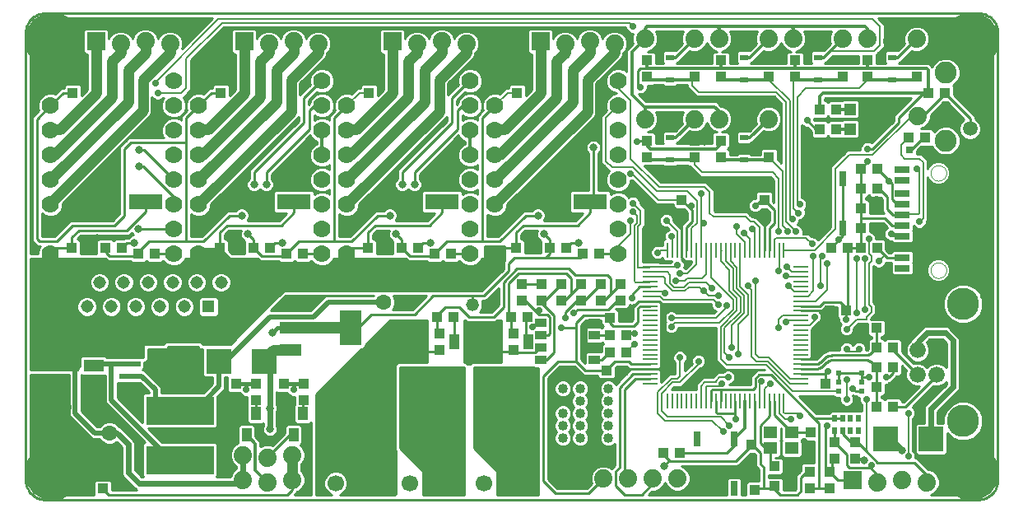
<source format=gtl>
G75*
G70*
%OFA0B0*%
%FSLAX24Y24*%
%IPPOS*%
%LPD*%
%AMOC8*
5,1,8,0,0,1.08239X$1,22.5*
%
%ADD10C,0.0100*%
%ADD11R,0.0106X0.0591*%
%ADD12R,0.0591X0.0106*%
%ADD13R,0.0551X0.0472*%
%ADD14R,0.0433X0.0394*%
%ADD15R,0.0394X0.0433*%
%ADD16R,0.0300X0.0600*%
%ADD17C,0.0660*%
%ADD18C,0.1300*%
%ADD19R,0.0197X0.0197*%
%ADD20R,0.0327X0.0248*%
%ADD21R,0.0472X0.0472*%
%ADD22R,0.1000X0.1000*%
%ADD23C,0.0886*%
%ADD24C,0.0594*%
%ADD25C,0.0740*%
%ADD26R,0.0315X0.0315*%
%ADD27R,0.0531X0.0591*%
%ADD28R,0.0394X0.0551*%
%ADD29R,0.0394X0.0512*%
%ADD30R,0.0591X0.0295*%
%ADD31C,0.0000*%
%ADD32C,0.0700*%
%ADD33R,0.1378X0.0630*%
%ADD34R,0.0740X0.0740*%
%ADD35R,0.2126X0.2441*%
%ADD36R,0.0394X0.0630*%
%ADD37C,0.0669*%
%ADD38R,0.0880X0.0480*%
%ADD39R,0.0866X0.1417*%
%ADD40R,0.0197X0.0256*%
%ADD41R,0.0515X0.0515*%
%ADD42C,0.0515*%
%ADD43C,0.0825*%
%ADD44R,0.2756X0.1122*%
%ADD45C,0.0400*%
%ADD46R,0.0870X0.0240*%
%ADD47R,0.0827X0.0500*%
%ADD48OC8,0.0630*%
%ADD49C,0.0630*%
%ADD50OC8,0.0520*%
%ADD51C,0.0520*%
%ADD52R,0.0450X0.0360*%
%ADD53C,0.2250*%
%ADD54C,0.0317*%
%ADD55C,0.0277*%
%ADD56C,0.0120*%
%ADD57C,0.0080*%
%ADD58C,0.0200*%
%ADD59C,0.0240*%
%ADD60C,0.0160*%
%ADD61C,0.0420*%
%ADD62C,0.0460*%
%ADD63C,0.0500*%
%ADD64C,0.1000*%
D10*
X003344Y001458D02*
X003287Y001633D01*
X003280Y001725D01*
X005927Y001725D01*
X005936Y001734D02*
X005848Y001646D01*
X005848Y001137D01*
X003867Y001137D01*
X003776Y001145D01*
X003601Y001201D01*
X003452Y001309D01*
X003344Y001458D01*
X003365Y001430D02*
X005848Y001430D01*
X005848Y001528D02*
X003321Y001528D01*
X003289Y001627D02*
X005848Y001627D01*
X005936Y001734D02*
X006493Y001734D01*
X006581Y001646D01*
X006581Y001337D01*
X007578Y001337D01*
X007527Y001358D01*
X007077Y001808D01*
X007001Y001884D01*
X006960Y001984D01*
X006960Y003075D01*
X006768Y003268D01*
X006743Y003243D01*
X006572Y003172D01*
X006388Y003172D01*
X006217Y003243D01*
X006086Y003374D01*
X006080Y003387D01*
X005830Y003387D01*
X005738Y003425D01*
X004868Y004296D01*
X004830Y004388D01*
X004830Y005987D01*
X003280Y005987D01*
X003280Y001725D01*
X003280Y001824D02*
X007062Y001824D01*
X006985Y001922D02*
X003280Y001922D01*
X003280Y002021D02*
X006960Y002021D01*
X006960Y002119D02*
X003280Y002119D01*
X003280Y002218D02*
X006960Y002218D01*
X006960Y002316D02*
X003280Y002316D01*
X003280Y002415D02*
X006960Y002415D01*
X006960Y002513D02*
X003280Y002513D01*
X003280Y002612D02*
X006960Y002612D01*
X006960Y002710D02*
X003280Y002710D01*
X003280Y002809D02*
X006960Y002809D01*
X006960Y002907D02*
X003280Y002907D01*
X003280Y003006D02*
X006960Y003006D01*
X006931Y003104D02*
X003280Y003104D01*
X003280Y003203D02*
X006314Y003203D01*
X006158Y003301D02*
X003280Y003301D01*
X003280Y003400D02*
X005800Y003400D01*
X005665Y003498D02*
X003280Y003498D01*
X003280Y003597D02*
X005567Y003597D01*
X005468Y003695D02*
X003280Y003695D01*
X003280Y003794D02*
X005370Y003794D01*
X005271Y003892D02*
X003280Y003892D01*
X003280Y003991D02*
X005173Y003991D01*
X005074Y004089D02*
X003280Y004089D01*
X003280Y004188D02*
X004976Y004188D01*
X004877Y004286D02*
X003280Y004286D01*
X003280Y004385D02*
X004831Y004385D01*
X004830Y004483D02*
X003280Y004483D01*
X003280Y004582D02*
X004830Y004582D01*
X004830Y004680D02*
X003280Y004680D01*
X003280Y004779D02*
X004830Y004779D01*
X004830Y004877D02*
X003280Y004877D01*
X003280Y004976D02*
X004830Y004976D01*
X004830Y005074D02*
X003280Y005074D01*
X003280Y005173D02*
X004830Y005173D01*
X004830Y005271D02*
X003280Y005271D01*
X003280Y005370D02*
X004830Y005370D01*
X004830Y005468D02*
X003280Y005468D01*
X003280Y005567D02*
X004830Y005567D01*
X004830Y005665D02*
X003280Y005665D01*
X003280Y005764D02*
X004830Y005764D01*
X004830Y005862D02*
X003280Y005862D01*
X003280Y005961D02*
X004830Y005961D01*
X005180Y006187D02*
X005267Y006353D01*
X005267Y006679D01*
X005354Y006767D01*
X005275Y006687D01*
X004830Y006687D01*
X004830Y007437D01*
X007830Y007437D01*
X007830Y006687D01*
X007817Y006687D01*
X007797Y006707D01*
X006803Y006707D01*
X006783Y006687D01*
X006385Y006687D01*
X006306Y006767D01*
X005354Y006767D01*
X005484Y006767D01*
X005730Y007237D01*
X008647Y007237D01*
X008747Y007337D01*
X010163Y007337D01*
X010263Y007237D01*
X011380Y007237D01*
X013220Y009077D01*
X013220Y009099D01*
X013308Y009187D01*
X013330Y009187D01*
X013530Y009387D01*
X017451Y009387D01*
X017488Y009402D01*
X017672Y009402D01*
X017709Y009387D01*
X018372Y009387D01*
X018387Y009402D01*
X018773Y009402D01*
X018788Y009387D01*
X021547Y009387D01*
X022430Y010270D01*
X022430Y010570D01*
X022480Y010620D01*
X022480Y011187D01*
X021680Y011187D01*
X021680Y010687D01*
X021538Y010687D01*
X021504Y010604D01*
X021363Y010463D01*
X021179Y010387D01*
X020981Y010387D01*
X020797Y010463D01*
X020657Y010604D01*
X020574Y010521D01*
X020056Y010521D01*
X019980Y010596D01*
X019904Y010521D01*
X019386Y010521D01*
X019320Y010587D01*
X018563Y010587D01*
X018463Y010687D01*
X015538Y010687D01*
X015504Y010604D01*
X015363Y010463D01*
X015179Y010387D01*
X014981Y010387D01*
X014797Y010463D01*
X014657Y010604D01*
X014574Y010521D01*
X014056Y010521D01*
X013980Y010596D01*
X013904Y010521D01*
X013386Y010521D01*
X013320Y010587D01*
X012563Y010587D01*
X012463Y010687D01*
X009538Y010687D01*
X009504Y010604D01*
X009363Y010463D01*
X009179Y010387D01*
X008981Y010387D01*
X008797Y010463D01*
X008657Y010604D01*
X008574Y010521D01*
X008056Y010521D01*
X007980Y010596D01*
X007904Y010521D01*
X007386Y010521D01*
X007320Y010587D01*
X006397Y010587D01*
X006297Y010687D01*
X003280Y010687D01*
X003280Y006187D01*
X005180Y006187D01*
X005216Y006256D02*
X003280Y006256D01*
X003280Y006355D02*
X005267Y006355D01*
X005267Y006453D02*
X003280Y006453D01*
X003280Y006552D02*
X005267Y006552D01*
X005267Y006650D02*
X003280Y006650D01*
X003280Y006749D02*
X005336Y006749D01*
X004830Y006749D01*
X004830Y006847D02*
X007830Y006847D01*
X007830Y006749D02*
X006324Y006749D01*
X005681Y007143D02*
X003280Y007143D01*
X003280Y007241D02*
X008651Y007241D01*
X008830Y007137D02*
X008830Y005248D01*
X010080Y005248D01*
X010080Y007137D01*
X008830Y007137D01*
X008830Y007044D02*
X010080Y007044D01*
X010080Y006946D02*
X008830Y006946D01*
X008830Y006847D02*
X010080Y006847D01*
X010080Y006749D02*
X008830Y006749D01*
X008830Y006650D02*
X010080Y006650D01*
X010080Y006552D02*
X008830Y006552D01*
X008830Y006453D02*
X010080Y006453D01*
X010080Y006355D02*
X008830Y006355D01*
X008830Y006256D02*
X010080Y006256D01*
X010080Y006158D02*
X008830Y006158D01*
X008830Y006059D02*
X010080Y006059D01*
X010080Y005961D02*
X008830Y005961D01*
X008830Y005862D02*
X010080Y005862D01*
X010080Y005764D02*
X008830Y005764D01*
X008830Y005665D02*
X010080Y005665D01*
X010080Y005567D02*
X008830Y005567D01*
X008830Y005468D02*
X010080Y005468D01*
X010080Y005370D02*
X008830Y005370D01*
X008830Y005271D02*
X010080Y005271D01*
X010287Y005248D02*
X008580Y005248D01*
X008580Y005437D01*
X008542Y005529D01*
X007922Y006149D01*
X007830Y006187D01*
X007817Y006187D01*
X007817Y006187D01*
X007885Y006255D01*
X007885Y006487D01*
X007913Y006487D01*
X008030Y006604D01*
X008030Y007037D01*
X010255Y007037D01*
X010255Y005975D01*
X010343Y005887D01*
X010655Y005887D01*
X010655Y005616D01*
X010287Y005248D01*
X010310Y005271D02*
X008580Y005271D01*
X008580Y005370D02*
X010409Y005370D01*
X010507Y005468D02*
X008567Y005468D01*
X008504Y005567D02*
X010606Y005567D01*
X010655Y005665D02*
X008406Y005665D01*
X008307Y005764D02*
X010655Y005764D01*
X010655Y005862D02*
X008209Y005862D01*
X008110Y005961D02*
X010269Y005961D01*
X010255Y006059D02*
X008012Y006059D01*
X007901Y006158D02*
X010255Y006158D01*
X010255Y006256D02*
X007885Y006256D01*
X007885Y006355D02*
X010255Y006355D01*
X010255Y006453D02*
X007885Y006453D01*
X007977Y006552D02*
X010255Y006552D01*
X010255Y006650D02*
X008030Y006650D01*
X008030Y006749D02*
X010255Y006749D01*
X010255Y006847D02*
X008030Y006847D01*
X008030Y006946D02*
X010255Y006946D01*
X010259Y007241D02*
X011384Y007241D01*
X011483Y007340D02*
X003280Y007340D01*
X003280Y007438D02*
X011581Y007438D01*
X011680Y007537D02*
X003280Y007537D01*
X003280Y007635D02*
X011778Y007635D01*
X011877Y007734D02*
X003280Y007734D01*
X003280Y007832D02*
X011975Y007832D01*
X012074Y007931D02*
X003280Y007931D01*
X003280Y008029D02*
X012172Y008029D01*
X012271Y008128D02*
X003280Y008128D01*
X003280Y008226D02*
X012369Y008226D01*
X012468Y008325D02*
X003280Y008325D01*
X003280Y008423D02*
X005312Y008423D01*
X005335Y008400D02*
X005221Y008514D01*
X005159Y008664D01*
X005159Y008826D01*
X005221Y008976D01*
X005335Y009091D01*
X005485Y009153D01*
X005647Y009153D01*
X005797Y009091D01*
X005912Y008976D01*
X005974Y008826D01*
X005974Y008664D01*
X005912Y008514D01*
X005797Y008400D01*
X005647Y008338D01*
X005485Y008338D01*
X005335Y008400D01*
X005218Y008522D02*
X003280Y008522D01*
X003280Y008620D02*
X005177Y008620D01*
X005159Y008719D02*
X003280Y008719D01*
X003280Y008817D02*
X005159Y008817D01*
X005196Y008916D02*
X003280Y008916D01*
X003280Y009014D02*
X005259Y009014D01*
X005389Y009113D02*
X003280Y009113D01*
X003280Y009211D02*
X013354Y009211D01*
X013453Y009310D02*
X003280Y009310D01*
X003280Y009408D02*
X005819Y009408D01*
X005843Y009384D02*
X005993Y009322D01*
X006155Y009322D01*
X006305Y009384D01*
X006420Y009499D01*
X006482Y009648D01*
X006482Y009810D01*
X006420Y009960D01*
X006305Y010075D01*
X006155Y010137D01*
X005993Y010137D01*
X005843Y010075D01*
X005729Y009960D01*
X005667Y009810D01*
X005667Y009648D01*
X005729Y009499D01*
X005843Y009384D01*
X005725Y009507D02*
X003280Y009507D01*
X003280Y009605D02*
X005684Y009605D01*
X005667Y009704D02*
X003280Y009704D01*
X003280Y009802D02*
X005667Y009802D01*
X005704Y009901D02*
X003280Y009901D01*
X003280Y009999D02*
X005768Y009999D01*
X005899Y010098D02*
X003280Y010098D01*
X003280Y010196D02*
X022356Y010196D01*
X022430Y010295D02*
X003280Y010295D01*
X003280Y010393D02*
X008966Y010393D01*
X008768Y010492D02*
X003280Y010492D01*
X003280Y010590D02*
X006394Y010590D01*
X006480Y010787D02*
X006330Y010937D01*
X006330Y011103D01*
X006295Y011137D01*
X005949Y011181D02*
X005312Y011181D01*
X005312Y011083D02*
X005949Y011083D01*
X005949Y010984D02*
X005312Y010984D01*
X005312Y010887D02*
X005312Y011396D01*
X005224Y011484D01*
X005160Y011484D01*
X005313Y011637D01*
X007263Y011637D01*
X007360Y011734D01*
X007369Y011713D01*
X007435Y011646D01*
X007419Y011646D01*
X007305Y011599D01*
X007244Y011537D01*
X007082Y011537D01*
X007048Y011504D01*
X006706Y011504D01*
X006630Y011428D01*
X006554Y011504D01*
X006036Y011504D01*
X005949Y011416D01*
X005949Y010887D01*
X005312Y010887D01*
X005615Y011137D02*
X005615Y011172D01*
X005980Y011537D01*
X006009Y011477D02*
X005231Y011477D01*
X005251Y011575D02*
X007282Y011575D01*
X007299Y011674D02*
X007407Y011674D01*
X007180Y011837D02*
X007943Y012600D01*
X007943Y012987D01*
X007080Y012437D02*
X007080Y015137D01*
X007330Y015387D01*
X009580Y015387D01*
X009580Y016387D01*
X010080Y016887D01*
X010595Y017403D01*
X010980Y017403D01*
X011327Y017387D02*
X011420Y017387D01*
X011327Y017293D02*
X011327Y017681D01*
X011239Y017769D01*
X010721Y017769D01*
X010633Y017681D01*
X010633Y017603D01*
X010513Y017603D01*
X010263Y017353D01*
X010179Y017387D01*
X009981Y017387D01*
X009797Y017311D01*
X009656Y017171D01*
X009580Y016987D01*
X009504Y017171D01*
X009468Y017206D01*
X009659Y017397D01*
X009770Y017509D01*
X009770Y018709D01*
X011109Y020047D01*
X027391Y020047D01*
X027391Y020030D01*
X027435Y019924D01*
X027516Y019843D01*
X027623Y019799D01*
X027692Y019799D01*
X027648Y019691D01*
X027648Y019484D01*
X027683Y019399D01*
X027420Y019137D01*
X027420Y018254D01*
X027363Y018311D01*
X027179Y018387D01*
X026981Y018387D01*
X026797Y018311D01*
X026656Y018171D01*
X026580Y017987D01*
X026580Y017788D01*
X026656Y017604D01*
X026797Y017463D01*
X026981Y017387D01*
X026797Y017311D01*
X026656Y017171D01*
X026580Y016987D01*
X026580Y016788D01*
X026619Y016695D01*
X026390Y016466D01*
X026390Y014559D01*
X026501Y014447D01*
X026717Y014231D01*
X026656Y014171D01*
X026580Y013987D01*
X026580Y013788D01*
X026656Y013604D01*
X026797Y013463D01*
X026981Y013387D01*
X026797Y013311D01*
X026782Y013296D01*
X026782Y013364D01*
X026694Y013452D01*
X026280Y013452D01*
X026280Y014951D01*
X026341Y015013D01*
X026388Y015126D01*
X026388Y015249D01*
X026341Y015362D01*
X026255Y015449D01*
X026141Y015496D01*
X026019Y015496D01*
X025905Y015449D01*
X025819Y015362D01*
X025772Y015249D01*
X025772Y015126D01*
X025819Y015013D01*
X025880Y014951D01*
X025880Y013452D01*
X025192Y013452D01*
X025104Y013364D01*
X025104Y012610D01*
X025192Y012522D01*
X025632Y012522D01*
X025347Y012237D01*
X024066Y012237D01*
X024091Y012263D01*
X024138Y012376D01*
X024138Y012499D01*
X024091Y012612D01*
X024005Y012699D01*
X023891Y012746D01*
X023769Y012746D01*
X023655Y012699D01*
X023594Y012637D01*
X023247Y012637D01*
X022197Y011587D01*
X021787Y011587D01*
X021787Y012473D01*
X021797Y012463D01*
X021981Y012387D01*
X022179Y012387D01*
X022363Y012463D01*
X022504Y012604D01*
X022580Y012788D01*
X022580Y012878D01*
X026135Y016433D01*
X026190Y016566D01*
X026190Y017788D01*
X027235Y018833D01*
X027290Y018966D01*
X027290Y019012D01*
X027371Y019093D01*
X027450Y019284D01*
X027450Y019491D01*
X027371Y019682D01*
X027225Y019828D01*
X027033Y019907D01*
X026827Y019907D01*
X026635Y019828D01*
X026489Y019682D01*
X026450Y019587D01*
X026450Y019591D01*
X026371Y019782D01*
X026225Y019928D01*
X026033Y020007D01*
X025827Y020007D01*
X025635Y019928D01*
X025489Y019782D01*
X025410Y019591D01*
X025410Y019587D01*
X025371Y019682D01*
X025225Y019828D01*
X025033Y019907D01*
X024827Y019907D01*
X024635Y019828D01*
X024489Y019682D01*
X024450Y019587D01*
X024450Y019919D01*
X024362Y020007D01*
X023498Y020007D01*
X023410Y019919D01*
X023410Y019055D01*
X023498Y018967D01*
X023570Y018967D01*
X023570Y017536D01*
X023327Y017293D01*
X023327Y017681D01*
X023239Y017769D01*
X022721Y017769D01*
X022633Y017681D01*
X022633Y017593D01*
X022517Y017593D01*
X022273Y017349D01*
X022179Y017387D01*
X021981Y017387D01*
X021797Y017311D01*
X021656Y017171D01*
X021580Y016987D01*
X021504Y017171D01*
X021363Y017311D01*
X021179Y017387D01*
X021363Y017463D01*
X021504Y017604D01*
X021580Y017788D01*
X021580Y017987D01*
X021504Y018171D01*
X021363Y018311D01*
X021179Y018387D01*
X020981Y018387D01*
X020797Y018311D01*
X020656Y018171D01*
X020580Y017987D01*
X020580Y017788D01*
X020600Y017740D01*
X020247Y017387D01*
X020190Y017330D01*
X020190Y017788D01*
X021235Y018833D01*
X021290Y018966D01*
X021290Y019012D01*
X021371Y019093D01*
X021450Y019284D01*
X021450Y019491D01*
X021371Y019682D01*
X021225Y019828D01*
X021033Y019907D01*
X020827Y019907D01*
X020635Y019828D01*
X020489Y019682D01*
X020450Y019587D01*
X020450Y019591D01*
X020371Y019782D01*
X020225Y019928D01*
X020033Y020007D01*
X019827Y020007D01*
X019635Y019928D01*
X019489Y019782D01*
X019410Y019591D01*
X019410Y019587D01*
X019371Y019682D01*
X019225Y019828D01*
X019033Y019907D01*
X018827Y019907D01*
X018635Y019828D01*
X018489Y019682D01*
X018450Y019587D01*
X018450Y019919D01*
X018362Y020007D01*
X017498Y020007D01*
X017410Y019919D01*
X017410Y019055D01*
X017498Y018967D01*
X017570Y018967D01*
X017570Y017536D01*
X017327Y017293D01*
X017327Y017681D01*
X017239Y017769D01*
X016721Y017769D01*
X016633Y017681D01*
X016633Y017593D01*
X016517Y017593D01*
X016273Y017349D01*
X016179Y017387D01*
X015981Y017387D01*
X015797Y017311D01*
X015656Y017171D01*
X015580Y016987D01*
X015504Y017171D01*
X015363Y017311D01*
X015179Y017387D01*
X015363Y017463D01*
X015504Y017604D01*
X015580Y017788D01*
X015580Y017987D01*
X015504Y018171D01*
X015363Y018311D01*
X015179Y018387D01*
X014981Y018387D01*
X014797Y018311D01*
X014656Y018171D01*
X014580Y017987D01*
X014580Y017788D01*
X014600Y017740D01*
X014247Y017387D01*
X014190Y017330D01*
X014190Y017788D01*
X015235Y018833D01*
X015290Y018966D01*
X015290Y019012D01*
X015371Y019093D01*
X015450Y019284D01*
X015450Y019491D01*
X015371Y019682D01*
X015225Y019828D01*
X015033Y019907D01*
X014827Y019907D01*
X014635Y019828D01*
X014489Y019682D01*
X014450Y019587D01*
X014450Y019591D01*
X014371Y019782D01*
X014225Y019928D01*
X014033Y020007D01*
X013827Y020007D01*
X013635Y019928D01*
X013489Y019782D01*
X013410Y019591D01*
X013410Y019587D01*
X013371Y019682D01*
X013225Y019828D01*
X013033Y019907D01*
X012827Y019907D01*
X012635Y019828D01*
X012489Y019682D01*
X012450Y019587D01*
X012450Y019919D01*
X012362Y020007D01*
X011498Y020007D01*
X011410Y019919D01*
X011410Y019055D01*
X011498Y018967D01*
X011570Y018967D01*
X011570Y017536D01*
X011327Y017293D01*
X011327Y017485D02*
X011519Y017485D01*
X011570Y017584D02*
X011327Y017584D01*
X011326Y017682D02*
X011570Y017682D01*
X011570Y017781D02*
X009770Y017781D01*
X009770Y017879D02*
X011570Y017879D01*
X011570Y017978D02*
X009770Y017978D01*
X009770Y018076D02*
X011570Y018076D01*
X011570Y018175D02*
X009770Y018175D01*
X009770Y018273D02*
X011570Y018273D01*
X011570Y018372D02*
X009770Y018372D01*
X009770Y018470D02*
X011570Y018470D01*
X011570Y018569D02*
X009770Y018569D01*
X009770Y018667D02*
X011570Y018667D01*
X011570Y018766D02*
X009827Y018766D01*
X009926Y018864D02*
X011570Y018864D01*
X011570Y018963D02*
X010024Y018963D01*
X010123Y019061D02*
X011410Y019061D01*
X011410Y019160D02*
X010221Y019160D01*
X010320Y019258D02*
X011410Y019258D01*
X011410Y019357D02*
X010418Y019357D01*
X010517Y019455D02*
X011410Y019455D01*
X011410Y019554D02*
X010615Y019554D01*
X010714Y019652D02*
X011410Y019652D01*
X011410Y019751D02*
X010812Y019751D01*
X010911Y019849D02*
X011410Y019849D01*
X011438Y019948D02*
X011009Y019948D01*
X011108Y020046D02*
X027391Y020046D01*
X027425Y019948D02*
X026177Y019948D01*
X026303Y019849D02*
X026687Y019849D01*
X026558Y019751D02*
X026384Y019751D01*
X026424Y019652D02*
X026477Y019652D01*
X027173Y019849D02*
X027510Y019849D01*
X027672Y019751D02*
X027302Y019751D01*
X027383Y019652D02*
X027648Y019652D01*
X027648Y019554D02*
X027424Y019554D01*
X027450Y019455D02*
X027659Y019455D01*
X027640Y019357D02*
X027450Y019357D01*
X027439Y019258D02*
X027542Y019258D01*
X027443Y019160D02*
X027399Y019160D01*
X027420Y019061D02*
X027339Y019061D01*
X027289Y018963D02*
X027420Y018963D01*
X027420Y018864D02*
X027248Y018864D01*
X027168Y018766D02*
X027420Y018766D01*
X027420Y018667D02*
X027069Y018667D01*
X026971Y018569D02*
X027420Y018569D01*
X027420Y018470D02*
X026872Y018470D01*
X026943Y018372D02*
X026774Y018372D01*
X026759Y018273D02*
X026675Y018273D01*
X026660Y018175D02*
X026577Y018175D01*
X026617Y018076D02*
X026478Y018076D01*
X026380Y017978D02*
X026580Y017978D01*
X026580Y017879D02*
X026281Y017879D01*
X026190Y017781D02*
X026583Y017781D01*
X026624Y017682D02*
X026190Y017682D01*
X026190Y017584D02*
X026676Y017584D01*
X026775Y017485D02*
X026190Y017485D01*
X026190Y017387D02*
X026979Y017387D01*
X026981Y017387D02*
X027011Y017387D01*
X027011Y017387D01*
X026981Y017387D01*
X026774Y017288D02*
X026190Y017288D01*
X026190Y017190D02*
X026675Y017190D01*
X026623Y017091D02*
X026190Y017091D01*
X026190Y016993D02*
X026583Y016993D01*
X026580Y016894D02*
X026190Y016894D01*
X026190Y016796D02*
X026580Y016796D01*
X026617Y016697D02*
X026190Y016697D01*
X026190Y016599D02*
X026523Y016599D01*
X026424Y016500D02*
X026163Y016500D01*
X026104Y016402D02*
X026390Y016402D01*
X026390Y016303D02*
X026005Y016303D01*
X025907Y016205D02*
X026390Y016205D01*
X026390Y016106D02*
X025808Y016106D01*
X025710Y016008D02*
X026390Y016008D01*
X026390Y015909D02*
X025611Y015909D01*
X025513Y015811D02*
X026390Y015811D01*
X026390Y015712D02*
X025414Y015712D01*
X025316Y015614D02*
X026390Y015614D01*
X026390Y015515D02*
X025217Y015515D01*
X025119Y015417D02*
X025873Y015417D01*
X025800Y015318D02*
X025020Y015318D01*
X024922Y015220D02*
X025772Y015220D01*
X025773Y015121D02*
X024823Y015121D01*
X024725Y015023D02*
X025814Y015023D01*
X025880Y014924D02*
X024626Y014924D01*
X024528Y014826D02*
X025880Y014826D01*
X025880Y014727D02*
X024429Y014727D01*
X024331Y014629D02*
X025880Y014629D01*
X025880Y014530D02*
X024232Y014530D01*
X024134Y014432D02*
X025880Y014432D01*
X025880Y014333D02*
X024035Y014333D01*
X023937Y014235D02*
X025880Y014235D01*
X025880Y014136D02*
X023838Y014136D01*
X023740Y014038D02*
X025880Y014038D01*
X025880Y013939D02*
X023641Y013939D01*
X023543Y013841D02*
X025880Y013841D01*
X025880Y013742D02*
X023444Y013742D01*
X023346Y013644D02*
X025880Y013644D01*
X025880Y013545D02*
X023247Y013545D01*
X023149Y013447D02*
X025186Y013447D01*
X025104Y013348D02*
X023050Y013348D01*
X022952Y013250D02*
X025104Y013250D01*
X025104Y013151D02*
X022853Y013151D01*
X022755Y013053D02*
X025104Y013053D01*
X025104Y012954D02*
X022656Y012954D01*
X022580Y012856D02*
X025104Y012856D01*
X025104Y012757D02*
X022567Y012757D01*
X022527Y012659D02*
X023615Y012659D01*
X023830Y012437D02*
X023330Y012437D01*
X022280Y011387D01*
X021587Y011387D01*
X021587Y016394D01*
X022080Y016887D01*
X021614Y016705D02*
X021387Y016477D01*
X021387Y016287D01*
X021363Y016311D01*
X021179Y016387D01*
X021363Y016463D01*
X021504Y016604D01*
X021580Y016788D01*
X021580Y016987D01*
X021580Y016788D01*
X021614Y016705D01*
X021607Y016697D02*
X021543Y016697D01*
X021509Y016599D02*
X021499Y016599D01*
X021410Y016500D02*
X021400Y016500D01*
X021387Y016402D02*
X021215Y016402D01*
X021179Y016387D02*
X020981Y016387D01*
X020797Y016463D01*
X020780Y016480D01*
X020780Y016294D01*
X020797Y016311D01*
X020981Y016387D01*
X021179Y016387D01*
X021371Y016303D02*
X021387Y016303D01*
X020945Y016402D02*
X020780Y016402D01*
X020780Y016303D02*
X020789Y016303D01*
X020330Y016187D02*
X018330Y014187D01*
X018330Y013687D01*
X018055Y013545D02*
X017247Y013545D01*
X017149Y013447D02*
X018134Y013447D01*
X018155Y013426D02*
X018269Y013379D01*
X018391Y013379D01*
X018505Y013426D01*
X018580Y013501D01*
X018655Y013426D01*
X018769Y013379D01*
X018891Y013379D01*
X019005Y013426D01*
X019091Y013513D01*
X019138Y013626D01*
X019138Y013749D01*
X019091Y013862D01*
X019030Y013923D01*
X019030Y014104D01*
X020619Y015694D01*
X020656Y015604D01*
X020797Y015463D01*
X020870Y015433D01*
X020870Y015342D01*
X020797Y015311D01*
X020656Y015171D01*
X020580Y014987D01*
X020580Y014788D01*
X020656Y014604D01*
X020797Y014463D01*
X020981Y014387D01*
X020797Y014311D01*
X020656Y014171D01*
X020580Y013987D01*
X020580Y013788D01*
X020656Y013604D01*
X020797Y013463D01*
X020981Y013387D01*
X020797Y013311D01*
X020782Y013296D01*
X020782Y013364D01*
X020694Y013452D01*
X019192Y013452D01*
X019104Y013364D01*
X019104Y012610D01*
X019192Y012522D01*
X019632Y012522D01*
X019347Y012237D01*
X018066Y012237D01*
X018091Y012263D01*
X018138Y012376D01*
X018138Y012499D01*
X018091Y012612D01*
X018005Y012699D01*
X017891Y012746D01*
X017769Y012746D01*
X017655Y012699D01*
X017594Y012637D01*
X017247Y012637D01*
X016197Y011587D01*
X015784Y011587D01*
X015784Y012476D01*
X015797Y012463D01*
X015981Y012387D01*
X016179Y012387D01*
X016363Y012463D01*
X016504Y012604D01*
X016580Y012788D01*
X016580Y012878D01*
X020130Y016428D01*
X020130Y016270D01*
X018247Y014387D01*
X018130Y014270D01*
X018130Y013923D01*
X018069Y013862D01*
X018022Y013749D01*
X018022Y013626D01*
X018069Y013513D01*
X018155Y013426D01*
X018022Y013644D02*
X017346Y013644D01*
X017444Y013742D02*
X018022Y013742D01*
X018060Y013841D02*
X017543Y013841D01*
X017641Y013939D02*
X018130Y013939D01*
X018130Y014038D02*
X017740Y014038D01*
X017838Y014136D02*
X018130Y014136D01*
X018130Y014235D02*
X017937Y014235D01*
X018035Y014333D02*
X018193Y014333D01*
X018134Y014432D02*
X018292Y014432D01*
X018232Y014530D02*
X018390Y014530D01*
X018331Y014629D02*
X018489Y014629D01*
X018429Y014727D02*
X018587Y014727D01*
X018528Y014826D02*
X018686Y014826D01*
X018626Y014924D02*
X018784Y014924D01*
X018725Y015023D02*
X018883Y015023D01*
X018823Y015121D02*
X018981Y015121D01*
X018922Y015220D02*
X019080Y015220D01*
X019020Y015318D02*
X019178Y015318D01*
X019119Y015417D02*
X019277Y015417D01*
X019217Y015515D02*
X019375Y015515D01*
X019316Y015614D02*
X019474Y015614D01*
X019414Y015712D02*
X019572Y015712D01*
X019513Y015811D02*
X019671Y015811D01*
X019611Y015909D02*
X019769Y015909D01*
X019710Y016008D02*
X019868Y016008D01*
X019808Y016106D02*
X019966Y016106D01*
X019907Y016205D02*
X020065Y016205D01*
X020005Y016303D02*
X020130Y016303D01*
X020130Y016402D02*
X020104Y016402D01*
X020580Y016687D02*
X020580Y015937D01*
X018830Y014187D01*
X018830Y013687D01*
X019105Y013545D02*
X020715Y013545D01*
X020700Y013447D02*
X020837Y013447D01*
X020886Y013348D02*
X020782Y013348D01*
X020981Y013387D02*
X021179Y013387D01*
X021363Y013311D01*
X021387Y013287D01*
X021387Y013487D01*
X021363Y013463D01*
X021179Y013387D01*
X020981Y013387D01*
X021274Y013348D02*
X021387Y013348D01*
X021387Y013447D02*
X021323Y013447D01*
X020640Y013644D02*
X019138Y013644D01*
X019138Y013742D02*
X020599Y013742D01*
X020580Y013841D02*
X019100Y013841D01*
X019030Y013939D02*
X020580Y013939D01*
X020601Y014038D02*
X019030Y014038D01*
X019062Y014136D02*
X020642Y014136D01*
X020720Y014235D02*
X019160Y014235D01*
X019259Y014333D02*
X020850Y014333D01*
X020873Y014432D02*
X019357Y014432D01*
X019456Y014530D02*
X020730Y014530D01*
X020646Y014629D02*
X019554Y014629D01*
X019653Y014727D02*
X020605Y014727D01*
X020580Y014826D02*
X019751Y014826D01*
X019850Y014924D02*
X020580Y014924D01*
X020595Y015023D02*
X019948Y015023D01*
X020047Y015121D02*
X020636Y015121D01*
X020705Y015220D02*
X020145Y015220D01*
X020244Y015318D02*
X020814Y015318D01*
X020870Y015417D02*
X020342Y015417D01*
X020441Y015515D02*
X020745Y015515D01*
X020652Y015614D02*
X020539Y015614D01*
X020330Y016187D02*
X020330Y017187D01*
X021030Y017887D01*
X021080Y017887D01*
X021580Y017879D02*
X023570Y017879D01*
X023570Y017781D02*
X021577Y017781D01*
X021536Y017682D02*
X022634Y017682D01*
X022508Y017584D02*
X021484Y017584D01*
X021385Y017485D02*
X022409Y017485D01*
X022311Y017387D02*
X022181Y017387D01*
X021979Y017387D02*
X021181Y017387D01*
X021179Y017387D02*
X020981Y017387D01*
X020862Y017436D01*
X020530Y017104D01*
X020530Y016920D01*
X020580Y016970D01*
X020580Y016987D01*
X020656Y017171D01*
X020797Y017311D01*
X020981Y017387D01*
X021179Y017387D01*
X020979Y017387D02*
X020812Y017387D01*
X020774Y017288D02*
X020714Y017288D01*
X020675Y017190D02*
X020615Y017190D01*
X020623Y017091D02*
X020530Y017091D01*
X020530Y016993D02*
X020583Y016993D01*
X020780Y016887D02*
X020580Y016687D01*
X020780Y016887D02*
X021080Y016887D01*
X021580Y016894D02*
X021580Y016894D01*
X021580Y016796D02*
X021580Y016796D01*
X021577Y016993D02*
X021583Y016993D01*
X021623Y017091D02*
X021537Y017091D01*
X021485Y017190D02*
X021675Y017190D01*
X021774Y017288D02*
X021386Y017288D01*
X020542Y017682D02*
X020190Y017682D01*
X020190Y017584D02*
X020444Y017584D01*
X020345Y017485D02*
X020190Y017485D01*
X020190Y017387D02*
X020247Y017387D01*
X020190Y017781D02*
X020583Y017781D01*
X020580Y017879D02*
X020281Y017879D01*
X020380Y017978D02*
X020580Y017978D01*
X020617Y018076D02*
X020478Y018076D01*
X020577Y018175D02*
X020660Y018175D01*
X020675Y018273D02*
X020759Y018273D01*
X020774Y018372D02*
X020943Y018372D01*
X020872Y018470D02*
X023570Y018470D01*
X023570Y018372D02*
X021217Y018372D01*
X021401Y018273D02*
X023570Y018273D01*
X023570Y018175D02*
X021500Y018175D01*
X021543Y018076D02*
X023570Y018076D01*
X023570Y017978D02*
X021580Y017978D01*
X020971Y018569D02*
X023570Y018569D01*
X023570Y018667D02*
X021069Y018667D01*
X021168Y018766D02*
X023570Y018766D01*
X023570Y018864D02*
X021248Y018864D01*
X021289Y018963D02*
X023570Y018963D01*
X023410Y019061D02*
X021339Y019061D01*
X021399Y019160D02*
X023410Y019160D01*
X023410Y019258D02*
X021439Y019258D01*
X021450Y019357D02*
X023410Y019357D01*
X023410Y019455D02*
X021450Y019455D01*
X021424Y019554D02*
X023410Y019554D01*
X023410Y019652D02*
X021383Y019652D01*
X021302Y019751D02*
X023410Y019751D01*
X023410Y019849D02*
X021173Y019849D01*
X020687Y019849D02*
X020303Y019849D01*
X020384Y019751D02*
X020558Y019751D01*
X020477Y019652D02*
X020424Y019652D01*
X020177Y019948D02*
X023438Y019948D01*
X024422Y019948D02*
X025683Y019948D01*
X025557Y019849D02*
X025173Y019849D01*
X025302Y019751D02*
X025476Y019751D01*
X025436Y019652D02*
X025383Y019652D01*
X024687Y019849D02*
X024450Y019849D01*
X024450Y019751D02*
X024558Y019751D01*
X024477Y019652D02*
X024450Y019652D01*
X027217Y018372D02*
X027420Y018372D01*
X027420Y018273D02*
X027401Y018273D01*
X027880Y018287D02*
X027980Y018387D01*
X028230Y018387D01*
X027880Y018287D02*
X027880Y017737D01*
X027980Y017637D01*
X028130Y017387D02*
X030112Y017387D01*
X030140Y017359D02*
X030251Y017247D01*
X033401Y017247D01*
X033690Y016959D01*
X033690Y014546D01*
X033527Y014709D01*
X033527Y015081D01*
X033439Y015169D01*
X032921Y015169D01*
X032833Y015081D01*
X032833Y014895D01*
X032470Y014895D01*
X032406Y014959D01*
X031954Y014959D01*
X031890Y014895D01*
X031597Y014895D01*
X031597Y015062D01*
X031521Y015137D01*
X031597Y015213D01*
X031597Y015731D01*
X031509Y015819D01*
X031275Y015819D01*
X031462Y015896D01*
X031608Y016043D01*
X031687Y016234D01*
X031687Y016441D01*
X031608Y016632D01*
X031462Y016778D01*
X031271Y016857D01*
X031257Y016857D01*
X031254Y016860D01*
X031190Y016924D01*
X031190Y016924D01*
X031067Y017047D01*
X028217Y017047D01*
X027911Y017353D01*
X027923Y017349D01*
X028037Y017349D01*
X028144Y017393D01*
X028225Y017474D01*
X028269Y017580D01*
X028269Y017695D01*
X028264Y017706D01*
X028509Y017706D01*
X028527Y017725D01*
X028890Y017725D01*
X028954Y017661D01*
X029406Y017661D01*
X029470Y017725D01*
X029872Y017725D01*
X029872Y017627D01*
X030140Y017359D01*
X030210Y017288D02*
X027976Y017288D01*
X028074Y017190D02*
X033459Y017190D01*
X033557Y017091D02*
X028173Y017091D01*
X028230Y017485D02*
X030013Y017485D01*
X029915Y017584D02*
X028269Y017584D01*
X028269Y017682D02*
X028933Y017682D01*
X029427Y017682D02*
X029872Y017682D01*
X029437Y018597D02*
X029470Y018630D01*
X029507Y018630D01*
X029980Y019102D01*
X030064Y019067D01*
X030271Y019067D01*
X030462Y019146D01*
X030608Y019293D01*
X030668Y019436D01*
X030727Y019293D01*
X030873Y019146D01*
X031060Y019069D01*
X030951Y019069D01*
X030863Y018981D01*
X030863Y018597D01*
X029437Y018597D01*
X029545Y018667D02*
X030863Y018667D01*
X030863Y018766D02*
X029643Y018766D01*
X029742Y018864D02*
X030863Y018864D01*
X030863Y018963D02*
X029840Y018963D01*
X029939Y019061D02*
X030944Y019061D01*
X030860Y019160D02*
X030475Y019160D01*
X030574Y019258D02*
X030761Y019258D01*
X030700Y019357D02*
X030635Y019357D01*
X031275Y019069D02*
X031462Y019146D01*
X031608Y019293D01*
X031687Y019484D01*
X031687Y019691D01*
X031610Y019877D01*
X032725Y019877D01*
X032648Y019691D01*
X032648Y019484D01*
X032683Y019399D01*
X032397Y019114D01*
X031954Y019114D01*
X031867Y019026D01*
X031867Y018654D01*
X031923Y018597D01*
X031597Y018597D01*
X031597Y018981D01*
X031509Y019069D01*
X031275Y019069D01*
X031475Y019160D02*
X032443Y019160D01*
X032542Y019258D02*
X031574Y019258D01*
X031635Y019357D02*
X032640Y019357D01*
X032659Y019455D02*
X031676Y019455D01*
X031687Y019554D02*
X032648Y019554D01*
X032648Y019652D02*
X031687Y019652D01*
X031663Y019751D02*
X032672Y019751D01*
X032713Y019849D02*
X031622Y019849D01*
X031516Y019061D02*
X031902Y019061D01*
X031867Y018963D02*
X031597Y018963D01*
X031597Y018864D02*
X031867Y018864D01*
X031867Y018766D02*
X031597Y018766D01*
X031597Y018667D02*
X031867Y018667D01*
X032437Y018597D02*
X032470Y018630D01*
X032507Y018630D01*
X032980Y019102D01*
X033064Y019067D01*
X033271Y019067D01*
X033462Y019146D01*
X033608Y019293D01*
X033667Y019436D01*
X033727Y019293D01*
X033873Y019146D01*
X034060Y019069D01*
X033951Y019069D01*
X033863Y018981D01*
X033863Y018597D01*
X032437Y018597D01*
X032545Y018667D02*
X033863Y018667D01*
X033863Y018766D02*
X032643Y018766D01*
X032742Y018864D02*
X033863Y018864D01*
X033863Y018963D02*
X032840Y018963D01*
X032939Y019061D02*
X033944Y019061D01*
X033860Y019160D02*
X033475Y019160D01*
X033574Y019258D02*
X033761Y019258D01*
X033700Y019357D02*
X033635Y019357D01*
X034275Y019069D02*
X034462Y019146D01*
X034608Y019293D01*
X034687Y019484D01*
X034687Y019691D01*
X034610Y019877D01*
X035725Y019877D01*
X035648Y019691D01*
X035648Y019484D01*
X035683Y019399D01*
X035439Y019156D01*
X035397Y019114D01*
X034954Y019114D01*
X034867Y019026D01*
X034867Y018654D01*
X034923Y018597D01*
X034597Y018597D01*
X034597Y018981D01*
X034509Y019069D01*
X034275Y019069D01*
X034475Y019160D02*
X035443Y019160D01*
X035542Y019258D02*
X034574Y019258D01*
X034635Y019357D02*
X035640Y019357D01*
X035659Y019455D02*
X034676Y019455D01*
X034687Y019554D02*
X035648Y019554D01*
X035648Y019652D02*
X034687Y019652D01*
X034663Y019751D02*
X035672Y019751D01*
X035713Y019849D02*
X034622Y019849D01*
X034516Y019061D02*
X034902Y019061D01*
X034867Y018963D02*
X034597Y018963D01*
X034597Y018864D02*
X034867Y018864D01*
X034867Y018766D02*
X034597Y018766D01*
X034597Y018667D02*
X034867Y018667D01*
X035437Y018597D02*
X035470Y018630D01*
X035507Y018630D01*
X035736Y018859D01*
X035774Y018897D01*
X036813Y018897D01*
X036813Y018597D01*
X035437Y018597D01*
X035545Y018667D02*
X036813Y018667D01*
X036813Y018766D02*
X035643Y018766D01*
X035742Y018864D02*
X036813Y018864D01*
X037547Y018864D02*
X037867Y018864D01*
X037867Y018766D02*
X037547Y018766D01*
X037547Y018667D02*
X037867Y018667D01*
X037867Y018654D02*
X037923Y018597D01*
X037547Y018597D01*
X037547Y018935D01*
X037620Y019009D01*
X037870Y019259D01*
X037870Y020166D01*
X037759Y020277D01*
X037614Y020422D01*
X041663Y020422D01*
X041755Y020415D01*
X041929Y020358D01*
X042078Y020250D01*
X042186Y020102D01*
X042243Y019927D01*
X042250Y019835D01*
X042250Y001725D01*
X040100Y001725D01*
X040100Y001741D02*
X040021Y001932D01*
X039875Y002078D01*
X039683Y002157D01*
X039643Y002157D01*
X039163Y002637D01*
X039119Y002637D01*
X039119Y002745D01*
X039075Y002851D01*
X039020Y002906D01*
X039020Y004219D01*
X039075Y004274D01*
X039119Y004380D01*
X039119Y004495D01*
X039075Y004601D01*
X038997Y004679D01*
X039848Y005530D01*
X039885Y005515D01*
X040075Y005515D01*
X040252Y005588D01*
X040360Y005696D01*
X040360Y005599D01*
X039526Y004765D01*
X039485Y004666D01*
X039485Y004037D01*
X039193Y004037D01*
X039105Y003949D01*
X039105Y002825D01*
X039193Y002737D01*
X040317Y002737D01*
X040405Y002825D01*
X040405Y003631D01*
X040597Y003439D01*
X040891Y003317D01*
X041209Y003317D01*
X041503Y003439D01*
X041728Y003664D01*
X041850Y003958D01*
X041850Y004276D01*
X041728Y004570D01*
X041503Y004796D01*
X041209Y004917D01*
X040891Y004917D01*
X040597Y004796D01*
X040372Y004570D01*
X040250Y004276D01*
X040250Y004037D01*
X040025Y004037D01*
X040025Y004500D01*
X040783Y005258D01*
X040859Y005334D01*
X040900Y005434D01*
X040900Y007441D01*
X040859Y007540D01*
X040559Y007840D01*
X040483Y007916D01*
X040384Y007957D01*
X039526Y007957D01*
X039427Y007916D01*
X039047Y007536D01*
X038971Y007460D01*
X038943Y007393D01*
X038928Y007386D01*
X038793Y007251D01*
X038720Y007075D01*
X038720Y006884D01*
X038793Y006708D01*
X038928Y006572D01*
X039105Y006499D01*
X039295Y006499D01*
X039472Y006572D01*
X039607Y006708D01*
X039680Y006884D01*
X039680Y007075D01*
X039607Y007251D01*
X039566Y007292D01*
X039692Y007417D01*
X040218Y007417D01*
X040360Y007275D01*
X040360Y006294D01*
X040252Y006402D01*
X040075Y006475D01*
X039885Y006475D01*
X039708Y006402D01*
X039590Y006284D01*
X039472Y006402D01*
X039295Y006475D01*
X039105Y006475D01*
X039033Y006445D01*
X038561Y006917D01*
X038561Y007366D01*
X038474Y007454D01*
X037956Y007454D01*
X037880Y007378D01*
X037804Y007454D01*
X037745Y007454D01*
X037745Y007540D01*
X037824Y007540D01*
X037912Y007628D01*
X037912Y008146D01*
X037824Y008234D01*
X037320Y008234D01*
X037320Y008259D01*
X037409Y008347D01*
X037520Y008459D01*
X037520Y008816D01*
X037420Y008916D01*
X037420Y010389D01*
X037466Y010343D01*
X037573Y010299D01*
X037687Y010299D01*
X037794Y010343D01*
X037875Y010424D01*
X037919Y010530D01*
X037919Y010540D01*
X038142Y010540D01*
X038142Y010531D01*
X038149Y010524D01*
X038142Y010517D01*
X038142Y010098D01*
X037420Y010098D01*
X037420Y010196D02*
X038142Y010196D01*
X038142Y010098D02*
X038230Y010010D01*
X038944Y010010D01*
X039032Y010098D01*
X039600Y010098D01*
X039589Y010126D02*
X039659Y009955D01*
X039790Y009825D01*
X039961Y009754D01*
X040146Y009754D01*
X040317Y009825D01*
X040448Y009955D01*
X040519Y010126D01*
X040519Y010311D01*
X040448Y010482D01*
X040317Y010613D01*
X040146Y010684D01*
X039961Y010684D01*
X039790Y010613D01*
X039659Y010482D01*
X039589Y010311D01*
X039589Y010126D01*
X039589Y010196D02*
X039032Y010196D01*
X039032Y010098D02*
X039032Y010517D01*
X039026Y010524D01*
X039032Y010531D01*
X039032Y010950D01*
X038944Y011038D01*
X038230Y011038D01*
X038142Y010950D01*
X038142Y010940D01*
X038044Y010940D01*
X037911Y011073D01*
X037911Y011416D01*
X037824Y011504D01*
X037519Y011504D01*
X037519Y011545D01*
X037475Y011651D01*
X037394Y011732D01*
X037287Y011776D01*
X037262Y011776D01*
X037262Y012137D01*
X037797Y012137D01*
X037992Y011943D01*
X037966Y011932D01*
X037885Y011851D01*
X037841Y011745D01*
X037841Y011630D01*
X037885Y011524D01*
X037966Y011443D01*
X038073Y011399D01*
X038142Y011399D01*
X038142Y011397D01*
X038230Y011309D01*
X038944Y011309D01*
X039032Y011397D01*
X039032Y011816D01*
X039026Y011823D01*
X039032Y011830D01*
X039032Y012031D01*
X039035Y012024D01*
X039116Y011943D01*
X039223Y011899D01*
X039337Y011899D01*
X039444Y011943D01*
X039525Y012024D01*
X039569Y012130D01*
X039569Y012207D01*
X039620Y012259D01*
X039620Y013988D01*
X039659Y013892D01*
X039790Y013762D01*
X039961Y013691D01*
X040146Y013691D01*
X040317Y013762D01*
X040448Y013892D01*
X040519Y014063D01*
X040519Y014248D01*
X040448Y014419D01*
X040317Y014550D01*
X040146Y014621D01*
X039961Y014621D01*
X039790Y014550D01*
X039659Y014419D01*
X039620Y014324D01*
X039620Y014666D01*
X039509Y014777D01*
X039359Y014927D01*
X039192Y014927D01*
X039192Y015067D01*
X039346Y015221D01*
X039774Y015221D01*
X039794Y015241D01*
X039843Y015123D01*
X040010Y014957D01*
X040228Y014866D01*
X040464Y014866D01*
X040682Y014957D01*
X040848Y015123D01*
X040939Y015341D01*
X040939Y015577D01*
X040848Y015795D01*
X040682Y015962D01*
X040464Y016052D01*
X040228Y016052D01*
X040010Y015962D01*
X039861Y015814D01*
X039861Y015866D01*
X039774Y015954D01*
X039329Y015954D01*
X039505Y016026D01*
X039651Y016173D01*
X039730Y016364D01*
X039730Y016504D01*
X040246Y017021D01*
X040398Y017021D01*
X041085Y016334D01*
X041077Y016330D01*
X040951Y016205D01*
X040883Y016040D01*
X040883Y015863D01*
X040951Y015698D01*
X041077Y015573D01*
X041241Y015505D01*
X041419Y015505D01*
X041583Y015573D01*
X041709Y015698D01*
X041777Y015863D01*
X041777Y016040D01*
X041709Y016205D01*
X041583Y016330D01*
X041530Y016352D01*
X041530Y016455D01*
X040661Y017323D01*
X040661Y017666D01*
X040634Y017693D01*
X040682Y017713D01*
X040848Y017879D01*
X042250Y017879D01*
X042250Y017781D02*
X040750Y017781D01*
X040848Y017879D02*
X040939Y018097D01*
X040939Y018333D01*
X040848Y018551D01*
X040682Y018718D01*
X040464Y018808D01*
X040228Y018808D01*
X040010Y018718D01*
X039843Y018551D01*
X039805Y018459D01*
X039790Y018474D01*
X039667Y018597D01*
X038437Y018597D01*
X038470Y018630D01*
X038507Y018630D01*
X038980Y019102D01*
X039064Y019067D01*
X039271Y019067D01*
X039462Y019146D01*
X039608Y019293D01*
X039687Y019484D01*
X039687Y019691D01*
X039608Y019882D01*
X039462Y020028D01*
X039271Y020107D01*
X039064Y020107D01*
X038873Y020028D01*
X038727Y019882D01*
X038648Y019691D01*
X038648Y019484D01*
X038683Y019399D01*
X038397Y019114D01*
X037954Y019114D01*
X037867Y019026D01*
X037867Y018654D01*
X037867Y018963D02*
X037574Y018963D01*
X037673Y019061D02*
X037902Y019061D01*
X037771Y019160D02*
X038443Y019160D01*
X038542Y019258D02*
X037870Y019258D01*
X037870Y019357D02*
X038640Y019357D01*
X038659Y019455D02*
X037870Y019455D01*
X037870Y019554D02*
X038648Y019554D01*
X038648Y019652D02*
X037870Y019652D01*
X037870Y019751D02*
X038672Y019751D01*
X038713Y019849D02*
X037870Y019849D01*
X037870Y019948D02*
X038793Y019948D01*
X038917Y020046D02*
X037870Y020046D01*
X037870Y020145D02*
X042155Y020145D01*
X042204Y020046D02*
X039418Y020046D01*
X039542Y019948D02*
X042236Y019948D01*
X042249Y019849D02*
X039622Y019849D01*
X039663Y019751D02*
X042250Y019751D01*
X042250Y019652D02*
X039687Y019652D01*
X039687Y019554D02*
X042250Y019554D01*
X042250Y019455D02*
X039676Y019455D01*
X039635Y019357D02*
X042250Y019357D01*
X042250Y019258D02*
X039574Y019258D01*
X039475Y019160D02*
X042250Y019160D01*
X042250Y019061D02*
X038939Y019061D01*
X038840Y018963D02*
X042250Y018963D01*
X042250Y018864D02*
X038742Y018864D01*
X038643Y018766D02*
X040126Y018766D01*
X039959Y018667D02*
X038545Y018667D01*
X039695Y018569D02*
X039861Y018569D01*
X039810Y018470D02*
X039794Y018470D01*
X040566Y018766D02*
X042250Y018766D01*
X042250Y018667D02*
X040732Y018667D01*
X040831Y018569D02*
X042250Y018569D01*
X042250Y018470D02*
X040882Y018470D01*
X040923Y018372D02*
X042250Y018372D01*
X042250Y018273D02*
X040939Y018273D01*
X040939Y018175D02*
X042250Y018175D01*
X042250Y018076D02*
X040930Y018076D01*
X040889Y017978D02*
X042250Y017978D01*
X042250Y017682D02*
X040645Y017682D01*
X040661Y017584D02*
X042250Y017584D01*
X042250Y017485D02*
X040661Y017485D01*
X040661Y017387D02*
X042250Y017387D01*
X042250Y017288D02*
X040696Y017288D01*
X040795Y017190D02*
X042250Y017190D01*
X042250Y017091D02*
X040893Y017091D01*
X040992Y016993D02*
X042250Y016993D01*
X042250Y016894D02*
X041090Y016894D01*
X041189Y016796D02*
X042250Y016796D01*
X042250Y016697D02*
X041287Y016697D01*
X041386Y016599D02*
X042250Y016599D01*
X042250Y016500D02*
X041484Y016500D01*
X041530Y016402D02*
X042250Y016402D01*
X042250Y016303D02*
X041610Y016303D01*
X041709Y016205D02*
X042250Y016205D01*
X042250Y016106D02*
X041750Y016106D01*
X041777Y016008D02*
X042250Y016008D01*
X042250Y015909D02*
X041777Y015909D01*
X041755Y015811D02*
X042250Y015811D01*
X042250Y015712D02*
X041715Y015712D01*
X041624Y015614D02*
X042250Y015614D01*
X042250Y015515D02*
X041445Y015515D01*
X041215Y015515D02*
X040939Y015515D01*
X040939Y015417D02*
X042250Y015417D01*
X042250Y015318D02*
X040929Y015318D01*
X040888Y015220D02*
X042250Y015220D01*
X042250Y015121D02*
X040846Y015121D01*
X040748Y015023D02*
X042250Y015023D01*
X042250Y014924D02*
X040603Y014924D01*
X040337Y014530D02*
X042250Y014530D01*
X042250Y014432D02*
X040435Y014432D01*
X040483Y014333D02*
X042250Y014333D01*
X042250Y014235D02*
X040519Y014235D01*
X040519Y014136D02*
X042250Y014136D01*
X042250Y014038D02*
X040508Y014038D01*
X040467Y013939D02*
X042250Y013939D01*
X042250Y013841D02*
X040396Y013841D01*
X040270Y013742D02*
X042250Y013742D01*
X042250Y013644D02*
X039620Y013644D01*
X039620Y013742D02*
X039837Y013742D01*
X039711Y013841D02*
X039620Y013841D01*
X039620Y013939D02*
X039640Y013939D01*
X039620Y013545D02*
X042250Y013545D01*
X042250Y013447D02*
X039620Y013447D01*
X039620Y013348D02*
X042250Y013348D01*
X042250Y013250D02*
X039620Y013250D01*
X039620Y013151D02*
X042250Y013151D01*
X042250Y013053D02*
X039620Y013053D01*
X039620Y012954D02*
X042250Y012954D01*
X042250Y012856D02*
X039620Y012856D01*
X039620Y012757D02*
X042250Y012757D01*
X042250Y012659D02*
X039620Y012659D01*
X039620Y012560D02*
X042250Y012560D01*
X042250Y012462D02*
X039620Y012462D01*
X039620Y012363D02*
X042250Y012363D01*
X042250Y012265D02*
X039620Y012265D01*
X039569Y012166D02*
X042250Y012166D01*
X042250Y012068D02*
X039543Y012068D01*
X039470Y011969D02*
X042250Y011969D01*
X042250Y011871D02*
X039032Y011871D01*
X039032Y011969D02*
X039090Y011969D01*
X039032Y011772D02*
X042250Y011772D01*
X042250Y011674D02*
X039032Y011674D01*
X039032Y011575D02*
X042250Y011575D01*
X042250Y011477D02*
X039032Y011477D01*
X039014Y011378D02*
X042250Y011378D01*
X042250Y011280D02*
X037911Y011280D01*
X037911Y011378D02*
X038160Y011378D01*
X038080Y011337D02*
X038080Y011187D01*
X038080Y011337D02*
X038244Y011174D01*
X038587Y011174D01*
X038176Y010984D02*
X038000Y010984D01*
X037911Y011083D02*
X042250Y011083D01*
X042250Y011181D02*
X037911Y011181D01*
X038080Y011337D02*
X037565Y011853D01*
X037565Y011937D01*
X037452Y011674D02*
X037841Y011674D01*
X037853Y011772D02*
X037296Y011772D01*
X037262Y011871D02*
X037905Y011871D01*
X037965Y011969D02*
X037262Y011969D01*
X037262Y012068D02*
X037867Y012068D01*
X037880Y012337D02*
X036895Y012337D01*
X036895Y012737D01*
X036895Y013537D01*
X036895Y014337D01*
X037180Y014622D01*
X037180Y014637D01*
X037565Y014337D02*
X037580Y014337D01*
X038055Y013862D01*
X038180Y013737D01*
X038180Y013087D01*
X038361Y012906D01*
X038587Y012906D01*
X038587Y012473D02*
X038195Y012473D01*
X037980Y012687D01*
X037980Y013187D01*
X037630Y013537D01*
X037565Y013537D01*
X037230Y013246D02*
X037306Y013171D01*
X037714Y013171D01*
X037780Y013104D01*
X037780Y012604D01*
X037847Y012537D01*
X037262Y012537D01*
X037262Y012996D01*
X037174Y013084D01*
X037095Y013084D01*
X037095Y013171D01*
X037154Y013171D01*
X037230Y013246D01*
X037095Y013151D02*
X037733Y013151D01*
X037780Y013053D02*
X037205Y013053D01*
X037262Y012954D02*
X037780Y012954D01*
X037780Y012856D02*
X037262Y012856D01*
X037262Y012757D02*
X037780Y012757D01*
X037780Y012659D02*
X037262Y012659D01*
X037262Y012560D02*
X037824Y012560D01*
X037880Y012337D02*
X038178Y012040D01*
X038587Y012040D01*
X037864Y011575D02*
X037506Y011575D01*
X037851Y011477D02*
X037932Y011477D01*
X037565Y011137D02*
X037872Y010830D01*
X037961Y010740D01*
X038587Y010740D01*
X039032Y010787D02*
X042250Y010787D01*
X042250Y010689D02*
X039032Y010689D01*
X039032Y010590D02*
X039768Y010590D01*
X039669Y010492D02*
X039032Y010492D01*
X039032Y010393D02*
X039623Y010393D01*
X039589Y010295D02*
X039032Y010295D01*
X039641Y009999D02*
X037420Y009999D01*
X037420Y009901D02*
X039714Y009901D01*
X039844Y009802D02*
X037420Y009802D01*
X037420Y009704D02*
X042250Y009704D01*
X042250Y009802D02*
X040263Y009802D01*
X040393Y009901D02*
X042250Y009901D01*
X042250Y009999D02*
X040466Y009999D01*
X040507Y010098D02*
X042250Y010098D01*
X042250Y010196D02*
X040519Y010196D01*
X040519Y010295D02*
X042250Y010295D01*
X042250Y010393D02*
X040485Y010393D01*
X040438Y010492D02*
X042250Y010492D01*
X042250Y010590D02*
X040340Y010590D01*
X039032Y010886D02*
X042250Y010886D01*
X042250Y010984D02*
X038998Y010984D01*
X038142Y010492D02*
X037903Y010492D01*
X037844Y010393D02*
X038142Y010393D01*
X038142Y010295D02*
X037420Y010295D01*
X037420Y009605D02*
X040765Y009605D01*
X040891Y009657D02*
X040597Y009536D01*
X040372Y009310D01*
X040250Y009016D01*
X040250Y008698D01*
X040372Y008404D01*
X040597Y008179D01*
X040891Y008057D01*
X041209Y008057D01*
X041503Y008179D01*
X041728Y008404D01*
X041850Y008698D01*
X041850Y009016D01*
X041728Y009310D01*
X041503Y009536D01*
X041209Y009657D01*
X040891Y009657D01*
X040568Y009507D02*
X037420Y009507D01*
X037420Y009408D02*
X040470Y009408D01*
X040372Y009310D02*
X037420Y009310D01*
X037420Y009211D02*
X040331Y009211D01*
X040290Y009113D02*
X037420Y009113D01*
X037420Y009014D02*
X040250Y009014D01*
X040250Y008916D02*
X037420Y008916D01*
X037519Y008817D02*
X040250Y008817D01*
X040250Y008719D02*
X037520Y008719D01*
X037520Y008620D02*
X040282Y008620D01*
X040323Y008522D02*
X037520Y008522D01*
X037485Y008423D02*
X040364Y008423D01*
X040451Y008325D02*
X037386Y008325D01*
X037179Y008047D02*
X036809Y008047D01*
X036619Y007857D01*
X036619Y007780D01*
X036575Y007674D01*
X036494Y007593D01*
X036387Y007549D01*
X036273Y007549D01*
X036166Y007593D01*
X036085Y007674D01*
X036041Y007780D01*
X036041Y007895D01*
X036085Y008001D01*
X036109Y008025D01*
X036070Y008064D01*
X036026Y008170D01*
X036026Y008251D01*
X035948Y008328D01*
X035948Y008737D01*
X035488Y008737D01*
X035325Y008575D01*
X035201Y008575D01*
X035275Y008501D01*
X035319Y008395D01*
X035319Y008280D01*
X035275Y008174D01*
X035220Y008119D01*
X035220Y008109D01*
X035020Y007909D01*
X034926Y007815D01*
X034926Y006691D01*
X034848Y006612D01*
X035053Y006612D01*
X035073Y006614D01*
X035109Y006630D01*
X035125Y006642D01*
X035196Y006714D01*
X035255Y006772D01*
X035313Y006831D01*
X035353Y006871D01*
X035353Y006871D01*
X035611Y006977D01*
X036042Y006977D01*
X036041Y006980D01*
X036041Y007095D01*
X036085Y007201D01*
X036166Y007282D01*
X036273Y007326D01*
X036387Y007326D01*
X036494Y007282D01*
X036575Y007201D01*
X036580Y007188D01*
X036585Y007201D01*
X036666Y007282D01*
X036773Y007326D01*
X036887Y007326D01*
X036994Y007282D01*
X037075Y007201D01*
X037119Y007095D01*
X037119Y006983D01*
X037177Y007007D01*
X037199Y007024D01*
X037199Y007366D01*
X037286Y007454D01*
X037345Y007454D01*
X037345Y007540D01*
X037267Y007540D01*
X037179Y007628D01*
X037179Y008047D01*
X037179Y008029D02*
X036791Y008029D01*
X036692Y007931D02*
X037179Y007931D01*
X037179Y007832D02*
X036619Y007832D01*
X036600Y007734D02*
X037179Y007734D01*
X037179Y007635D02*
X036536Y007635D01*
X036124Y007635D02*
X034926Y007635D01*
X034926Y007537D02*
X037345Y007537D01*
X037271Y007438D02*
X034926Y007438D01*
X034926Y007340D02*
X037199Y007340D01*
X037199Y007241D02*
X037034Y007241D01*
X037080Y006777D02*
X037117Y006779D01*
X037153Y006784D01*
X037189Y006793D01*
X037224Y006806D01*
X037257Y006821D01*
X037288Y006840D01*
X037318Y006862D01*
X037345Y006887D01*
X037545Y007087D01*
X037545Y007887D01*
X037912Y007931D02*
X039462Y007931D01*
X039343Y007832D02*
X037912Y007832D01*
X037912Y007734D02*
X039245Y007734D01*
X039146Y007635D02*
X037912Y007635D01*
X037745Y007537D02*
X039048Y007537D01*
X038962Y007438D02*
X038489Y007438D01*
X038561Y007340D02*
X038882Y007340D01*
X038789Y007241D02*
X038561Y007241D01*
X038561Y007143D02*
X038748Y007143D01*
X038720Y007044D02*
X038561Y007044D01*
X038561Y006946D02*
X038720Y006946D01*
X038735Y006847D02*
X038631Y006847D01*
X038730Y006787D02*
X038730Y007372D01*
X038215Y007887D01*
X037912Y008029D02*
X042250Y008029D01*
X042250Y007931D02*
X040448Y007931D01*
X040567Y007832D02*
X042250Y007832D01*
X042250Y007734D02*
X040665Y007734D01*
X040764Y007635D02*
X042250Y007635D01*
X042250Y007537D02*
X040860Y007537D01*
X040900Y007438D02*
X042250Y007438D01*
X042250Y007340D02*
X040900Y007340D01*
X040900Y007241D02*
X042250Y007241D01*
X042250Y007143D02*
X040900Y007143D01*
X040900Y007044D02*
X042250Y007044D01*
X042250Y006946D02*
X040900Y006946D01*
X040900Y006847D02*
X042250Y006847D01*
X042250Y006749D02*
X040900Y006749D01*
X040900Y006650D02*
X042250Y006650D01*
X042250Y006552D02*
X040900Y006552D01*
X040900Y006453D02*
X042250Y006453D01*
X042250Y006355D02*
X040900Y006355D01*
X040900Y006256D02*
X042250Y006256D01*
X042250Y006158D02*
X040900Y006158D01*
X040900Y006059D02*
X042250Y006059D01*
X042250Y005961D02*
X040900Y005961D01*
X040900Y005862D02*
X042250Y005862D01*
X042250Y005764D02*
X040900Y005764D01*
X040900Y005665D02*
X042250Y005665D01*
X042250Y005567D02*
X040900Y005567D01*
X040900Y005468D02*
X042250Y005468D01*
X042250Y005370D02*
X040874Y005370D01*
X040796Y005271D02*
X042250Y005271D01*
X042250Y005173D02*
X040697Y005173D01*
X040599Y005074D02*
X042250Y005074D01*
X042250Y004976D02*
X040500Y004976D01*
X040402Y004877D02*
X040794Y004877D01*
X040580Y004779D02*
X040303Y004779D01*
X040205Y004680D02*
X040482Y004680D01*
X040383Y004582D02*
X040106Y004582D01*
X040025Y004483D02*
X040336Y004483D01*
X040295Y004385D02*
X040025Y004385D01*
X040025Y004286D02*
X040254Y004286D01*
X040250Y004188D02*
X040025Y004188D01*
X040025Y004089D02*
X040250Y004089D01*
X039485Y004089D02*
X039020Y004089D01*
X039020Y003991D02*
X039146Y003991D01*
X039105Y003892D02*
X039020Y003892D01*
X039020Y003794D02*
X039105Y003794D01*
X039105Y003695D02*
X039020Y003695D01*
X039020Y003597D02*
X039105Y003597D01*
X039105Y003498D02*
X039020Y003498D01*
X039020Y003400D02*
X039105Y003400D01*
X039105Y003301D02*
X039020Y003301D01*
X039020Y003203D02*
X039105Y003203D01*
X039105Y003104D02*
X039020Y003104D01*
X039020Y003006D02*
X039105Y003006D01*
X039105Y002907D02*
X039020Y002907D01*
X039092Y002809D02*
X039121Y002809D01*
X039119Y002710D02*
X042250Y002710D01*
X042250Y002612D02*
X039188Y002612D01*
X039287Y002513D02*
X042250Y002513D01*
X042250Y002415D02*
X039385Y002415D01*
X039484Y002316D02*
X042250Y002316D01*
X042250Y002218D02*
X039582Y002218D01*
X039775Y002119D02*
X042250Y002119D01*
X042250Y002021D02*
X039932Y002021D01*
X040025Y001922D02*
X042250Y001922D01*
X042250Y001824D02*
X040066Y001824D01*
X040100Y001741D02*
X040100Y001534D01*
X040021Y001343D01*
X039875Y001196D01*
X039732Y001137D01*
X041663Y001137D01*
X041755Y001145D01*
X041929Y001201D01*
X042078Y001309D01*
X042186Y001458D01*
X042243Y001633D01*
X042250Y001725D01*
X042241Y001627D02*
X040100Y001627D01*
X040098Y001528D02*
X042209Y001528D01*
X042166Y001430D02*
X040057Y001430D01*
X040009Y001331D02*
X042094Y001331D01*
X041973Y001233D02*
X039911Y001233D01*
X039580Y001637D02*
X039580Y001937D01*
X039080Y002437D01*
X037580Y002437D01*
X037105Y002912D01*
X036830Y003187D01*
X036765Y003187D01*
X036680Y003272D01*
X036495Y003272D01*
X036173Y003595D01*
X036173Y003741D01*
X035858Y003741D02*
X035858Y003300D01*
X035830Y003272D01*
X036330Y002772D01*
X036330Y002337D01*
X036430Y002237D01*
X037280Y002237D01*
X037305Y002212D01*
X037580Y001937D01*
X037580Y001637D01*
X036580Y001737D02*
X035965Y001737D01*
X035630Y002072D01*
X035630Y002137D01*
X035530Y002237D01*
X035480Y002237D01*
X035480Y003887D01*
X035530Y003937D01*
X035219Y004029D02*
X035014Y004233D01*
X033260Y005987D01*
X032780Y005987D01*
X032630Y005837D01*
X032630Y005487D01*
X032530Y005387D01*
X031230Y005387D01*
X030889Y005387D01*
X030839Y005337D01*
X030839Y004936D01*
X031036Y004936D02*
X031036Y004481D01*
X031080Y004437D01*
X031824Y004437D01*
X031824Y004194D01*
X031830Y004187D01*
X031824Y004437D02*
X031824Y004936D01*
X031233Y004936D02*
X031233Y005334D01*
X031230Y005387D01*
X031569Y005587D02*
X031569Y005599D01*
X031587Y005599D01*
X031694Y005643D01*
X031775Y005724D01*
X031819Y005830D01*
X031819Y005945D01*
X031775Y006051D01*
X031694Y006132D01*
X031587Y006176D01*
X031473Y006176D01*
X031366Y006132D01*
X031312Y006077D01*
X031101Y006077D01*
X030990Y005966D01*
X030901Y005877D01*
X030501Y005877D01*
X030390Y005766D01*
X030240Y005616D01*
X030240Y005381D01*
X029243Y005381D01*
X029359Y005497D01*
X029659Y005497D01*
X029770Y005609D01*
X030426Y006264D01*
X030494Y006293D01*
X030575Y006374D01*
X030619Y006480D01*
X030619Y006595D01*
X030575Y006701D01*
X030494Y006782D01*
X030387Y006826D01*
X030273Y006826D01*
X030166Y006782D01*
X030085Y006701D01*
X030041Y006595D01*
X030041Y006480D01*
X030060Y006436D01*
X029770Y006146D01*
X029770Y006469D01*
X029825Y006524D01*
X029869Y006630D01*
X029869Y006745D01*
X029825Y006851D01*
X029744Y006932D01*
X029637Y006976D01*
X029523Y006976D01*
X029416Y006932D01*
X029335Y006851D01*
X029291Y006745D01*
X029291Y006630D01*
X029335Y006524D01*
X029390Y006469D01*
X029390Y006027D01*
X029151Y006027D01*
X028824Y005700D01*
X028824Y006134D01*
X028743Y006216D01*
X028824Y006297D01*
X028824Y008847D01*
X030841Y008847D01*
X030841Y008780D01*
X030885Y008674D01*
X030966Y008593D01*
X031037Y008563D01*
X030951Y008477D01*
X029448Y008477D01*
X029394Y008532D01*
X029287Y008576D01*
X029173Y008576D01*
X029066Y008532D01*
X028985Y008451D01*
X028941Y008345D01*
X028941Y008230D01*
X028985Y008124D01*
X028997Y008112D01*
X028985Y008101D01*
X028941Y007995D01*
X028941Y007880D01*
X028985Y007774D01*
X029066Y007693D01*
X029173Y007649D01*
X029287Y007649D01*
X029394Y007693D01*
X029475Y007774D01*
X029519Y007880D01*
X029519Y007897D01*
X031040Y007897D01*
X031040Y006559D01*
X031151Y006447D01*
X031401Y006197D01*
X033001Y006197D01*
X033011Y006187D01*
X032697Y006187D01*
X032580Y006070D01*
X032430Y005920D01*
X032430Y005587D01*
X031569Y005587D01*
X031716Y005665D02*
X032430Y005665D01*
X032430Y005764D02*
X031791Y005764D01*
X031819Y005862D02*
X032430Y005862D01*
X032471Y005961D02*
X031812Y005961D01*
X031766Y006059D02*
X032569Y006059D01*
X032668Y006158D02*
X031631Y006158D01*
X031429Y006158D02*
X030319Y006158D01*
X030221Y006059D02*
X031083Y006059D01*
X030985Y005961D02*
X030122Y005961D01*
X030024Y005862D02*
X030486Y005862D01*
X030388Y005764D02*
X029925Y005764D01*
X029827Y005665D02*
X030289Y005665D01*
X030240Y005567D02*
X029728Y005567D01*
X029330Y005468D02*
X030240Y005468D01*
X029390Y006059D02*
X028824Y006059D01*
X028824Y005961D02*
X029085Y005961D01*
X028986Y005862D02*
X028824Y005862D01*
X028824Y005764D02*
X028888Y005764D01*
X028379Y005822D02*
X027765Y005822D01*
X027330Y005387D01*
X027330Y001937D01*
X027480Y001787D01*
X027130Y002237D02*
X026980Y002087D01*
X026980Y001487D01*
X027330Y001137D01*
X028030Y001137D01*
X028480Y001587D01*
X028480Y001787D01*
X028976Y001627D02*
X028984Y001627D01*
X028980Y001636D02*
X029039Y001493D01*
X029185Y001346D01*
X029377Y001267D01*
X029583Y001267D01*
X029775Y001346D01*
X029921Y001493D01*
X030000Y001684D01*
X030000Y001891D01*
X029921Y002082D01*
X029775Y002228D01*
X029632Y002287D01*
X031747Y002287D01*
X031913Y002287D01*
X032431Y002805D01*
X032579Y002805D01*
X032630Y002754D01*
X032630Y002304D01*
X032780Y002154D01*
X032780Y001694D01*
X032346Y001694D01*
X032258Y001606D01*
X032258Y001137D01*
X032080Y001137D01*
X032080Y001749D01*
X031992Y001837D01*
X031568Y001837D01*
X031480Y001749D01*
X031480Y001137D01*
X028313Y001137D01*
X028443Y001267D01*
X028583Y001267D01*
X028775Y001346D01*
X028921Y001493D01*
X028980Y001636D01*
X028936Y001528D02*
X029024Y001528D01*
X029102Y001430D02*
X028858Y001430D01*
X028738Y001331D02*
X029222Y001331D01*
X028408Y001233D02*
X031480Y001233D01*
X031480Y001331D02*
X029738Y001331D01*
X029858Y001430D02*
X031480Y001430D01*
X031480Y001528D02*
X029936Y001528D01*
X029976Y001627D02*
X031480Y001627D01*
X031480Y001725D02*
X030000Y001725D01*
X030000Y001824D02*
X031554Y001824D01*
X032006Y001824D02*
X032780Y001824D01*
X032780Y001922D02*
X029987Y001922D01*
X029946Y002021D02*
X032780Y002021D01*
X032780Y002119D02*
X029883Y002119D01*
X029785Y002218D02*
X032717Y002218D01*
X032630Y002316D02*
X031942Y002316D01*
X031980Y002337D02*
X031830Y002187D01*
X031980Y002337D02*
X032530Y002337D01*
X032580Y002337D01*
X032580Y002022D01*
X032605Y001997D01*
X032545Y001937D01*
X031080Y001937D01*
X030630Y001487D01*
X030630Y001437D01*
X032080Y001430D02*
X032258Y001430D01*
X032258Y001528D02*
X032080Y001528D01*
X032080Y001627D02*
X032279Y001627D01*
X032080Y001725D02*
X032780Y001725D01*
X033180Y001834D02*
X033180Y001940D01*
X033674Y001940D01*
X033762Y002028D01*
X033762Y002546D01*
X033674Y002634D01*
X033447Y002634D01*
X033447Y002636D01*
X033585Y002636D01*
X033673Y002724D01*
X033673Y003321D01*
X033656Y003337D01*
X033673Y003354D01*
X033673Y003810D01*
X033687Y003795D01*
X033687Y003354D01*
X033704Y003337D01*
X033687Y003321D01*
X033687Y002724D01*
X033775Y002636D01*
X034451Y002636D01*
X034539Y002724D01*
X034539Y003321D01*
X034522Y003337D01*
X034539Y003354D01*
X034539Y003388D01*
X034621Y003305D01*
X035019Y003305D01*
X035019Y002438D01*
X034571Y002438D01*
X034483Y002351D01*
X034483Y002123D01*
X034397Y002037D01*
X034280Y001920D01*
X034280Y001370D01*
X034247Y001337D01*
X033762Y001337D01*
X033762Y001746D01*
X033674Y001834D01*
X033180Y001834D01*
X033180Y001922D02*
X034282Y001922D01*
X034280Y001824D02*
X033684Y001824D01*
X033762Y001725D02*
X034280Y001725D01*
X034280Y001627D02*
X033762Y001627D01*
X033762Y001528D02*
X034280Y001528D01*
X034280Y001430D02*
X033762Y001430D01*
X034065Y001487D02*
X034065Y002287D01*
X034230Y002287D01*
X034552Y002610D01*
X034558Y002610D01*
X034630Y002537D01*
X034552Y002610D02*
X034830Y002887D01*
X034880Y003003D01*
X035019Y003006D02*
X034539Y003006D01*
X034539Y003104D02*
X035019Y003104D01*
X035019Y003203D02*
X034539Y003203D01*
X034539Y003301D02*
X035019Y003301D01*
X035019Y002907D02*
X034539Y002907D01*
X034539Y002809D02*
X035019Y002809D01*
X035019Y002710D02*
X034525Y002710D01*
X034547Y002415D02*
X033762Y002415D01*
X033762Y002513D02*
X035019Y002513D01*
X035019Y002612D02*
X033696Y002612D01*
X033701Y002710D02*
X033659Y002710D01*
X033673Y002809D02*
X033687Y002809D01*
X033673Y002907D02*
X033687Y002907D01*
X033673Y003006D02*
X033687Y003006D01*
X033673Y003104D02*
X033687Y003104D01*
X033673Y003203D02*
X033687Y003203D01*
X033673Y003301D02*
X033687Y003301D01*
X033673Y003400D02*
X033687Y003400D01*
X033673Y003498D02*
X033687Y003498D01*
X033673Y003597D02*
X033687Y003597D01*
X033673Y003695D02*
X033687Y003695D01*
X033673Y003794D02*
X033687Y003794D01*
X033580Y004185D02*
X034113Y003652D01*
X034810Y003652D01*
X034880Y003672D01*
X035219Y004029D02*
X035219Y001403D01*
X035630Y001403D01*
X035219Y001403D02*
X034830Y001403D01*
X034480Y001287D02*
X034330Y001137D01*
X033630Y001137D01*
X033395Y001372D01*
X033395Y001487D01*
X033395Y001453D01*
X033330Y001387D01*
X032980Y001387D01*
X032980Y002237D01*
X032830Y002387D01*
X032830Y002837D01*
X032530Y003137D01*
X032480Y003137D01*
X031830Y002487D01*
X029180Y002487D01*
X029155Y002512D01*
X028930Y002287D01*
X029155Y002512D02*
X028895Y002772D01*
X028895Y002837D01*
X029565Y002837D02*
X031480Y002837D01*
X031830Y003187D01*
X031830Y003337D01*
X031780Y003387D01*
X032480Y003172D02*
X032480Y003137D01*
X032480Y003172D02*
X032611Y003303D01*
X032611Y004936D01*
X033202Y004936D02*
X033202Y004309D01*
X032830Y003937D01*
X032830Y003237D01*
X033045Y003022D01*
X033247Y003022D01*
X033247Y002436D01*
X033395Y002287D01*
X033762Y002316D02*
X034483Y002316D01*
X034483Y002218D02*
X033762Y002218D01*
X033762Y002119D02*
X034479Y002119D01*
X034381Y002021D02*
X033754Y002021D01*
X034480Y001837D02*
X034480Y001287D01*
X034480Y001837D02*
X034715Y002072D01*
X034830Y002072D01*
X035730Y002087D02*
X035730Y002503D01*
X036665Y002603D02*
X036680Y002603D01*
X036965Y002603D01*
X037030Y002537D01*
X039020Y004188D02*
X039485Y004188D01*
X039485Y004286D02*
X039080Y004286D01*
X039119Y004385D02*
X039485Y004385D01*
X039485Y004483D02*
X039119Y004483D01*
X039083Y004582D02*
X039485Y004582D01*
X039491Y004680D02*
X038998Y004680D01*
X039096Y004779D02*
X039540Y004779D01*
X039638Y004877D02*
X039195Y004877D01*
X039293Y004976D02*
X039737Y004976D01*
X039835Y005074D02*
X039392Y005074D01*
X039490Y005173D02*
X039934Y005173D01*
X040032Y005271D02*
X039589Y005271D01*
X039687Y005370D02*
X040131Y005370D01*
X040229Y005468D02*
X039786Y005468D01*
X040200Y005567D02*
X040328Y005567D01*
X040329Y005665D02*
X040360Y005665D01*
X039980Y005945D02*
X038722Y004687D01*
X038215Y004687D01*
X038561Y004887D02*
X038561Y004966D01*
X038474Y005054D01*
X037956Y005054D01*
X037880Y004978D01*
X037804Y005054D01*
X037745Y005054D01*
X037745Y005140D01*
X037824Y005140D01*
X037912Y005228D01*
X037912Y005599D01*
X037987Y005599D01*
X038094Y005643D01*
X038175Y005724D01*
X038193Y005767D01*
X038230Y005804D01*
X038230Y005804D01*
X038346Y005921D01*
X038474Y005921D01*
X038561Y006009D01*
X038561Y006351D01*
X038750Y006163D01*
X038720Y006091D01*
X038720Y005900D01*
X038793Y005723D01*
X038928Y005588D01*
X039105Y005515D01*
X039267Y005515D01*
X038639Y004887D01*
X038561Y004887D01*
X038552Y004976D02*
X038728Y004976D01*
X038826Y005074D02*
X037745Y005074D01*
X037856Y005173D02*
X038925Y005173D01*
X039023Y005271D02*
X037912Y005271D01*
X037912Y005370D02*
X039122Y005370D01*
X039220Y005468D02*
X037912Y005468D01*
X037912Y005567D02*
X038980Y005567D01*
X038851Y005665D02*
X038116Y005665D01*
X038191Y005764D02*
X038776Y005764D01*
X038735Y005862D02*
X038288Y005862D01*
X038215Y006072D02*
X038030Y005887D01*
X037930Y005887D01*
X038215Y006072D02*
X038215Y006287D01*
X038561Y006256D02*
X038656Y006256D01*
X038748Y006158D02*
X038561Y006158D01*
X038561Y006059D02*
X038720Y006059D01*
X038720Y005961D02*
X038514Y005961D01*
X038630Y005487D02*
X038215Y005487D01*
X037545Y005487D02*
X037545Y006287D01*
X037345Y006487D01*
X037080Y006597D02*
X035824Y006597D01*
X035750Y006777D02*
X037080Y006777D01*
X037119Y007044D02*
X037199Y007044D01*
X037199Y007143D02*
X037099Y007143D01*
X036626Y007241D02*
X036534Y007241D01*
X036126Y007241D02*
X034926Y007241D01*
X034926Y007143D02*
X036061Y007143D01*
X036041Y007044D02*
X034926Y007044D01*
X034926Y006946D02*
X035535Y006946D01*
X035505Y007062D02*
X035052Y006609D01*
X034481Y006609D01*
X034481Y006412D02*
X035053Y006412D01*
X035029Y006216D02*
X034481Y006216D01*
X034481Y006019D02*
X035461Y006019D01*
X035580Y006137D01*
X035480Y006037D01*
X035480Y005622D01*
X036008Y005687D02*
X036008Y006061D01*
X036952Y006061D01*
X036952Y005887D01*
X037230Y005887D01*
X037130Y005887D01*
X036952Y005887D02*
X036952Y005687D01*
X036952Y005713D01*
X037545Y005487D02*
X037545Y004687D01*
X036940Y004680D02*
X034850Y004680D01*
X034948Y004582D02*
X036940Y004582D01*
X036940Y004511D02*
X036648Y004511D01*
X035697Y004511D01*
X035619Y004433D01*
X035097Y004433D01*
X034407Y005123D01*
X035789Y005123D01*
X035847Y005065D01*
X036050Y005065D01*
X036041Y005045D01*
X036041Y004930D01*
X036085Y004824D01*
X036166Y004743D01*
X036273Y004699D01*
X036387Y004699D01*
X036494Y004743D01*
X036575Y004824D01*
X036619Y004930D01*
X036619Y005045D01*
X036576Y005149D01*
X036586Y005149D01*
X036621Y005113D01*
X036743Y005113D01*
X036792Y005065D01*
X036850Y005065D01*
X036841Y005045D01*
X036841Y004930D01*
X036885Y004824D01*
X036940Y004769D01*
X036940Y004511D01*
X036930Y004779D02*
X036530Y004779D01*
X036597Y004877D02*
X036863Y004877D01*
X036841Y004976D02*
X036619Y004976D01*
X036606Y005074D02*
X036782Y005074D01*
X036704Y005313D02*
X036580Y005437D01*
X036704Y005313D02*
X036952Y005313D01*
X036041Y004976D02*
X034554Y004976D01*
X034456Y005074D02*
X035838Y005074D01*
X035830Y004987D02*
X035515Y004987D01*
X035480Y004953D01*
X036063Y004877D02*
X034653Y004877D01*
X034751Y004779D02*
X036130Y004779D01*
X035669Y004483D02*
X035047Y004483D01*
X035014Y004233D02*
X035858Y004233D01*
X036173Y004233D01*
X033580Y004187D02*
X033580Y004185D01*
X033580Y004187D02*
X033399Y004369D01*
X033399Y004936D01*
X031342Y006256D02*
X030418Y006256D01*
X030556Y006355D02*
X031244Y006355D01*
X031145Y006453D02*
X030608Y006453D01*
X030619Y006552D02*
X031047Y006552D01*
X031040Y006650D02*
X030596Y006650D01*
X030527Y006749D02*
X031040Y006749D01*
X031040Y006847D02*
X029826Y006847D01*
X029867Y006749D02*
X030133Y006749D01*
X030064Y006650D02*
X029869Y006650D01*
X029836Y006552D02*
X030041Y006552D01*
X030052Y006453D02*
X029770Y006453D01*
X029770Y006355D02*
X029979Y006355D01*
X029880Y006256D02*
X029770Y006256D01*
X029770Y006158D02*
X029782Y006158D01*
X029390Y006158D02*
X028800Y006158D01*
X028758Y006216D02*
X028880Y006337D01*
X028880Y007087D01*
X028980Y007187D01*
X028980Y008687D01*
X028980Y008737D01*
X028746Y008972D01*
X028379Y008972D01*
X027914Y008972D01*
X027415Y008472D01*
X027415Y008307D01*
X027617Y008157D02*
X027680Y008220D01*
X027680Y008770D01*
X027723Y008813D01*
X027687Y008799D01*
X027573Y008799D01*
X027547Y008809D01*
X027547Y008744D01*
X027459Y008656D01*
X026981Y008656D01*
X026980Y008654D01*
X027024Y008654D01*
X027112Y008566D01*
X027112Y008157D01*
X027617Y008157D01*
X027680Y008226D02*
X027112Y008226D01*
X027112Y008325D02*
X027680Y008325D01*
X027680Y008423D02*
X027112Y008423D01*
X027112Y008522D02*
X027680Y008522D01*
X027680Y008620D02*
X027058Y008620D01*
X026680Y008637D02*
X027045Y009003D01*
X027180Y009003D01*
X027522Y008719D02*
X027680Y008719D01*
X027880Y008687D02*
X027880Y008137D01*
X027700Y007957D01*
X026860Y007957D01*
X026730Y008087D01*
X026730Y008292D01*
X026745Y008307D01*
X026665Y008387D01*
X025680Y008387D01*
X025380Y008087D01*
X025380Y007887D01*
X024780Y007887D01*
X024310Y007667D02*
X024310Y008327D01*
X024200Y008437D01*
X023880Y008437D01*
X023880Y008587D01*
X023880Y008437D02*
X023315Y009003D01*
X023180Y009003D01*
X022430Y008737D02*
X022430Y009737D01*
X022980Y010287D01*
X025080Y010287D01*
X025330Y010037D01*
X026630Y010037D01*
X026780Y009887D01*
X026780Y009272D01*
X027180Y009672D01*
X026780Y009272D02*
X026511Y009003D01*
X026380Y009003D01*
X026680Y008637D02*
X025430Y008637D01*
X025280Y008487D01*
X024930Y008537D02*
X024930Y008287D01*
X024930Y008537D02*
X025395Y009003D01*
X025580Y009003D01*
X025445Y009003D01*
X025580Y009003D02*
X025711Y009003D01*
X026380Y009672D01*
X025580Y009672D02*
X025180Y009272D01*
X025180Y009887D01*
X024980Y010087D01*
X023030Y010087D01*
X022630Y009687D01*
X022630Y008437D01*
X022730Y008337D01*
X022745Y008337D01*
X022745Y007787D01*
X022845Y007687D01*
X022830Y007672D01*
X022330Y007635D02*
X020830Y007635D01*
X020830Y007537D02*
X022330Y007537D01*
X022330Y007438D02*
X020830Y007438D01*
X020830Y007340D02*
X022330Y007340D01*
X022330Y007241D02*
X020830Y007241D01*
X020830Y007143D02*
X022330Y007143D01*
X022330Y007044D02*
X020830Y007044D01*
X020830Y006946D02*
X022330Y006946D01*
X022330Y006847D02*
X020830Y006847D01*
X020830Y006749D02*
X022330Y006749D01*
X022330Y006650D02*
X020830Y006650D01*
X020830Y006552D02*
X022330Y006552D01*
X022330Y006487D02*
X021147Y006487D01*
X021097Y006437D01*
X020963Y006437D01*
X020913Y006487D01*
X020830Y006487D01*
X020830Y008187D01*
X020897Y008187D01*
X020947Y008137D01*
X022113Y008137D01*
X022163Y008187D01*
X022330Y008187D01*
X022330Y006487D01*
X022080Y006937D02*
X022765Y006937D01*
X022830Y007003D01*
X022830Y006987D01*
X022930Y006887D01*
X023705Y006887D01*
X023905Y007087D01*
X023955Y007087D01*
X024180Y006587D02*
X024480Y006887D01*
X024480Y008387D01*
X023980Y008887D01*
X023980Y009003D01*
X024111Y009003D01*
X024780Y009672D01*
X025180Y009272D02*
X024911Y009003D01*
X024780Y009003D01*
X023415Y008337D02*
X023330Y008253D01*
X023330Y007487D01*
X023403Y007414D01*
X023515Y007414D01*
X023428Y007327D01*
X023955Y007587D02*
X024230Y007587D01*
X024310Y007667D01*
X023955Y008087D02*
X023780Y008087D01*
X023620Y007927D01*
X022330Y007931D02*
X020830Y007931D01*
X020830Y008029D02*
X022330Y008029D01*
X022330Y008128D02*
X020830Y008128D01*
X021030Y008337D02*
X022030Y008337D01*
X022430Y008737D01*
X022230Y008820D02*
X021947Y008537D01*
X021460Y008537D01*
X021528Y008605D01*
X021590Y008756D01*
X021590Y008919D01*
X021562Y008987D01*
X021713Y008987D01*
X022230Y009504D01*
X022230Y008820D01*
X022227Y008817D02*
X021590Y008817D01*
X021590Y008916D02*
X022230Y008916D01*
X022230Y009014D02*
X021740Y009014D01*
X021838Y009113D02*
X022230Y009113D01*
X022230Y009211D02*
X021937Y009211D01*
X022035Y009310D02*
X022230Y009310D01*
X022230Y009408D02*
X022134Y009408D01*
X021765Y009605D02*
X011385Y009605D01*
X011403Y009648D02*
X011341Y009499D01*
X011226Y009384D01*
X011076Y009322D01*
X010914Y009322D01*
X010765Y009384D01*
X010650Y009499D01*
X010588Y009648D01*
X010588Y009810D01*
X010650Y009960D01*
X010765Y010075D01*
X010914Y010137D01*
X011076Y010137D01*
X011226Y010075D01*
X011341Y009960D01*
X011403Y009810D01*
X011403Y009648D01*
X011403Y009704D02*
X021864Y009704D01*
X021962Y009802D02*
X011403Y009802D01*
X011365Y009901D02*
X022061Y009901D01*
X022159Y009999D02*
X011302Y009999D01*
X011171Y010098D02*
X022258Y010098D01*
X022430Y010393D02*
X021194Y010393D01*
X021392Y010492D02*
X022430Y010492D01*
X022450Y010590D02*
X021490Y010590D01*
X021680Y010689D02*
X022480Y010689D01*
X022480Y010787D02*
X021680Y010787D01*
X021680Y010886D02*
X022480Y010886D01*
X022480Y010984D02*
X021680Y010984D01*
X021680Y011083D02*
X022480Y011083D01*
X022480Y011181D02*
X021680Y011181D01*
X021587Y011387D02*
X020145Y011387D01*
X019645Y010887D01*
X019645Y010853D01*
X019580Y010787D01*
X018645Y010787D01*
X018295Y011137D01*
X018295Y011472D01*
X018080Y011687D01*
X017793Y011575D02*
X017145Y011575D01*
X017145Y011484D02*
X017145Y011670D01*
X017313Y011837D01*
X017808Y011837D01*
X017772Y011749D01*
X017772Y011626D01*
X017819Y011513D01*
X017905Y011426D01*
X017949Y011408D01*
X017949Y010887D01*
X017312Y010887D01*
X017312Y011396D01*
X017224Y011484D01*
X017145Y011484D01*
X017231Y011477D02*
X017854Y011477D01*
X017949Y011378D02*
X017312Y011378D01*
X017312Y011280D02*
X017949Y011280D01*
X017949Y011181D02*
X017312Y011181D01*
X017312Y011083D02*
X017949Y011083D01*
X017949Y010984D02*
X017312Y010984D01*
X017615Y011137D02*
X017615Y011653D01*
X017580Y011687D01*
X017772Y011674D02*
X017149Y011674D01*
X017248Y011772D02*
X017781Y011772D01*
X017230Y012037D02*
X016945Y011753D01*
X016945Y011137D01*
X016330Y011137D01*
X016080Y010887D01*
X015490Y010590D02*
X018559Y010590D01*
X018965Y011137D02*
X019165Y011337D01*
X019480Y011337D01*
X020315Y010887D02*
X021080Y010887D01*
X020670Y010590D02*
X020643Y010590D01*
X020768Y010492D02*
X015392Y010492D01*
X015194Y010393D02*
X020966Y010393D01*
X019986Y010590D02*
X019974Y010590D01*
X022080Y010887D02*
X022330Y011137D01*
X022945Y011137D01*
X022945Y011753D01*
X023230Y012037D01*
X025430Y012037D01*
X025943Y012550D01*
X025943Y012987D01*
X026080Y013124D01*
X026080Y015187D01*
X026360Y015318D02*
X026390Y015318D01*
X026388Y015220D02*
X026390Y015220D01*
X026387Y015121D02*
X026390Y015121D01*
X026390Y015023D02*
X026346Y015023D01*
X026390Y014924D02*
X026280Y014924D01*
X026280Y014826D02*
X026390Y014826D01*
X026390Y014727D02*
X026280Y014727D01*
X026280Y014629D02*
X026390Y014629D01*
X026418Y014530D02*
X026280Y014530D01*
X026280Y014432D02*
X026517Y014432D01*
X026615Y014333D02*
X026280Y014333D01*
X026280Y014235D02*
X026714Y014235D01*
X026642Y014136D02*
X026280Y014136D01*
X026280Y014038D02*
X026601Y014038D01*
X026580Y013939D02*
X026280Y013939D01*
X026280Y013841D02*
X026580Y013841D01*
X026599Y013742D02*
X026280Y013742D01*
X026280Y013644D02*
X026640Y013644D01*
X026715Y013545D02*
X026280Y013545D01*
X026700Y013447D02*
X026837Y013447D01*
X026886Y013348D02*
X026782Y013348D01*
X026981Y013387D02*
X027179Y013387D01*
X027363Y013311D01*
X027504Y013171D01*
X027504Y013170D01*
X027516Y013182D01*
X027623Y013226D01*
X027737Y013226D01*
X027844Y013182D01*
X027925Y013101D01*
X027969Y012995D01*
X027969Y012917D01*
X028170Y012716D01*
X028170Y012009D01*
X028070Y011909D01*
X028070Y010553D01*
X028408Y010553D01*
X028409Y010553D01*
X028410Y010553D01*
X028736Y010553D01*
X028749Y010539D01*
X029210Y010539D01*
X029232Y010593D01*
X028953Y010593D01*
X028865Y010681D01*
X028865Y010714D01*
X028844Y010693D01*
X028737Y010649D01*
X028623Y010649D01*
X028516Y010693D01*
X028435Y010774D01*
X028391Y010880D01*
X028391Y010995D01*
X028435Y011101D01*
X028516Y011182D01*
X028623Y011226D01*
X028700Y011226D01*
X028702Y011228D01*
X028865Y011228D01*
X028865Y011396D01*
X028953Y011484D01*
X028960Y011484D01*
X028941Y011530D01*
X028941Y011645D01*
X028985Y011751D01*
X029066Y011832D01*
X029137Y011861D01*
X029050Y011949D01*
X028973Y011949D01*
X028866Y011993D01*
X028785Y012074D01*
X028741Y012180D01*
X028741Y012295D01*
X028785Y012401D01*
X028866Y012482D01*
X028973Y012526D01*
X029087Y012526D01*
X029194Y012482D01*
X029275Y012401D01*
X029319Y012295D01*
X029319Y012217D01*
X029651Y011884D01*
X029651Y011409D01*
X029655Y011405D01*
X029655Y012045D01*
X029880Y012270D01*
X029880Y012564D01*
X029739Y012705D01*
X029396Y012705D01*
X029308Y012793D01*
X029308Y012882D01*
X028617Y012882D01*
X027646Y013852D01*
X027637Y013849D01*
X027580Y013849D01*
X027580Y013788D01*
X027504Y013604D01*
X027363Y013463D01*
X027179Y013387D01*
X026981Y013387D01*
X027274Y013348D02*
X028150Y013348D01*
X028249Y013250D02*
X027425Y013250D01*
X027323Y013447D02*
X028052Y013447D01*
X027953Y013545D02*
X027445Y013545D01*
X027520Y013644D02*
X027855Y013644D01*
X027756Y013742D02*
X027561Y013742D01*
X027580Y013841D02*
X027658Y013841D01*
X028351Y014235D02*
X030164Y014235D01*
X030101Y014297D02*
X030290Y014109D01*
X030401Y013997D01*
X033251Y013997D01*
X033390Y013859D01*
X033390Y012970D01*
X033352Y013008D01*
X033352Y013351D01*
X033264Y013438D01*
X032746Y013438D01*
X032658Y013351D01*
X032658Y013148D01*
X032636Y013126D01*
X032573Y013126D01*
X032466Y013082D01*
X032385Y013001D01*
X032341Y012895D01*
X032341Y012780D01*
X032385Y012674D01*
X032466Y012593D01*
X032573Y012549D01*
X032687Y012549D01*
X032794Y012593D01*
X032875Y012674D01*
X032888Y012705D01*
X033089Y012705D01*
X033205Y012589D01*
X033205Y012220D01*
X033002Y012017D01*
X033002Y011405D01*
X032998Y011409D01*
X032998Y012038D01*
X032770Y012266D01*
X032659Y012377D01*
X032509Y012377D01*
X032420Y012466D01*
X032309Y012577D01*
X031009Y012577D01*
X030970Y012616D01*
X030970Y013466D01*
X030859Y013577D01*
X030659Y013777D01*
X028809Y013777D01*
X028130Y014456D01*
X028509Y014456D01*
X028527Y014475D01*
X028890Y014475D01*
X028954Y014411D01*
X029406Y014411D01*
X029470Y014475D01*
X029883Y014475D01*
X029921Y014436D01*
X029990Y014436D01*
X029990Y014409D01*
X030101Y014297D01*
X030065Y014333D02*
X028253Y014333D01*
X028154Y014432D02*
X028933Y014432D01*
X029427Y014432D02*
X029990Y014432D01*
X030262Y014136D02*
X028450Y014136D01*
X028548Y014038D02*
X030361Y014038D01*
X030694Y013742D02*
X033390Y013742D01*
X033390Y013644D02*
X030792Y013644D01*
X030891Y013545D02*
X033390Y013545D01*
X033390Y013447D02*
X030970Y013447D01*
X030970Y013348D02*
X032658Y013348D01*
X032658Y013250D02*
X030970Y013250D01*
X030970Y013151D02*
X032658Y013151D01*
X032865Y013072D02*
X032630Y012837D01*
X032680Y012887D01*
X032865Y013072D02*
X033005Y013072D01*
X033405Y012672D01*
X033405Y012137D01*
X033202Y011934D01*
X033202Y011038D01*
X033005Y011038D02*
X033005Y012402D01*
X032665Y012402D01*
X032630Y012437D01*
X032673Y012363D02*
X033205Y012363D01*
X033205Y012265D02*
X032771Y012265D01*
X032870Y012166D02*
X033151Y012166D01*
X033053Y012068D02*
X032968Y012068D01*
X032998Y011969D02*
X033002Y011969D01*
X032998Y011871D02*
X033002Y011871D01*
X032998Y011772D02*
X033002Y011772D01*
X032998Y011674D02*
X033002Y011674D01*
X032998Y011575D02*
X033002Y011575D01*
X032998Y011477D02*
X033002Y011477D01*
X034327Y012076D02*
X034375Y012124D01*
X034419Y012230D01*
X034419Y012249D01*
X034437Y012249D01*
X034544Y012293D01*
X034625Y012374D01*
X034669Y012480D01*
X034669Y012595D01*
X034633Y012682D01*
X034675Y012724D01*
X034719Y012830D01*
X034719Y012945D01*
X034675Y013051D01*
X034594Y013132D01*
X034520Y013163D01*
X034520Y016089D01*
X034566Y016043D01*
X034673Y015999D01*
X034736Y015999D01*
X034880Y015854D01*
X034899Y015836D01*
X034899Y015659D01*
X034986Y015571D01*
X035504Y015571D01*
X035580Y015646D01*
X035656Y015571D01*
X036149Y015571D01*
X036168Y015551D01*
X036765Y015551D01*
X036853Y015639D01*
X036853Y016236D01*
X036765Y016324D01*
X036168Y016324D01*
X036149Y016304D01*
X035656Y016304D01*
X035580Y016228D01*
X035504Y016304D01*
X035019Y016304D01*
X035019Y016345D01*
X035008Y016371D01*
X035504Y016371D01*
X035580Y016446D01*
X035656Y016371D01*
X036149Y016371D01*
X036168Y016351D01*
X036765Y016351D01*
X036853Y016439D01*
X036853Y017036D01*
X036765Y017124D01*
X036168Y017124D01*
X036149Y017104D01*
X035656Y017104D01*
X035580Y017028D01*
X035504Y017104D01*
X035455Y017104D01*
X035455Y017166D01*
X035467Y017177D01*
X038937Y017177D01*
X038347Y016587D01*
X038230Y016470D01*
X038230Y016270D01*
X037342Y015383D01*
X037237Y015426D01*
X037123Y015426D01*
X037016Y015382D01*
X036935Y015301D01*
X036891Y015195D01*
X036891Y015080D01*
X036892Y015077D01*
X036351Y015077D01*
X036240Y014966D01*
X035690Y014416D01*
X035690Y011966D01*
X035175Y011451D01*
X035175Y011451D01*
X035094Y011532D01*
X034987Y011576D01*
X034910Y011576D01*
X034759Y011727D01*
X034568Y011727D01*
X034569Y011730D01*
X034569Y011845D01*
X034525Y011951D01*
X034444Y012032D01*
X034337Y012076D01*
X034327Y012076D01*
X034357Y012068D02*
X035690Y012068D01*
X035690Y012166D02*
X034392Y012166D01*
X034477Y012265D02*
X035690Y012265D01*
X035690Y012363D02*
X034614Y012363D01*
X034661Y012462D02*
X035690Y012462D01*
X035690Y012560D02*
X034669Y012560D01*
X034642Y012659D02*
X035690Y012659D01*
X035690Y012757D02*
X034689Y012757D01*
X034680Y012737D02*
X034780Y012837D01*
X034780Y013137D01*
X034680Y013237D01*
X034680Y013937D01*
X034520Y013939D02*
X035690Y013939D01*
X035690Y013841D02*
X034520Y013841D01*
X034520Y013742D02*
X035690Y013742D01*
X035690Y013644D02*
X034520Y013644D01*
X034520Y013545D02*
X035690Y013545D01*
X035690Y013447D02*
X034520Y013447D01*
X034520Y013348D02*
X035690Y013348D01*
X035690Y013250D02*
X034520Y013250D01*
X034547Y013151D02*
X035690Y013151D01*
X035690Y013053D02*
X034673Y013053D01*
X034715Y012954D02*
X035690Y012954D01*
X035690Y012856D02*
X034719Y012856D01*
X034680Y012737D02*
X034680Y011937D01*
X034558Y011871D02*
X035595Y011871D01*
X035690Y011969D02*
X034506Y011969D01*
X034569Y011772D02*
X035496Y011772D01*
X035398Y011674D02*
X034812Y011674D01*
X034989Y011575D02*
X035299Y011575D01*
X035201Y011477D02*
X035149Y011477D01*
X035695Y011137D02*
X036003Y011445D01*
X036180Y011622D01*
X036180Y011937D01*
X036180Y013937D01*
X035690Y014038D02*
X034520Y014038D01*
X034520Y014136D02*
X035690Y014136D01*
X035690Y014235D02*
X034520Y014235D01*
X034520Y014333D02*
X035690Y014333D01*
X035706Y014432D02*
X034520Y014432D01*
X034520Y014530D02*
X035804Y014530D01*
X035903Y014629D02*
X034520Y014629D01*
X034520Y014727D02*
X036001Y014727D01*
X036100Y014826D02*
X034520Y014826D01*
X034520Y014924D02*
X036198Y014924D01*
X036297Y015023D02*
X034520Y015023D01*
X034520Y015121D02*
X036891Y015121D01*
X036902Y015220D02*
X034520Y015220D01*
X034520Y015318D02*
X036953Y015318D01*
X037100Y015417D02*
X034520Y015417D01*
X034520Y015515D02*
X037475Y015515D01*
X037377Y015417D02*
X037260Y015417D01*
X037180Y015137D02*
X037380Y015137D01*
X038430Y016187D01*
X038430Y016387D01*
X039430Y017387D01*
X038851Y017091D02*
X036797Y017091D01*
X036853Y016993D02*
X038753Y016993D01*
X038654Y016894D02*
X036853Y016894D01*
X036853Y016796D02*
X038556Y016796D01*
X038457Y016697D02*
X036853Y016697D01*
X036853Y016599D02*
X038359Y016599D01*
X038260Y016500D02*
X036853Y016500D01*
X036816Y016402D02*
X038230Y016402D01*
X038230Y016303D02*
X036785Y016303D01*
X036853Y016205D02*
X038165Y016205D01*
X038066Y016106D02*
X036853Y016106D01*
X036853Y016008D02*
X037968Y016008D01*
X037869Y015909D02*
X036853Y015909D01*
X036853Y015811D02*
X037771Y015811D01*
X037672Y015712D02*
X036853Y015712D01*
X036828Y015614D02*
X037574Y015614D01*
X038885Y015087D02*
X038930Y015087D01*
X039430Y015587D01*
X039515Y015587D01*
X039818Y015909D02*
X039957Y015909D01*
X040121Y016008D02*
X039460Y016008D01*
X039584Y016106D02*
X040910Y016106D01*
X040883Y016008D02*
X040571Y016008D01*
X040734Y015909D02*
X040883Y015909D01*
X040905Y015811D02*
X040833Y015811D01*
X040883Y015712D02*
X040945Y015712D01*
X040924Y015614D02*
X041036Y015614D01*
X041330Y015951D02*
X041330Y016372D01*
X040315Y017387D01*
X040315Y017372D01*
X039410Y016467D01*
X039210Y016467D01*
X039730Y016500D02*
X040919Y016500D01*
X041017Y016402D02*
X039730Y016402D01*
X039705Y016303D02*
X041050Y016303D01*
X040951Y016205D02*
X039664Y016205D01*
X039824Y016599D02*
X040820Y016599D01*
X040722Y016697D02*
X039923Y016697D01*
X040021Y016796D02*
X040623Y016796D01*
X040525Y016894D02*
X040120Y016894D01*
X040218Y016993D02*
X040426Y016993D01*
X041330Y017723D02*
X041947Y017106D01*
X041947Y014937D01*
X041983Y014973D01*
X041897Y014887D01*
X039930Y014887D01*
X039730Y015087D01*
X039475Y015087D01*
X039345Y015220D02*
X039803Y015220D01*
X039845Y015121D02*
X039247Y015121D01*
X039192Y015023D02*
X039944Y015023D01*
X040088Y014924D02*
X039362Y014924D01*
X039460Y014826D02*
X042250Y014826D01*
X042250Y014727D02*
X039559Y014727D01*
X039620Y014629D02*
X042250Y014629D01*
X039771Y014530D02*
X039620Y014530D01*
X039620Y014432D02*
X039672Y014432D01*
X039624Y014333D02*
X039620Y014333D01*
X037565Y013043D02*
X037530Y013077D01*
X037565Y013043D02*
X037565Y012737D01*
X036895Y012337D02*
X036895Y011937D01*
X036895Y011137D01*
X036365Y011137D01*
X036365Y008637D01*
X036315Y008587D01*
X036315Y008227D01*
X036104Y008029D02*
X035141Y008029D01*
X035229Y008128D02*
X036043Y008128D01*
X036026Y008226D02*
X035297Y008226D01*
X035319Y008325D02*
X035952Y008325D01*
X035948Y008423D02*
X035307Y008423D01*
X035254Y008522D02*
X035948Y008522D01*
X035948Y008620D02*
X035371Y008620D01*
X035469Y008719D02*
X035948Y008719D01*
X036080Y008937D02*
X035405Y008937D01*
X035242Y008775D01*
X034481Y008775D01*
X034481Y008578D02*
X035636Y008578D01*
X035645Y008587D01*
X036080Y008937D02*
X036315Y008703D01*
X036315Y008587D01*
X036056Y007931D02*
X035042Y007931D01*
X034944Y007832D02*
X036041Y007832D01*
X036060Y007734D02*
X034926Y007734D01*
X034926Y006847D02*
X035330Y006847D01*
X035231Y006749D02*
X034926Y006749D01*
X034886Y006650D02*
X035133Y006650D01*
X035267Y006500D02*
X035241Y006478D01*
X035214Y006458D01*
X035184Y006442D01*
X035153Y006429D01*
X035120Y006420D01*
X035087Y006414D01*
X035053Y006412D01*
X035266Y006501D02*
X035396Y006631D01*
X035471Y006451D02*
X035382Y006362D01*
X035396Y006631D02*
X035429Y006660D01*
X035463Y006687D01*
X035500Y006710D01*
X035539Y006730D01*
X035579Y006747D01*
X035621Y006760D01*
X035663Y006769D01*
X035706Y006775D01*
X035750Y006777D01*
X035383Y006362D02*
X035350Y006333D01*
X035316Y006306D01*
X035279Y006283D01*
X035240Y006263D01*
X035200Y006246D01*
X035158Y006233D01*
X035116Y006224D01*
X035073Y006218D01*
X035029Y006216D01*
X035470Y006451D02*
X035503Y006480D01*
X035537Y006507D01*
X035574Y006530D01*
X035613Y006550D01*
X035653Y006567D01*
X035695Y006580D01*
X035737Y006589D01*
X035780Y006595D01*
X035824Y006597D01*
X037080Y006597D02*
X037117Y006595D01*
X037153Y006590D01*
X037189Y006581D01*
X037224Y006568D01*
X037257Y006553D01*
X037288Y006534D01*
X037318Y006512D01*
X037345Y006487D01*
X038215Y006981D02*
X039200Y005995D01*
X039519Y006355D02*
X039661Y006355D01*
X039530Y006487D02*
X039030Y006487D01*
X038730Y006787D01*
X038729Y006749D02*
X038776Y006749D01*
X038828Y006650D02*
X038850Y006650D01*
X038926Y006552D02*
X038978Y006552D01*
X039025Y006453D02*
X039052Y006453D01*
X039348Y006453D02*
X039832Y006453D01*
X040128Y006453D02*
X040360Y006453D01*
X040360Y006355D02*
X040299Y006355D01*
X040360Y006552D02*
X039422Y006552D01*
X039530Y006487D02*
X040022Y006979D01*
X039980Y006979D01*
X039680Y006946D02*
X040360Y006946D01*
X040360Y007044D02*
X039680Y007044D01*
X039652Y007143D02*
X040360Y007143D01*
X040360Y007241D02*
X039611Y007241D01*
X039614Y007340D02*
X040296Y007340D01*
X040360Y006847D02*
X039665Y006847D01*
X039624Y006749D02*
X040360Y006749D01*
X040360Y006650D02*
X039550Y006650D01*
X039980Y005995D02*
X039980Y005945D01*
X041306Y004877D02*
X042250Y004877D01*
X042250Y004779D02*
X041520Y004779D01*
X041618Y004680D02*
X042250Y004680D01*
X042250Y004582D02*
X041717Y004582D01*
X041764Y004483D02*
X042250Y004483D01*
X042250Y004385D02*
X041805Y004385D01*
X041846Y004286D02*
X042250Y004286D01*
X042250Y004188D02*
X041850Y004188D01*
X041850Y004089D02*
X042250Y004089D01*
X042250Y003991D02*
X041850Y003991D01*
X041823Y003892D02*
X042250Y003892D01*
X042250Y003794D02*
X041782Y003794D01*
X041741Y003695D02*
X042250Y003695D01*
X042250Y003597D02*
X041661Y003597D01*
X041562Y003498D02*
X042250Y003498D01*
X042250Y003400D02*
X041408Y003400D01*
X042250Y003301D02*
X040405Y003301D01*
X040405Y003203D02*
X042250Y003203D01*
X042250Y003104D02*
X040405Y003104D01*
X040405Y003006D02*
X042250Y003006D01*
X042250Y002907D02*
X040405Y002907D01*
X040389Y002809D02*
X042250Y002809D01*
X040692Y003400D02*
X040405Y003400D01*
X040405Y003498D02*
X040538Y003498D01*
X040439Y003597D02*
X040405Y003597D01*
X042450Y001725D02*
X042448Y001671D01*
X042443Y001618D01*
X042434Y001565D01*
X042421Y001513D01*
X042405Y001461D01*
X042385Y001411D01*
X042362Y001363D01*
X042335Y001316D01*
X042306Y001271D01*
X042273Y001228D01*
X042238Y001188D01*
X042200Y001150D01*
X042160Y001115D01*
X042117Y001082D01*
X042072Y001053D01*
X042025Y001026D01*
X041977Y001003D01*
X041927Y000983D01*
X041875Y000967D01*
X041823Y000954D01*
X041770Y000945D01*
X041717Y000940D01*
X041663Y000938D01*
X041663Y000937D02*
X003867Y000937D01*
X003557Y001233D02*
X005848Y001233D01*
X005848Y001331D02*
X003436Y001331D01*
X003080Y001725D02*
X003080Y019835D01*
X003280Y019835D02*
X003287Y019927D01*
X003344Y020102D01*
X003452Y020250D01*
X003601Y020358D01*
X003776Y020415D01*
X003867Y020422D01*
X010646Y020422D01*
X009409Y019185D01*
X009450Y019284D01*
X009450Y019491D01*
X009371Y019682D01*
X009225Y019828D01*
X009033Y019907D01*
X008827Y019907D01*
X008635Y019828D01*
X008489Y019682D01*
X008450Y019587D01*
X008450Y019591D01*
X008371Y019782D01*
X008225Y019928D01*
X008033Y020007D01*
X007827Y020007D01*
X007635Y019928D01*
X007489Y019782D01*
X007410Y019591D01*
X007410Y019587D01*
X007371Y019682D01*
X007225Y019828D01*
X007033Y019907D01*
X006827Y019907D01*
X006635Y019828D01*
X006489Y019682D01*
X006450Y019587D01*
X006450Y019919D01*
X006362Y020007D01*
X005498Y020007D01*
X005410Y019919D01*
X005410Y019055D01*
X005498Y018967D01*
X005570Y018967D01*
X005570Y017536D01*
X005327Y017293D01*
X005327Y017681D01*
X005239Y017769D01*
X004721Y017769D01*
X004633Y017681D01*
X004633Y017603D01*
X004513Y017603D01*
X004263Y017353D01*
X004179Y017387D01*
X003981Y017387D01*
X003797Y017311D01*
X003656Y017171D01*
X003580Y016987D01*
X003580Y016788D01*
X003614Y016705D01*
X003447Y016537D01*
X003330Y016420D01*
X003330Y011404D01*
X003430Y011304D01*
X003547Y011187D01*
X003673Y011187D01*
X003656Y011171D01*
X003580Y010987D01*
X003580Y010887D01*
X003280Y010887D01*
X003280Y019835D01*
X003281Y019849D02*
X005410Y019849D01*
X005410Y019751D02*
X003280Y019751D01*
X003280Y019652D02*
X005410Y019652D01*
X005410Y019554D02*
X003280Y019554D01*
X003280Y019455D02*
X005410Y019455D01*
X005410Y019357D02*
X003280Y019357D01*
X003280Y019258D02*
X005410Y019258D01*
X005410Y019160D02*
X003280Y019160D01*
X003280Y019061D02*
X005410Y019061D01*
X005570Y018963D02*
X003280Y018963D01*
X003280Y018864D02*
X005570Y018864D01*
X005570Y018766D02*
X003280Y018766D01*
X003280Y018667D02*
X005570Y018667D01*
X005570Y018569D02*
X003280Y018569D01*
X003280Y018470D02*
X005570Y018470D01*
X005570Y018372D02*
X003280Y018372D01*
X003280Y018273D02*
X005570Y018273D01*
X005570Y018175D02*
X003280Y018175D01*
X003280Y018076D02*
X005570Y018076D01*
X005570Y017978D02*
X003280Y017978D01*
X003280Y017879D02*
X005570Y017879D01*
X005570Y017781D02*
X003280Y017781D01*
X003280Y017682D02*
X004634Y017682D01*
X004494Y017584D02*
X003280Y017584D01*
X003280Y017485D02*
X004395Y017485D01*
X004297Y017387D02*
X004181Y017387D01*
X003979Y017387D02*
X003280Y017387D01*
X003280Y017288D02*
X003774Y017288D01*
X003675Y017190D02*
X003280Y017190D01*
X003280Y017091D02*
X003623Y017091D01*
X003583Y016993D02*
X003280Y016993D01*
X003280Y016894D02*
X003580Y016894D01*
X003580Y016796D02*
X003280Y016796D01*
X003280Y016697D02*
X003607Y016697D01*
X003509Y016599D02*
X003280Y016599D01*
X003280Y016500D02*
X003410Y016500D01*
X003330Y016402D02*
X003280Y016402D01*
X003280Y016303D02*
X003330Y016303D01*
X003330Y016205D02*
X003280Y016205D01*
X003280Y016106D02*
X003330Y016106D01*
X003330Y016008D02*
X003280Y016008D01*
X003280Y015909D02*
X003330Y015909D01*
X003330Y015811D02*
X003280Y015811D01*
X003280Y015712D02*
X003330Y015712D01*
X003330Y015614D02*
X003280Y015614D01*
X003280Y015515D02*
X003330Y015515D01*
X003330Y015417D02*
X003280Y015417D01*
X003280Y015318D02*
X003330Y015318D01*
X003330Y015220D02*
X003280Y015220D01*
X003280Y015121D02*
X003330Y015121D01*
X003330Y015023D02*
X003280Y015023D01*
X003280Y014924D02*
X003330Y014924D01*
X003330Y014826D02*
X003280Y014826D01*
X003280Y014727D02*
X003330Y014727D01*
X003330Y014629D02*
X003280Y014629D01*
X003280Y014530D02*
X003330Y014530D01*
X003330Y014432D02*
X003280Y014432D01*
X003280Y014333D02*
X003330Y014333D01*
X003330Y014235D02*
X003280Y014235D01*
X003280Y014136D02*
X003330Y014136D01*
X003330Y014038D02*
X003280Y014038D01*
X003280Y013939D02*
X003330Y013939D01*
X003330Y013841D02*
X003280Y013841D01*
X003280Y013742D02*
X003330Y013742D01*
X003330Y013644D02*
X003280Y013644D01*
X003280Y013545D02*
X003330Y013545D01*
X003330Y013447D02*
X003280Y013447D01*
X003280Y013348D02*
X003330Y013348D01*
X003330Y013250D02*
X003280Y013250D01*
X003280Y013151D02*
X003330Y013151D01*
X003330Y013053D02*
X003280Y013053D01*
X003280Y012954D02*
X003330Y012954D01*
X003330Y012856D02*
X003280Y012856D01*
X003280Y012757D02*
X003330Y012757D01*
X003330Y012659D02*
X003280Y012659D01*
X003280Y012560D02*
X003330Y012560D01*
X003330Y012462D02*
X003280Y012462D01*
X003280Y012363D02*
X003330Y012363D01*
X003330Y012265D02*
X003280Y012265D01*
X003280Y012166D02*
X003330Y012166D01*
X003330Y012068D02*
X003280Y012068D01*
X003280Y011969D02*
X003330Y011969D01*
X003330Y011871D02*
X003280Y011871D01*
X003280Y011772D02*
X003330Y011772D01*
X003330Y011674D02*
X003280Y011674D01*
X003280Y011575D02*
X003330Y011575D01*
X003330Y011477D02*
X003280Y011477D01*
X003280Y011378D02*
X003356Y011378D01*
X003280Y011280D02*
X003455Y011280D01*
X003280Y011181D02*
X003667Y011181D01*
X003620Y011083D02*
X003280Y011083D01*
X003280Y010984D02*
X003580Y010984D01*
X004080Y010887D02*
X004330Y011137D01*
X004945Y011137D01*
X004945Y011553D01*
X005230Y011837D01*
X007180Y011837D01*
X007630Y011887D02*
X009080Y011887D01*
X009780Y011871D02*
X010481Y011871D01*
X010579Y011969D02*
X009780Y011969D01*
X009780Y012068D02*
X010678Y012068D01*
X010776Y012166D02*
X009780Y012166D01*
X009780Y012265D02*
X010875Y012265D01*
X010973Y012363D02*
X009780Y012363D01*
X009780Y012462D02*
X009801Y012462D01*
X009797Y012463D02*
X009981Y012387D01*
X010179Y012387D01*
X010363Y012463D01*
X010504Y012604D01*
X010580Y012788D01*
X010580Y012878D01*
X014130Y016428D01*
X014130Y016270D01*
X012247Y014387D01*
X012130Y014270D01*
X012130Y013923D01*
X012069Y013862D01*
X012022Y013749D01*
X012022Y013626D01*
X012069Y013513D01*
X012155Y013426D01*
X012269Y013379D01*
X012391Y013379D01*
X012505Y013426D01*
X012580Y013501D01*
X012655Y013426D01*
X012769Y013379D01*
X012891Y013379D01*
X013005Y013426D01*
X013091Y013513D01*
X013138Y013626D01*
X013138Y013749D01*
X013091Y013862D01*
X013030Y013923D01*
X013030Y014104D01*
X014619Y015694D01*
X014656Y015604D01*
X014797Y015463D01*
X014870Y015433D01*
X014870Y015342D01*
X014797Y015311D01*
X014656Y015171D01*
X014580Y014987D01*
X014580Y014788D01*
X014656Y014604D01*
X014797Y014463D01*
X014981Y014387D01*
X014797Y014311D01*
X014656Y014171D01*
X014580Y013987D01*
X014580Y013788D01*
X014656Y013604D01*
X014797Y013463D01*
X014981Y013387D01*
X014797Y013311D01*
X014782Y013296D01*
X014782Y013364D01*
X014694Y013452D01*
X013192Y013452D01*
X013104Y013364D01*
X013104Y012610D01*
X013192Y012522D01*
X013632Y012522D01*
X013347Y012237D01*
X012066Y012237D01*
X012091Y012263D01*
X012138Y012376D01*
X012138Y012499D01*
X012091Y012612D01*
X012005Y012699D01*
X011891Y012746D01*
X011769Y012746D01*
X011655Y012699D01*
X011594Y012637D01*
X011247Y012637D01*
X011130Y012520D01*
X010197Y011587D01*
X009780Y011587D01*
X009780Y012480D01*
X009797Y012463D01*
X010359Y012462D02*
X011072Y012462D01*
X011170Y012560D02*
X010460Y012560D01*
X010527Y012659D02*
X011615Y012659D01*
X011830Y012437D02*
X011330Y012437D01*
X010280Y011387D01*
X009580Y011387D01*
X009580Y015387D01*
X008673Y015587D02*
X007247Y015587D01*
X007130Y015470D01*
X006880Y015220D01*
X006880Y012520D01*
X006597Y012237D01*
X004897Y012237D01*
X004780Y012120D01*
X004247Y011587D01*
X003730Y011587D01*
X003730Y012530D01*
X003797Y012463D01*
X003981Y012387D01*
X004179Y012387D01*
X004363Y012463D01*
X004504Y012604D01*
X004580Y012788D01*
X004580Y012928D01*
X008135Y016483D01*
X008190Y016616D01*
X008190Y017219D01*
X008266Y017143D01*
X008373Y017099D01*
X008487Y017099D01*
X008594Y017143D01*
X008648Y017197D01*
X008683Y017197D01*
X008656Y017171D01*
X008580Y016987D01*
X008580Y016788D01*
X008656Y016604D01*
X008797Y016463D01*
X008981Y016387D01*
X009179Y016387D01*
X009363Y016463D01*
X009504Y016604D01*
X009580Y016788D01*
X009580Y016987D01*
X009580Y016788D01*
X009614Y016705D01*
X009380Y016470D01*
X009380Y016294D01*
X009363Y016311D01*
X009179Y016387D01*
X008981Y016387D01*
X008797Y016311D01*
X008656Y016171D01*
X008580Y015987D01*
X008580Y015788D01*
X008656Y015604D01*
X008673Y015587D01*
X008652Y015614D02*
X007266Y015614D01*
X007175Y015515D02*
X007167Y015515D01*
X007077Y015417D02*
X007069Y015417D01*
X006978Y015318D02*
X006970Y015318D01*
X006880Y015220D02*
X006872Y015220D01*
X006880Y015121D02*
X006773Y015121D01*
X006675Y015023D02*
X006880Y015023D01*
X006880Y014924D02*
X006576Y014924D01*
X006478Y014826D02*
X006880Y014826D01*
X006880Y014727D02*
X006379Y014727D01*
X006281Y014629D02*
X006880Y014629D01*
X006880Y014530D02*
X006182Y014530D01*
X006084Y014432D02*
X006880Y014432D01*
X006880Y014333D02*
X005985Y014333D01*
X005887Y014235D02*
X006880Y014235D01*
X006880Y014136D02*
X005788Y014136D01*
X005690Y014038D02*
X006880Y014038D01*
X006880Y013939D02*
X005591Y013939D01*
X005493Y013841D02*
X006880Y013841D01*
X006880Y013742D02*
X005394Y013742D01*
X005296Y013644D02*
X006880Y013644D01*
X006880Y013545D02*
X005197Y013545D01*
X005099Y013447D02*
X006880Y013447D01*
X006880Y013348D02*
X005000Y013348D01*
X004902Y013250D02*
X006880Y013250D01*
X006880Y013151D02*
X004803Y013151D01*
X004705Y013053D02*
X006880Y013053D01*
X006880Y012954D02*
X004606Y012954D01*
X004580Y012856D02*
X006880Y012856D01*
X006880Y012757D02*
X004567Y012757D01*
X004527Y012659D02*
X006880Y012659D01*
X006880Y012560D02*
X004460Y012560D01*
X004359Y012462D02*
X006822Y012462D01*
X006723Y012363D02*
X003730Y012363D01*
X003730Y012265D02*
X006625Y012265D01*
X006680Y012037D02*
X007080Y012437D01*
X006680Y012037D02*
X004980Y012037D01*
X004330Y011387D01*
X003630Y011387D01*
X003530Y011487D01*
X003530Y016337D01*
X004080Y016887D01*
X004595Y017403D01*
X004980Y017403D01*
X005327Y017387D02*
X005420Y017387D01*
X005327Y017485D02*
X005519Y017485D01*
X005570Y017584D02*
X005327Y017584D01*
X005326Y017682D02*
X005570Y017682D01*
X004980Y018072D02*
X004265Y018072D01*
X004080Y017887D01*
X006450Y019652D02*
X006477Y019652D01*
X006450Y019751D02*
X006558Y019751D01*
X006450Y019849D02*
X006687Y019849D01*
X006422Y019948D02*
X007683Y019948D01*
X007557Y019849D02*
X007173Y019849D01*
X007302Y019751D02*
X007476Y019751D01*
X007436Y019652D02*
X007383Y019652D01*
X008177Y019948D02*
X010172Y019948D01*
X010270Y020046D02*
X003326Y020046D01*
X003294Y019948D02*
X005438Y019948D01*
X003867Y020622D02*
X003813Y020620D01*
X003760Y020615D01*
X003707Y020606D01*
X003655Y020593D01*
X003603Y020577D01*
X003553Y020557D01*
X003505Y020534D01*
X003458Y020507D01*
X003413Y020478D01*
X003370Y020445D01*
X003330Y020410D01*
X003292Y020372D01*
X003257Y020332D01*
X003224Y020289D01*
X003195Y020244D01*
X003168Y020197D01*
X003145Y020149D01*
X003125Y020099D01*
X003109Y020047D01*
X003096Y019995D01*
X003087Y019942D01*
X003082Y019889D01*
X003080Y019835D01*
X003375Y020145D02*
X010369Y020145D01*
X010467Y020243D02*
X003447Y020243D01*
X003578Y020342D02*
X010566Y020342D01*
X010073Y019849D02*
X009173Y019849D01*
X009302Y019751D02*
X009975Y019751D01*
X009876Y019652D02*
X009383Y019652D01*
X009424Y019554D02*
X009778Y019554D01*
X009679Y019455D02*
X009450Y019455D01*
X009450Y019357D02*
X009581Y019357D01*
X009482Y019258D02*
X009439Y019258D01*
X008558Y019751D02*
X008384Y019751D01*
X008424Y019652D02*
X008477Y019652D01*
X008303Y019849D02*
X008687Y019849D01*
X012422Y019948D02*
X013683Y019948D01*
X013557Y019849D02*
X013173Y019849D01*
X013302Y019751D02*
X013476Y019751D01*
X013436Y019652D02*
X013383Y019652D01*
X012687Y019849D02*
X012450Y019849D01*
X012450Y019751D02*
X012558Y019751D01*
X012477Y019652D02*
X012450Y019652D01*
X014177Y019948D02*
X017438Y019948D01*
X017410Y019849D02*
X015173Y019849D01*
X015302Y019751D02*
X017410Y019751D01*
X017410Y019652D02*
X015383Y019652D01*
X015424Y019554D02*
X017410Y019554D01*
X017410Y019455D02*
X015450Y019455D01*
X015450Y019357D02*
X017410Y019357D01*
X017410Y019258D02*
X015439Y019258D01*
X015399Y019160D02*
X017410Y019160D01*
X017410Y019061D02*
X015339Y019061D01*
X015289Y018963D02*
X017570Y018963D01*
X017570Y018864D02*
X015248Y018864D01*
X015168Y018766D02*
X017570Y018766D01*
X017570Y018667D02*
X015069Y018667D01*
X014971Y018569D02*
X017570Y018569D01*
X017570Y018470D02*
X014872Y018470D01*
X014943Y018372D02*
X014774Y018372D01*
X014759Y018273D02*
X014675Y018273D01*
X014660Y018175D02*
X014577Y018175D01*
X014617Y018076D02*
X014478Y018076D01*
X014380Y017978D02*
X014580Y017978D01*
X014580Y017879D02*
X014281Y017879D01*
X014190Y017781D02*
X014583Y017781D01*
X014542Y017682D02*
X014190Y017682D01*
X014190Y017584D02*
X014444Y017584D01*
X014345Y017485D02*
X014190Y017485D01*
X014190Y017387D02*
X014247Y017387D01*
X014330Y017187D02*
X014330Y016187D01*
X012330Y014187D01*
X012330Y013687D01*
X012055Y013545D02*
X011247Y013545D01*
X011149Y013447D02*
X012134Y013447D01*
X012022Y013644D02*
X011346Y013644D01*
X011444Y013742D02*
X012022Y013742D01*
X012060Y013841D02*
X011543Y013841D01*
X011641Y013939D02*
X012130Y013939D01*
X012130Y014038D02*
X011740Y014038D01*
X011838Y014136D02*
X012130Y014136D01*
X012130Y014235D02*
X011937Y014235D01*
X012035Y014333D02*
X012193Y014333D01*
X012134Y014432D02*
X012292Y014432D01*
X012232Y014530D02*
X012390Y014530D01*
X012331Y014629D02*
X012489Y014629D01*
X012429Y014727D02*
X012587Y014727D01*
X012528Y014826D02*
X012686Y014826D01*
X012626Y014924D02*
X012784Y014924D01*
X012725Y015023D02*
X012883Y015023D01*
X012823Y015121D02*
X012981Y015121D01*
X012922Y015220D02*
X013080Y015220D01*
X013020Y015318D02*
X013178Y015318D01*
X013119Y015417D02*
X013277Y015417D01*
X013217Y015515D02*
X013375Y015515D01*
X013316Y015614D02*
X013474Y015614D01*
X013414Y015712D02*
X013572Y015712D01*
X013513Y015811D02*
X013671Y015811D01*
X013611Y015909D02*
X013769Y015909D01*
X013710Y016008D02*
X013868Y016008D01*
X013808Y016106D02*
X013966Y016106D01*
X013907Y016205D02*
X014065Y016205D01*
X014005Y016303D02*
X014130Y016303D01*
X014130Y016402D02*
X014104Y016402D01*
X014580Y016687D02*
X014580Y015937D01*
X012830Y014187D01*
X012830Y013687D01*
X013105Y013545D02*
X014715Y013545D01*
X014700Y013447D02*
X014837Y013447D01*
X014886Y013348D02*
X014782Y013348D01*
X014981Y013387D02*
X015179Y013387D01*
X015363Y013311D01*
X015384Y013291D01*
X015384Y013484D01*
X015363Y013463D01*
X015179Y013387D01*
X014981Y013387D01*
X015274Y013348D02*
X015384Y013348D01*
X015384Y013447D02*
X015323Y013447D01*
X014640Y013644D02*
X013138Y013644D01*
X013138Y013742D02*
X014599Y013742D01*
X014580Y013841D02*
X013100Y013841D01*
X013030Y013939D02*
X014580Y013939D01*
X014601Y014038D02*
X013030Y014038D01*
X013062Y014136D02*
X014642Y014136D01*
X014720Y014235D02*
X013160Y014235D01*
X013259Y014333D02*
X014850Y014333D01*
X014873Y014432D02*
X013357Y014432D01*
X013456Y014530D02*
X014730Y014530D01*
X014646Y014629D02*
X013554Y014629D01*
X013653Y014727D02*
X014605Y014727D01*
X014580Y014826D02*
X013751Y014826D01*
X013850Y014924D02*
X014580Y014924D01*
X014595Y015023D02*
X013948Y015023D01*
X014047Y015121D02*
X014636Y015121D01*
X014705Y015220D02*
X014145Y015220D01*
X014244Y015318D02*
X014814Y015318D01*
X014870Y015417D02*
X014342Y015417D01*
X014441Y015515D02*
X014745Y015515D01*
X014652Y015614D02*
X014539Y015614D01*
X014780Y016294D02*
X014780Y016480D01*
X014797Y016463D01*
X014981Y016387D01*
X015179Y016387D01*
X015363Y016463D01*
X015504Y016604D01*
X015580Y016788D01*
X015580Y016987D01*
X015580Y016788D01*
X015614Y016705D01*
X015384Y016474D01*
X015384Y016291D01*
X015363Y016311D01*
X015179Y016387D01*
X014981Y016387D01*
X014797Y016311D01*
X014780Y016294D01*
X014780Y016303D02*
X014789Y016303D01*
X014780Y016402D02*
X014945Y016402D01*
X015215Y016402D02*
X015384Y016402D01*
X015371Y016303D02*
X015384Y016303D01*
X015400Y016500D02*
X015410Y016500D01*
X015499Y016599D02*
X015509Y016599D01*
X015543Y016697D02*
X015607Y016697D01*
X015580Y016796D02*
X015580Y016796D01*
X015580Y016894D02*
X015580Y016894D01*
X015577Y016993D02*
X015583Y016993D01*
X015623Y017091D02*
X015537Y017091D01*
X015485Y017190D02*
X015675Y017190D01*
X015774Y017288D02*
X015386Y017288D01*
X015385Y017485D02*
X016409Y017485D01*
X016311Y017387D02*
X016181Y017387D01*
X015979Y017387D02*
X015181Y017387D01*
X015179Y017387D02*
X014981Y017387D01*
X014862Y017436D01*
X014530Y017104D01*
X014530Y016920D01*
X014580Y016970D01*
X014580Y016987D01*
X014656Y017171D01*
X014797Y017311D01*
X014981Y017387D01*
X015179Y017387D01*
X014979Y017387D02*
X014812Y017387D01*
X014774Y017288D02*
X014714Y017288D01*
X014675Y017190D02*
X014615Y017190D01*
X014623Y017091D02*
X014530Y017091D01*
X014530Y016993D02*
X014583Y016993D01*
X014780Y016887D02*
X014580Y016687D01*
X014780Y016887D02*
X015080Y016887D01*
X015584Y016391D02*
X016080Y016887D01*
X015584Y016391D02*
X015584Y011387D01*
X014145Y011387D01*
X013645Y010887D01*
X013645Y010853D01*
X013580Y010787D01*
X012645Y010787D01*
X012295Y011137D01*
X012295Y011472D01*
X012080Y011687D01*
X011793Y011575D02*
X011145Y011575D01*
X011145Y011484D02*
X011145Y011670D01*
X011313Y011837D01*
X011808Y011837D01*
X011772Y011749D01*
X011772Y011626D01*
X011819Y011513D01*
X011905Y011426D01*
X011949Y011408D01*
X011949Y010887D01*
X011446Y010887D01*
X011312Y011021D01*
X011312Y011396D01*
X011224Y011484D01*
X011145Y011484D01*
X011231Y011477D02*
X011854Y011477D01*
X011949Y011378D02*
X011312Y011378D01*
X011312Y011280D02*
X011949Y011280D01*
X011949Y011181D02*
X011312Y011181D01*
X011312Y011083D02*
X011949Y011083D01*
X011949Y010984D02*
X011349Y010984D01*
X011615Y011137D02*
X011615Y011653D01*
X011580Y011687D01*
X011772Y011674D02*
X011149Y011674D01*
X011248Y011772D02*
X011781Y011772D01*
X011230Y012037D02*
X010945Y011753D01*
X010945Y011137D01*
X010945Y011003D01*
X010830Y010887D01*
X010820Y010098D02*
X010187Y010098D01*
X010242Y010075D02*
X010092Y010137D01*
X009930Y010137D01*
X009780Y010075D01*
X009666Y009960D01*
X009604Y009810D01*
X009604Y009648D01*
X009666Y009499D01*
X009780Y009384D01*
X009930Y009322D01*
X010092Y009322D01*
X010242Y009384D01*
X010357Y009499D01*
X010419Y009648D01*
X010419Y009810D01*
X010357Y009960D01*
X010242Y010075D01*
X010317Y009999D02*
X010689Y009999D01*
X010625Y009901D02*
X010381Y009901D01*
X010419Y009802D02*
X010588Y009802D01*
X010588Y009704D02*
X010419Y009704D01*
X010401Y009605D02*
X010606Y009605D01*
X010647Y009507D02*
X010360Y009507D01*
X010266Y009408D02*
X010740Y009408D01*
X010807Y009153D02*
X010168Y009153D01*
X010080Y009065D01*
X010080Y008426D01*
X010168Y008338D01*
X010807Y008338D01*
X010895Y008426D01*
X010895Y009065D01*
X010807Y009153D01*
X010847Y009113D02*
X013233Y009113D01*
X013157Y009014D02*
X010895Y009014D01*
X010895Y008916D02*
X013059Y008916D01*
X012960Y008817D02*
X010895Y008817D01*
X010895Y008719D02*
X012862Y008719D01*
X012763Y008620D02*
X010895Y008620D01*
X010895Y008522D02*
X012665Y008522D01*
X012566Y008423D02*
X010893Y008423D01*
X010082Y008423D02*
X009758Y008423D01*
X009734Y008400D02*
X009849Y008514D01*
X009911Y008664D01*
X009911Y008826D01*
X009849Y008976D01*
X009734Y009091D01*
X009584Y009153D01*
X009422Y009153D01*
X009272Y009091D01*
X009158Y008976D01*
X009096Y008826D01*
X009096Y008664D01*
X009158Y008514D01*
X009272Y008400D01*
X009422Y008338D01*
X009584Y008338D01*
X009734Y008400D01*
X009852Y008522D02*
X010080Y008522D01*
X010080Y008620D02*
X009893Y008620D01*
X009911Y008719D02*
X010080Y008719D01*
X010080Y008817D02*
X009911Y008817D01*
X009874Y008916D02*
X010080Y008916D01*
X010080Y009014D02*
X009810Y009014D01*
X009680Y009113D02*
X010128Y009113D01*
X009756Y009408D02*
X009282Y009408D01*
X009258Y009384D02*
X009372Y009499D01*
X009434Y009648D01*
X009434Y009810D01*
X009372Y009960D01*
X009258Y010075D01*
X009108Y010137D01*
X008946Y010137D01*
X008796Y010075D01*
X008681Y009960D01*
X008619Y009810D01*
X008619Y009648D01*
X008681Y009499D01*
X008796Y009384D01*
X008946Y009322D01*
X009108Y009322D01*
X009258Y009384D01*
X009376Y009507D02*
X009662Y009507D01*
X009621Y009605D02*
X009416Y009605D01*
X009434Y009704D02*
X009604Y009704D01*
X009604Y009802D02*
X009434Y009802D01*
X009397Y009901D02*
X009641Y009901D01*
X009705Y009999D02*
X009333Y009999D01*
X009202Y010098D02*
X009836Y010098D01*
X009392Y010492D02*
X014768Y010492D01*
X014670Y010590D02*
X014643Y010590D01*
X014966Y010393D02*
X009194Y010393D01*
X009490Y010590D02*
X012559Y010590D01*
X012965Y011137D02*
X013165Y011337D01*
X013480Y011337D01*
X014315Y010887D02*
X015080Y010887D01*
X013986Y010590D02*
X013974Y010590D01*
X015584Y011387D02*
X016280Y011387D01*
X017330Y012437D01*
X017830Y012437D01*
X018113Y012560D02*
X019154Y012560D01*
X019104Y012659D02*
X018045Y012659D01*
X018138Y012462D02*
X019572Y012462D01*
X019473Y012363D02*
X018133Y012363D01*
X018092Y012265D02*
X019375Y012265D01*
X019430Y012037D02*
X017230Y012037D01*
X016973Y012363D02*
X015784Y012363D01*
X015784Y012265D02*
X016875Y012265D01*
X016776Y012166D02*
X015784Y012166D01*
X015784Y012068D02*
X016678Y012068D01*
X016579Y011969D02*
X015784Y011969D01*
X015784Y011871D02*
X016481Y011871D01*
X016382Y011772D02*
X015784Y011772D01*
X015784Y011674D02*
X016284Y011674D01*
X016080Y011887D02*
X017180Y012987D01*
X017817Y012987D01*
X017615Y012659D02*
X016527Y012659D01*
X016567Y012757D02*
X019104Y012757D01*
X019104Y012856D02*
X016580Y012856D01*
X016656Y012954D02*
X019104Y012954D01*
X019104Y013053D02*
X016755Y013053D01*
X016853Y013151D02*
X019104Y013151D01*
X019104Y013250D02*
X016952Y013250D01*
X017050Y013348D02*
X019104Y013348D01*
X019026Y013447D02*
X019186Y013447D01*
X018634Y013447D02*
X018526Y013447D01*
X019943Y012987D02*
X019943Y012550D01*
X019430Y012037D01*
X017170Y012560D02*
X016460Y012560D01*
X016359Y012462D02*
X017072Y012462D01*
X015801Y012462D02*
X015784Y012462D01*
X013943Y012550D02*
X013430Y012037D01*
X011230Y012037D01*
X010382Y011772D02*
X009780Y011772D01*
X009780Y011674D02*
X010284Y011674D01*
X010080Y011887D02*
X011180Y012987D01*
X011817Y012987D01*
X012045Y012659D02*
X013104Y012659D01*
X013104Y012757D02*
X010567Y012757D01*
X010580Y012856D02*
X013104Y012856D01*
X013104Y012954D02*
X010656Y012954D01*
X010755Y013053D02*
X013104Y013053D01*
X013104Y013151D02*
X010853Y013151D01*
X010952Y013250D02*
X013104Y013250D01*
X013104Y013348D02*
X011050Y013348D01*
X012526Y013447D02*
X012634Y013447D01*
X013026Y013447D02*
X013186Y013447D01*
X013943Y012987D02*
X013943Y012550D01*
X013572Y012462D02*
X012138Y012462D01*
X012133Y012363D02*
X013473Y012363D01*
X013375Y012265D02*
X012092Y012265D01*
X012113Y012560D02*
X013154Y012560D01*
X015363Y014311D02*
X015384Y014291D01*
X015384Y014484D01*
X015363Y014463D01*
X015179Y014387D01*
X014981Y014387D01*
X015179Y014387D01*
X015363Y014311D01*
X015384Y014333D02*
X015310Y014333D01*
X015287Y014432D02*
X015384Y014432D01*
X020981Y014387D02*
X021179Y014387D01*
X021363Y014311D01*
X021387Y014287D01*
X021387Y014487D01*
X021363Y014463D01*
X021179Y014387D01*
X020981Y014387D01*
X021287Y014432D02*
X021387Y014432D01*
X021387Y014333D02*
X021310Y014333D01*
X023180Y012987D02*
X022080Y011887D01*
X021787Y011871D02*
X022481Y011871D01*
X022579Y011969D02*
X021787Y011969D01*
X021787Y012068D02*
X022678Y012068D01*
X022776Y012166D02*
X021787Y012166D01*
X021787Y012265D02*
X022875Y012265D01*
X022973Y012363D02*
X021787Y012363D01*
X021787Y012462D02*
X021801Y012462D01*
X022359Y012462D02*
X023072Y012462D01*
X023170Y012560D02*
X022460Y012560D01*
X023180Y012987D02*
X023817Y012987D01*
X024045Y012659D02*
X025104Y012659D01*
X025154Y012560D02*
X024113Y012560D01*
X024138Y012462D02*
X025572Y012462D01*
X025473Y012363D02*
X024133Y012363D01*
X024092Y012265D02*
X025375Y012265D01*
X024295Y011472D02*
X024080Y011687D01*
X024295Y011472D02*
X024295Y011137D01*
X024295Y010903D01*
X024130Y010737D01*
X025530Y010737D01*
X025645Y010853D01*
X025645Y010887D01*
X026315Y010887D02*
X027080Y010887D01*
X028070Y010886D02*
X028391Y010886D01*
X028391Y010984D02*
X028070Y010984D01*
X028070Y011083D02*
X028428Y011083D01*
X028516Y011181D02*
X028070Y011181D01*
X028070Y011280D02*
X028865Y011280D01*
X028865Y011378D02*
X028070Y011378D01*
X028070Y011477D02*
X028946Y011477D01*
X028941Y011575D02*
X028070Y011575D01*
X028070Y011674D02*
X028953Y011674D01*
X029007Y011772D02*
X028070Y011772D01*
X028070Y011871D02*
X029128Y011871D01*
X028922Y011969D02*
X028131Y011969D01*
X028170Y012068D02*
X028791Y012068D01*
X028747Y012166D02*
X028170Y012166D01*
X028170Y012265D02*
X028741Y012265D01*
X028770Y012363D02*
X028170Y012363D01*
X028170Y012462D02*
X028846Y012462D01*
X029214Y012462D02*
X029880Y012462D01*
X029880Y012560D02*
X028170Y012560D01*
X028170Y012659D02*
X029785Y012659D01*
X030010Y012717D02*
X030010Y012817D01*
X030030Y012837D01*
X030010Y012717D02*
X029655Y013072D01*
X029308Y012856D02*
X028030Y012856D01*
X027969Y012954D02*
X028544Y012954D01*
X028446Y013053D02*
X027945Y013053D01*
X027874Y013151D02*
X028347Y013151D01*
X028129Y012757D02*
X029344Y012757D01*
X030010Y012717D02*
X030080Y012647D01*
X030080Y012187D01*
X029855Y011962D01*
X029855Y011038D01*
X029658Y011038D02*
X029658Y010709D01*
X029880Y010487D01*
X029917Y010393D02*
X029769Y010393D01*
X029769Y010380D02*
X029747Y010328D01*
X029798Y010277D01*
X029801Y010277D01*
X030059Y010535D01*
X030059Y010593D01*
X029740Y010593D01*
X029658Y010675D01*
X029655Y010671D01*
X029725Y010601D01*
X029769Y010495D01*
X029769Y010380D01*
X029781Y010295D02*
X029819Y010295D01*
X029769Y010492D02*
X030016Y010492D01*
X030059Y010590D02*
X029729Y010590D01*
X029658Y011038D02*
X029658Y012399D01*
X029655Y012403D01*
X029880Y012363D02*
X029290Y012363D01*
X029319Y012265D02*
X029875Y012265D01*
X029776Y012166D02*
X029370Y012166D01*
X029468Y012068D02*
X029678Y012068D01*
X029655Y011969D02*
X029567Y011969D01*
X029651Y011871D02*
X029655Y011871D01*
X029651Y011772D02*
X029655Y011772D01*
X029651Y011674D02*
X029655Y011674D01*
X029651Y011575D02*
X029655Y011575D01*
X029651Y011477D02*
X029655Y011477D01*
X028430Y010787D02*
X028070Y010787D01*
X028070Y010689D02*
X028525Y010689D01*
X028835Y010689D02*
X028865Y010689D01*
X029231Y010590D02*
X028070Y010590D01*
X027955Y009562D02*
X027630Y009237D01*
X027630Y009087D01*
X027967Y008775D02*
X027880Y008687D01*
X027967Y008775D02*
X028379Y008775D01*
X028824Y008817D02*
X030841Y008817D01*
X030867Y008719D02*
X028824Y008719D01*
X028824Y008620D02*
X030939Y008620D01*
X030996Y008522D02*
X029404Y008522D01*
X029056Y008522D02*
X028824Y008522D01*
X028824Y008423D02*
X028974Y008423D01*
X028941Y008325D02*
X028824Y008325D01*
X028824Y008226D02*
X028943Y008226D01*
X028984Y008128D02*
X028824Y008128D01*
X028824Y008029D02*
X028956Y008029D01*
X028941Y007931D02*
X028824Y007931D01*
X028824Y007832D02*
X028961Y007832D01*
X029025Y007734D02*
X028824Y007734D01*
X028824Y007635D02*
X031040Y007635D01*
X031040Y007537D02*
X028824Y007537D01*
X028824Y007438D02*
X031040Y007438D01*
X031040Y007340D02*
X028824Y007340D01*
X028824Y007241D02*
X031040Y007241D01*
X031040Y007143D02*
X028824Y007143D01*
X028824Y007044D02*
X031040Y007044D01*
X031040Y006946D02*
X029710Y006946D01*
X029450Y006946D02*
X028824Y006946D01*
X028824Y006847D02*
X029334Y006847D01*
X029293Y006749D02*
X028824Y006749D01*
X028824Y006650D02*
X029291Y006650D01*
X029324Y006552D02*
X028824Y006552D01*
X028824Y006453D02*
X029390Y006453D01*
X029390Y006355D02*
X028824Y006355D01*
X028783Y006256D02*
X029390Y006256D01*
X028758Y006216D02*
X028379Y006216D01*
X027193Y006216D01*
X027265Y006167D01*
X027165Y006022D02*
X026930Y005787D01*
X025380Y005787D01*
X025180Y005587D01*
X025180Y005287D01*
X024830Y004937D01*
X024900Y004787D02*
X024760Y004787D01*
X024632Y004734D01*
X024533Y004636D01*
X024480Y004507D01*
X024480Y004368D01*
X024533Y004239D01*
X024585Y004187D01*
X024533Y004136D01*
X024480Y004007D01*
X024480Y003868D01*
X024533Y003739D01*
X024585Y003687D01*
X024533Y003636D01*
X024480Y003507D01*
X024480Y003368D01*
X024533Y003239D01*
X024632Y003141D01*
X024760Y003087D01*
X024900Y003087D01*
X025028Y003141D01*
X025127Y003239D01*
X025180Y003368D01*
X025180Y003507D01*
X025127Y003636D01*
X025075Y003687D01*
X025127Y003739D01*
X025180Y003868D01*
X025180Y004007D01*
X025127Y004136D01*
X025075Y004187D01*
X025127Y004239D01*
X025180Y004368D01*
X025180Y004507D01*
X025127Y004636D01*
X025028Y004734D01*
X024900Y004787D01*
X024920Y004779D02*
X025217Y004779D01*
X025233Y004739D02*
X025285Y004687D01*
X025233Y004636D01*
X025180Y004507D01*
X025180Y004368D01*
X025233Y004239D01*
X025285Y004187D01*
X025233Y004136D01*
X025180Y004007D01*
X025180Y003868D01*
X025233Y003739D01*
X025285Y003687D01*
X025233Y003636D01*
X025180Y003507D01*
X025180Y003368D01*
X025233Y003239D01*
X025332Y003141D01*
X025460Y003087D01*
X025600Y003087D01*
X025728Y003141D01*
X025827Y003239D01*
X025880Y003368D01*
X025880Y003507D01*
X025827Y003636D01*
X025775Y003687D01*
X025827Y003739D01*
X025880Y003868D01*
X025880Y004007D01*
X025827Y004136D01*
X025775Y004187D01*
X025827Y004239D01*
X025880Y004368D01*
X025880Y004507D01*
X025827Y004636D01*
X025775Y004687D01*
X025827Y004739D01*
X025880Y004868D01*
X025880Y005007D01*
X025827Y005136D01*
X025775Y005187D01*
X025827Y005239D01*
X025880Y005368D01*
X025880Y005507D01*
X025827Y005636D01*
X025728Y005734D01*
X025600Y005787D01*
X025460Y005787D01*
X025332Y005734D01*
X025233Y005636D01*
X025180Y005507D01*
X025127Y005636D01*
X025028Y005734D01*
X024900Y005787D01*
X024760Y005787D01*
X024632Y005734D01*
X024533Y005636D01*
X024480Y005507D01*
X024480Y005368D01*
X024533Y005239D01*
X024632Y005141D01*
X024760Y005087D01*
X024900Y005087D01*
X025028Y005141D01*
X025127Y005239D01*
X025180Y005368D01*
X025180Y005507D01*
X025180Y005368D01*
X025233Y005239D01*
X025285Y005187D01*
X025233Y005136D01*
X025180Y005007D01*
X025180Y004868D01*
X025233Y004739D01*
X025278Y004680D02*
X025082Y004680D01*
X025149Y004582D02*
X025211Y004582D01*
X025180Y004483D02*
X025180Y004483D01*
X025180Y004385D02*
X025180Y004385D01*
X025146Y004286D02*
X025214Y004286D01*
X025285Y004188D02*
X025075Y004188D01*
X025146Y004089D02*
X025214Y004089D01*
X025180Y003991D02*
X025180Y003991D01*
X025180Y003892D02*
X025180Y003892D01*
X025149Y003794D02*
X025211Y003794D01*
X025277Y003695D02*
X025083Y003695D01*
X025143Y003597D02*
X025217Y003597D01*
X025180Y003498D02*
X025180Y003498D01*
X025180Y003400D02*
X025180Y003400D01*
X025153Y003301D02*
X025207Y003301D01*
X025270Y003203D02*
X025090Y003203D01*
X024941Y003104D02*
X025419Y003104D01*
X025641Y003104D02*
X026569Y003104D01*
X026610Y003087D02*
X026750Y003087D01*
X026878Y003141D01*
X026930Y003192D01*
X026930Y002320D01*
X026806Y002196D01*
X026775Y002228D01*
X026583Y002307D01*
X026377Y002307D01*
X026185Y002228D01*
X026039Y002082D01*
X025960Y001891D01*
X025960Y001684D01*
X025999Y001589D01*
X025797Y001387D01*
X024613Y001387D01*
X024230Y001770D01*
X024230Y005854D01*
X024713Y006337D01*
X025297Y006337D01*
X025667Y005967D01*
X026229Y005967D01*
X026229Y005908D01*
X026317Y005820D01*
X026874Y005820D01*
X026962Y005908D01*
X026962Y006256D01*
X027478Y006256D01*
X027522Y006212D02*
X027592Y006212D01*
X027047Y005667D01*
X026988Y005608D01*
X026977Y005636D01*
X026878Y005734D01*
X026750Y005787D01*
X026610Y005787D01*
X026482Y005734D01*
X026383Y005636D01*
X026330Y005507D01*
X026330Y005368D01*
X026383Y005239D01*
X026435Y005187D01*
X026383Y005136D01*
X026330Y005007D01*
X026330Y004868D01*
X026383Y004739D01*
X026435Y004687D01*
X026383Y004636D01*
X026330Y004507D01*
X026330Y004368D01*
X026383Y004239D01*
X026435Y004187D01*
X026383Y004136D01*
X026330Y004007D01*
X026330Y003868D01*
X026383Y003739D01*
X026435Y003687D01*
X026383Y003636D01*
X026330Y003507D01*
X026330Y003368D01*
X026383Y003239D01*
X026482Y003141D01*
X026610Y003087D01*
X026791Y003104D02*
X026930Y003104D01*
X026930Y003006D02*
X024230Y003006D01*
X024230Y003104D02*
X024719Y003104D01*
X024570Y003203D02*
X024230Y003203D01*
X024230Y003301D02*
X024507Y003301D01*
X024480Y003400D02*
X024230Y003400D01*
X024230Y003498D02*
X024480Y003498D01*
X024517Y003597D02*
X024230Y003597D01*
X024230Y003695D02*
X024577Y003695D01*
X024511Y003794D02*
X024230Y003794D01*
X024230Y003892D02*
X024480Y003892D01*
X024480Y003991D02*
X024230Y003991D01*
X024230Y004089D02*
X024514Y004089D01*
X024585Y004188D02*
X024230Y004188D01*
X024230Y004286D02*
X024514Y004286D01*
X024480Y004385D02*
X024230Y004385D01*
X024230Y004483D02*
X024480Y004483D01*
X024511Y004582D02*
X024230Y004582D01*
X024230Y004680D02*
X024578Y004680D01*
X024740Y004779D02*
X024230Y004779D01*
X024230Y004877D02*
X025180Y004877D01*
X025180Y004976D02*
X024230Y004976D01*
X024230Y005074D02*
X025208Y005074D01*
X025271Y005173D02*
X025060Y005173D01*
X025140Y005271D02*
X025220Y005271D01*
X025180Y005370D02*
X025180Y005370D01*
X025180Y005468D02*
X025180Y005468D01*
X025155Y005567D02*
X025205Y005567D01*
X025263Y005665D02*
X025097Y005665D01*
X024956Y005764D02*
X025404Y005764D01*
X025656Y005764D02*
X026554Y005764D01*
X026413Y005665D02*
X025797Y005665D01*
X025855Y005567D02*
X026355Y005567D01*
X026330Y005468D02*
X025880Y005468D01*
X025880Y005370D02*
X026330Y005370D01*
X026370Y005271D02*
X025840Y005271D01*
X025789Y005173D02*
X026421Y005173D01*
X026358Y005074D02*
X025852Y005074D01*
X025880Y004976D02*
X026330Y004976D01*
X026330Y004877D02*
X025880Y004877D01*
X025843Y004779D02*
X026367Y004779D01*
X026428Y004680D02*
X025782Y004680D01*
X025849Y004582D02*
X026361Y004582D01*
X026330Y004483D02*
X025880Y004483D01*
X025880Y004385D02*
X026330Y004385D01*
X026364Y004286D02*
X025846Y004286D01*
X025775Y004188D02*
X026435Y004188D01*
X026364Y004089D02*
X025846Y004089D01*
X025880Y003991D02*
X026330Y003991D01*
X026330Y003892D02*
X025880Y003892D01*
X025849Y003794D02*
X026361Y003794D01*
X026427Y003695D02*
X025783Y003695D01*
X025843Y003597D02*
X026367Y003597D01*
X026330Y003498D02*
X025880Y003498D01*
X025880Y003400D02*
X026330Y003400D01*
X026357Y003301D02*
X025853Y003301D01*
X025790Y003203D02*
X026420Y003203D01*
X026930Y002907D02*
X024230Y002907D01*
X024230Y002809D02*
X026930Y002809D01*
X026930Y002710D02*
X024230Y002710D01*
X024230Y002612D02*
X026930Y002612D01*
X026930Y002513D02*
X024230Y002513D01*
X024230Y002415D02*
X026930Y002415D01*
X026926Y002316D02*
X024230Y002316D01*
X024230Y002218D02*
X026175Y002218D01*
X026077Y002119D02*
X024230Y002119D01*
X024230Y002021D02*
X026014Y002021D01*
X025973Y001922D02*
X024230Y001922D01*
X024230Y001824D02*
X025960Y001824D01*
X025960Y001725D02*
X024275Y001725D01*
X024373Y001627D02*
X025984Y001627D01*
X025938Y001528D02*
X024472Y001528D01*
X024570Y001430D02*
X025840Y001430D01*
X025880Y001187D02*
X026480Y001787D01*
X026785Y002218D02*
X026828Y002218D01*
X027130Y002237D02*
X027130Y005467D01*
X027681Y006019D01*
X028379Y006019D01*
X028379Y006412D02*
X027605Y006412D01*
X027505Y006512D01*
X026935Y006512D01*
X026610Y006187D01*
X026595Y006167D01*
X025750Y006167D01*
X025380Y006537D01*
X024630Y006537D01*
X024030Y005937D01*
X024030Y001687D01*
X024530Y001187D01*
X025880Y001187D01*
X023830Y001233D02*
X022180Y001233D01*
X022180Y001137D02*
X022180Y002087D01*
X021230Y003037D01*
X021230Y006287D01*
X023638Y006287D01*
X023668Y006257D01*
X023830Y006257D01*
X023830Y001137D01*
X022180Y001137D01*
X022180Y001331D02*
X023830Y001331D01*
X023830Y001430D02*
X022180Y001430D01*
X022180Y001528D02*
X023830Y001528D01*
X023830Y001627D02*
X022180Y001627D01*
X022180Y001725D02*
X023830Y001725D01*
X023830Y001824D02*
X022180Y001824D01*
X022180Y001922D02*
X023830Y001922D01*
X023830Y002021D02*
X022180Y002021D01*
X022148Y002119D02*
X023830Y002119D01*
X023830Y002218D02*
X022049Y002218D01*
X021951Y002316D02*
X023830Y002316D01*
X023830Y002415D02*
X021852Y002415D01*
X021754Y002513D02*
X023830Y002513D01*
X023830Y002612D02*
X021655Y002612D01*
X021557Y002710D02*
X023830Y002710D01*
X023830Y002809D02*
X021458Y002809D01*
X021360Y002907D02*
X023830Y002907D01*
X023830Y003006D02*
X021261Y003006D01*
X021230Y003104D02*
X023830Y003104D01*
X023830Y003203D02*
X021230Y003203D01*
X021230Y003301D02*
X023830Y003301D01*
X023830Y003400D02*
X021230Y003400D01*
X021230Y003498D02*
X023830Y003498D01*
X023830Y003597D02*
X021230Y003597D01*
X021230Y003695D02*
X023830Y003695D01*
X023830Y003794D02*
X021230Y003794D01*
X021230Y003892D02*
X023830Y003892D01*
X023830Y003991D02*
X021230Y003991D01*
X021230Y004089D02*
X023830Y004089D01*
X023830Y004188D02*
X021230Y004188D01*
X021230Y004286D02*
X023830Y004286D01*
X023830Y004385D02*
X021230Y004385D01*
X021230Y004483D02*
X023830Y004483D01*
X023830Y004582D02*
X021230Y004582D01*
X021230Y004680D02*
X023830Y004680D01*
X023830Y004779D02*
X021230Y004779D01*
X021230Y004877D02*
X023830Y004877D01*
X023830Y004976D02*
X021230Y004976D01*
X021230Y005074D02*
X023830Y005074D01*
X023830Y005173D02*
X021230Y005173D01*
X021230Y005271D02*
X023830Y005271D01*
X023830Y005370D02*
X021230Y005370D01*
X021230Y005468D02*
X023830Y005468D01*
X023830Y005567D02*
X021230Y005567D01*
X021230Y005665D02*
X023830Y005665D01*
X023830Y005764D02*
X021230Y005764D01*
X021230Y005862D02*
X023830Y005862D01*
X023830Y005961D02*
X021230Y005961D01*
X021230Y006059D02*
X023830Y006059D01*
X023830Y006158D02*
X021230Y006158D01*
X021230Y006256D02*
X023830Y006256D01*
X024336Y005961D02*
X026229Y005961D01*
X026275Y005862D02*
X024238Y005862D01*
X024230Y005764D02*
X024704Y005764D01*
X024563Y005665D02*
X024230Y005665D01*
X024230Y005567D02*
X024505Y005567D01*
X024480Y005468D02*
X024230Y005468D01*
X024230Y005370D02*
X024480Y005370D01*
X024520Y005271D02*
X024230Y005271D01*
X024230Y005173D02*
X024600Y005173D01*
X024435Y006059D02*
X025575Y006059D01*
X025477Y006158D02*
X024533Y006158D01*
X024632Y006256D02*
X025378Y006256D01*
X025730Y006470D02*
X025580Y006620D01*
X025580Y008004D01*
X025763Y008187D01*
X026379Y008187D01*
X026379Y008048D01*
X026467Y007960D01*
X026473Y007960D01*
X026411Y007898D01*
X026392Y007917D01*
X025818Y007917D01*
X025730Y007829D01*
X025730Y007345D01*
X025818Y007257D01*
X026392Y007257D01*
X026431Y007296D01*
X026480Y007247D01*
X026399Y007166D01*
X026399Y006911D01*
X026392Y006917D01*
X025818Y006917D01*
X025730Y006829D01*
X025730Y006470D01*
X025730Y006552D02*
X025648Y006552D01*
X025580Y006650D02*
X025730Y006650D01*
X025730Y006749D02*
X025580Y006749D01*
X025580Y006847D02*
X025748Y006847D01*
X025580Y006946D02*
X026399Y006946D01*
X026399Y007044D02*
X025580Y007044D01*
X025580Y007143D02*
X026399Y007143D01*
X026474Y007241D02*
X025580Y007241D01*
X025580Y007340D02*
X025735Y007340D01*
X025780Y007287D02*
X025780Y007537D01*
X025680Y007537D01*
X025730Y007537D02*
X025580Y007537D01*
X025580Y007635D02*
X025730Y007635D01*
X025730Y007734D02*
X025580Y007734D01*
X025580Y007832D02*
X025733Y007832D01*
X025780Y007887D02*
X025980Y008087D01*
X026105Y008087D02*
X026105Y008112D01*
X026379Y008128D02*
X025703Y008128D01*
X025605Y008029D02*
X026398Y008029D01*
X026443Y007931D02*
X025580Y007931D01*
X025780Y007887D02*
X025780Y007537D01*
X025730Y007438D02*
X025580Y007438D01*
X025780Y007287D02*
X025980Y007087D01*
X026105Y006587D02*
X026395Y006587D01*
X026695Y006887D01*
X026745Y006887D01*
X027018Y006312D02*
X027422Y006312D01*
X027522Y006212D01*
X027538Y006158D02*
X026962Y006158D01*
X026962Y006256D02*
X027018Y006312D01*
X026962Y006059D02*
X027439Y006059D01*
X027341Y005961D02*
X026962Y005961D01*
X026916Y005862D02*
X027242Y005862D01*
X027144Y005764D02*
X026806Y005764D01*
X026947Y005665D02*
X027045Y005665D01*
X027047Y005667D02*
X027047Y005667D01*
X025380Y006537D02*
X025380Y007887D01*
X026105Y007587D02*
X026625Y007587D01*
X026745Y007607D01*
X024180Y006587D02*
X023955Y006587D01*
X024130Y006587D01*
X022330Y007734D02*
X020830Y007734D01*
X020830Y007832D02*
X022330Y007832D01*
X021030Y008337D02*
X020630Y008737D01*
X020080Y008737D01*
X019745Y008403D01*
X019745Y008337D01*
X019745Y007787D01*
X019845Y007687D01*
X019830Y007672D01*
X019330Y007635D02*
X017278Y007635D01*
X017180Y007537D02*
X019330Y007537D01*
X019330Y007438D02*
X017081Y007438D01*
X016983Y007340D02*
X019330Y007340D01*
X019330Y007241D02*
X016884Y007241D01*
X016833Y007190D02*
X017830Y008187D01*
X019330Y008187D01*
X019330Y006487D01*
X018147Y006487D01*
X018097Y006437D01*
X018080Y006437D01*
X018080Y006420D01*
X018030Y006370D01*
X018030Y002954D01*
X018080Y002904D01*
X018080Y001187D01*
X018030Y001137D01*
X015795Y001137D01*
X015916Y001187D01*
X016052Y001323D01*
X016126Y001502D01*
X016126Y001694D01*
X016052Y001872D01*
X015916Y002009D01*
X015737Y002083D01*
X015545Y002083D01*
X015366Y002009D01*
X015230Y001872D01*
X015156Y001694D01*
X015156Y001502D01*
X015230Y001323D01*
X015366Y001187D01*
X015487Y001137D01*
X014830Y001137D01*
X014830Y005187D01*
X016671Y007029D01*
X016745Y007029D01*
X016833Y007117D01*
X016833Y007190D01*
X016833Y007143D02*
X019330Y007143D01*
X019330Y007044D02*
X016761Y007044D01*
X016589Y006946D02*
X019330Y006946D01*
X019330Y006847D02*
X016490Y006847D01*
X016392Y006749D02*
X019330Y006749D01*
X019330Y006650D02*
X016293Y006650D01*
X016195Y006552D02*
X019330Y006552D01*
X019080Y006937D02*
X019765Y006937D01*
X019830Y007003D01*
X020428Y007327D02*
X020428Y008324D01*
X020415Y008337D01*
X019330Y008128D02*
X017771Y008128D01*
X017672Y008029D02*
X019330Y008029D01*
X019330Y007931D02*
X017574Y007931D01*
X017475Y007832D02*
X019330Y007832D01*
X019330Y007734D02*
X017377Y007734D01*
X017080Y008437D02*
X016530Y007887D01*
X016250Y007887D01*
X017080Y008437D02*
X018830Y008437D01*
X019580Y009187D01*
X021180Y009187D01*
X021180Y008837D01*
X021180Y009187D02*
X021630Y009187D01*
X022630Y010187D01*
X022630Y010487D01*
X022880Y010737D01*
X024130Y010737D01*
X023949Y010937D02*
X023312Y010937D01*
X023312Y011396D01*
X023224Y011484D01*
X023145Y011484D01*
X023145Y011670D01*
X023313Y011837D01*
X023808Y011837D01*
X023772Y011749D01*
X023772Y011626D01*
X023819Y011513D01*
X023905Y011426D01*
X023949Y011408D01*
X023949Y010937D01*
X023949Y010984D02*
X023312Y010984D01*
X023312Y011083D02*
X023949Y011083D01*
X023949Y011181D02*
X023312Y011181D01*
X023312Y011280D02*
X023949Y011280D01*
X023949Y011378D02*
X023312Y011378D01*
X023231Y011477D02*
X023854Y011477D01*
X023793Y011575D02*
X023145Y011575D01*
X023149Y011674D02*
X023772Y011674D01*
X023781Y011772D02*
X023248Y011772D01*
X023580Y011687D02*
X023615Y011653D01*
X023615Y011137D01*
X024965Y011137D02*
X025165Y011337D01*
X025480Y011337D01*
X022382Y011772D02*
X021787Y011772D01*
X021787Y011674D02*
X022284Y011674D01*
X023180Y009672D02*
X023980Y009672D01*
X022129Y008719D02*
X021575Y008719D01*
X021534Y008620D02*
X022030Y008620D01*
X021568Y009408D02*
X011251Y009408D01*
X011344Y009507D02*
X021667Y009507D01*
X019297Y009187D02*
X018747Y008637D01*
X017938Y008637D01*
X017974Y008674D01*
X018045Y008845D01*
X018045Y009030D01*
X017980Y009187D01*
X019297Y009187D01*
X019223Y009113D02*
X018011Y009113D01*
X018045Y009014D02*
X019124Y009014D01*
X019026Y008916D02*
X018045Y008916D01*
X018034Y008817D02*
X018927Y008817D01*
X018829Y008719D02*
X017993Y008719D01*
X017180Y009187D02*
X017180Y009187D01*
X015280Y009187D01*
X015188Y009149D01*
X014626Y008587D01*
X013013Y008587D01*
X013613Y009187D01*
X017180Y009187D01*
X015152Y009113D02*
X013538Y009113D01*
X013440Y009014D02*
X015053Y009014D01*
X014955Y008916D02*
X013341Y008916D01*
X013243Y008817D02*
X014856Y008817D01*
X014758Y008719D02*
X013144Y008719D01*
X013046Y008620D02*
X014659Y008620D01*
X016096Y006453D02*
X018113Y006453D01*
X018030Y006355D02*
X015998Y006355D01*
X015899Y006256D02*
X018030Y006256D01*
X018030Y006158D02*
X015801Y006158D01*
X015702Y006059D02*
X018030Y006059D01*
X018030Y005961D02*
X015604Y005961D01*
X015505Y005862D02*
X018030Y005862D01*
X018030Y005764D02*
X015407Y005764D01*
X015308Y005665D02*
X018030Y005665D01*
X018030Y005567D02*
X015210Y005567D01*
X015111Y005468D02*
X018030Y005468D01*
X018030Y005370D02*
X015013Y005370D01*
X014914Y005271D02*
X018030Y005271D01*
X018030Y005173D02*
X014830Y005173D01*
X014830Y005074D02*
X018030Y005074D01*
X018030Y004976D02*
X014830Y004976D01*
X014830Y004877D02*
X018030Y004877D01*
X018030Y004779D02*
X014830Y004779D01*
X014830Y004680D02*
X018030Y004680D01*
X018030Y004582D02*
X014830Y004582D01*
X014830Y004483D02*
X018030Y004483D01*
X018030Y004385D02*
X014830Y004385D01*
X014830Y004286D02*
X018030Y004286D01*
X018030Y004188D02*
X014830Y004188D01*
X014830Y004089D02*
X018030Y004089D01*
X018030Y003991D02*
X014830Y003991D01*
X014830Y003892D02*
X018030Y003892D01*
X018030Y003794D02*
X014830Y003794D01*
X014830Y003695D02*
X018030Y003695D01*
X018030Y003597D02*
X014830Y003597D01*
X014830Y003498D02*
X018030Y003498D01*
X018030Y003400D02*
X014830Y003400D01*
X014830Y003301D02*
X018030Y003301D01*
X018030Y003203D02*
X014830Y003203D01*
X014830Y003104D02*
X018030Y003104D01*
X018030Y003006D02*
X014830Y003006D01*
X014830Y002907D02*
X018077Y002907D01*
X018080Y002809D02*
X014830Y002809D01*
X014830Y002710D02*
X018080Y002710D01*
X018080Y002612D02*
X014830Y002612D01*
X014830Y002513D02*
X018080Y002513D01*
X018080Y002415D02*
X014830Y002415D01*
X014830Y002316D02*
X018080Y002316D01*
X018080Y002218D02*
X014830Y002218D01*
X014830Y002119D02*
X018080Y002119D01*
X018080Y002021D02*
X015887Y002021D01*
X016002Y001922D02*
X018080Y001922D01*
X018080Y001824D02*
X016072Y001824D01*
X016113Y001725D02*
X018080Y001725D01*
X018080Y001627D02*
X016126Y001627D01*
X016126Y001528D02*
X018080Y001528D01*
X018080Y001430D02*
X016096Y001430D01*
X016055Y001331D02*
X018080Y001331D01*
X018080Y001233D02*
X015961Y001233D01*
X015321Y001233D02*
X014830Y001233D01*
X014830Y001331D02*
X015227Y001331D01*
X015186Y001430D02*
X014830Y001430D01*
X014830Y001528D02*
X015156Y001528D01*
X015156Y001627D02*
X014830Y001627D01*
X014830Y001725D02*
X015169Y001725D01*
X015210Y001824D02*
X014830Y001824D01*
X014830Y001922D02*
X015280Y001922D01*
X015395Y002021D02*
X014830Y002021D01*
X014630Y002021D02*
X014325Y002021D01*
X014321Y002032D02*
X014240Y002113D01*
X014240Y002362D01*
X014321Y002443D01*
X014400Y002634D01*
X014400Y002841D01*
X014321Y003032D01*
X014207Y003146D01*
X014277Y003217D01*
X014277Y003892D01*
X014189Y003980D01*
X013671Y003980D01*
X013583Y003892D01*
X013583Y003637D01*
X013068Y003122D01*
X012983Y003157D01*
X012777Y003157D01*
X012590Y003080D01*
X012590Y003291D01*
X012377Y003504D01*
X012377Y003892D01*
X012289Y003980D01*
X011771Y003980D01*
X011683Y003892D01*
X011683Y003219D01*
X011585Y003178D01*
X011439Y003032D01*
X011360Y002841D01*
X011360Y002634D01*
X011439Y002443D01*
X011585Y002296D01*
X011610Y002286D01*
X011610Y002188D01*
X011585Y002178D01*
X011439Y002032D01*
X011367Y001857D01*
X010801Y001857D01*
X010858Y001914D01*
X010858Y003160D01*
X010770Y003248D01*
X008623Y003248D01*
X008045Y003826D01*
X010770Y003826D01*
X010858Y003914D01*
X010858Y005112D01*
X011117Y005371D01*
X011155Y005463D01*
X011155Y005887D01*
X011245Y005887D01*
X011238Y005881D01*
X011238Y005363D01*
X011326Y005275D01*
X011744Y005275D01*
X011765Y005224D01*
X011846Y005143D01*
X011953Y005099D01*
X012038Y005099D01*
X012038Y004694D01*
X012057Y004675D01*
X012057Y004083D01*
X012145Y003995D01*
X012663Y003995D01*
X012710Y004042D01*
X012710Y003941D01*
X012672Y003849D01*
X012672Y003726D01*
X012719Y003613D01*
X012805Y003526D01*
X012919Y003479D01*
X013041Y003479D01*
X013155Y003526D01*
X013241Y003613D01*
X013288Y003726D01*
X013288Y003849D01*
X013250Y003941D01*
X013250Y004483D01*
X013288Y004576D01*
X013288Y004699D01*
X013250Y004791D01*
X013250Y005276D01*
X013251Y005275D01*
X013664Y005275D01*
X013685Y005224D01*
X013766Y005143D01*
X013873Y005099D01*
X013963Y005099D01*
X013963Y004764D01*
X013957Y004758D01*
X013957Y004083D01*
X014045Y003995D01*
X014563Y003995D01*
X014630Y004062D01*
X014630Y001137D01*
X013963Y001137D01*
X014080Y001254D01*
X014080Y001257D01*
X014175Y001296D01*
X014321Y001443D01*
X014400Y001634D01*
X014400Y001841D01*
X014321Y002032D01*
X014366Y001922D02*
X014630Y001922D01*
X014630Y001824D02*
X014400Y001824D01*
X014400Y001725D02*
X014630Y001725D01*
X014630Y001627D02*
X014397Y001627D01*
X014356Y001528D02*
X014630Y001528D01*
X014630Y001430D02*
X014308Y001430D01*
X014209Y001331D02*
X014630Y001331D01*
X014630Y001233D02*
X014058Y001233D01*
X013963Y001137D02*
X013963Y001137D01*
X013963Y001137D01*
X013880Y001337D02*
X013880Y001737D01*
X013880Y001337D02*
X013680Y001137D01*
X006430Y001137D01*
X006215Y001353D01*
X006215Y001387D01*
X006581Y001430D02*
X007456Y001430D01*
X007357Y001528D02*
X006581Y001528D01*
X006581Y001627D02*
X007259Y001627D01*
X007160Y001725D02*
X006502Y001725D01*
X007500Y002149D02*
X007500Y003241D01*
X007459Y003340D01*
X007383Y003416D01*
X006933Y003866D01*
X006879Y003888D01*
X006874Y003901D01*
X006743Y004032D01*
X006572Y004102D01*
X006388Y004102D01*
X006217Y004032D01*
X006086Y003901D01*
X006080Y003887D01*
X005984Y003887D01*
X005330Y004541D01*
X005330Y005991D01*
X005354Y005967D01*
X006303Y005967D01*
X006303Y004914D01*
X006342Y004822D01*
X007915Y003248D01*
X007890Y003248D01*
X007802Y003160D01*
X007802Y001914D01*
X007859Y001857D01*
X007792Y001857D01*
X007500Y002149D01*
X007530Y002119D02*
X007802Y002119D01*
X007802Y002021D02*
X007628Y002021D01*
X007727Y001922D02*
X007802Y001922D01*
X007802Y002218D02*
X007500Y002218D01*
X007500Y002316D02*
X007802Y002316D01*
X007802Y002415D02*
X007500Y002415D01*
X007500Y002513D02*
X007802Y002513D01*
X007802Y002612D02*
X007500Y002612D01*
X007500Y002710D02*
X007802Y002710D01*
X007802Y002809D02*
X007500Y002809D01*
X007500Y002907D02*
X007802Y002907D01*
X007802Y003006D02*
X007500Y003006D01*
X007500Y003104D02*
X007802Y003104D01*
X007844Y003203D02*
X007500Y003203D01*
X007475Y003301D02*
X007862Y003301D01*
X007764Y003400D02*
X007399Y003400D01*
X007301Y003498D02*
X007665Y003498D01*
X007567Y003597D02*
X007202Y003597D01*
X007104Y003695D02*
X007468Y003695D01*
X007370Y003794D02*
X007005Y003794D01*
X006878Y003892D02*
X007271Y003892D01*
X007173Y003991D02*
X006784Y003991D01*
X006604Y004089D02*
X007074Y004089D01*
X006976Y004188D02*
X005683Y004188D01*
X005585Y004286D02*
X006877Y004286D01*
X006779Y004385D02*
X005486Y004385D01*
X005388Y004483D02*
X006680Y004483D01*
X006582Y004582D02*
X005330Y004582D01*
X005330Y004680D02*
X006483Y004680D01*
X006385Y004779D02*
X005330Y004779D01*
X005330Y004877D02*
X006319Y004877D01*
X006303Y004976D02*
X005330Y004976D01*
X005330Y005074D02*
X006303Y005074D01*
X006303Y005173D02*
X005330Y005173D01*
X005330Y005271D02*
X006303Y005271D01*
X006303Y005370D02*
X005330Y005370D01*
X005330Y005468D02*
X006303Y005468D01*
X006303Y005567D02*
X005330Y005567D01*
X005330Y005665D02*
X006303Y005665D01*
X006303Y005764D02*
X005330Y005764D01*
X005330Y005862D02*
X006303Y005862D01*
X006303Y005961D02*
X005330Y005961D01*
X006803Y005667D02*
X006803Y005067D01*
X007802Y004069D01*
X007802Y005160D01*
X007890Y005248D01*
X008080Y005248D01*
X008080Y005284D01*
X007696Y005667D01*
X006803Y005667D01*
X006803Y005665D02*
X007698Y005665D01*
X007797Y005567D02*
X006803Y005567D01*
X006803Y005468D02*
X007895Y005468D01*
X007994Y005370D02*
X006803Y005370D01*
X006803Y005271D02*
X008080Y005271D01*
X007814Y005173D02*
X006803Y005173D01*
X006803Y005074D02*
X007802Y005074D01*
X007802Y004976D02*
X006895Y004976D01*
X006994Y004877D02*
X007802Y004877D01*
X007802Y004779D02*
X007092Y004779D01*
X007191Y004680D02*
X007802Y004680D01*
X007802Y004582D02*
X007289Y004582D01*
X007388Y004483D02*
X007802Y004483D01*
X007802Y004385D02*
X007486Y004385D01*
X007585Y004286D02*
X007802Y004286D01*
X007802Y004188D02*
X007683Y004188D01*
X007782Y004089D02*
X007802Y004089D01*
X008077Y003794D02*
X011683Y003794D01*
X011684Y003892D02*
X010836Y003892D01*
X010858Y003991D02*
X012710Y003991D01*
X012690Y003892D02*
X012376Y003892D01*
X012377Y003794D02*
X012672Y003794D01*
X012684Y003695D02*
X012377Y003695D01*
X012377Y003597D02*
X012734Y003597D01*
X012872Y003498D02*
X012383Y003498D01*
X012481Y003400D02*
X013346Y003400D01*
X013444Y003498D02*
X013088Y003498D01*
X013226Y003597D02*
X013543Y003597D01*
X013583Y003695D02*
X013276Y003695D01*
X013288Y003794D02*
X013583Y003794D01*
X013584Y003892D02*
X013270Y003892D01*
X013250Y003991D02*
X014630Y003991D01*
X014630Y003892D02*
X014276Y003892D01*
X014277Y003794D02*
X014630Y003794D01*
X014630Y003695D02*
X014277Y003695D01*
X014277Y003597D02*
X014630Y003597D01*
X014630Y003498D02*
X014277Y003498D01*
X014277Y003400D02*
X014630Y003400D01*
X014630Y003301D02*
X014277Y003301D01*
X014263Y003203D02*
X014630Y003203D01*
X014630Y003104D02*
X014248Y003104D01*
X014332Y003006D02*
X014630Y003006D01*
X014630Y002907D02*
X014372Y002907D01*
X014400Y002809D02*
X014630Y002809D01*
X014630Y002710D02*
X014400Y002710D01*
X014391Y002612D02*
X014630Y002612D01*
X014630Y002513D02*
X014350Y002513D01*
X014293Y002415D02*
X014630Y002415D01*
X014630Y002316D02*
X014240Y002316D01*
X014240Y002218D02*
X014630Y002218D01*
X014630Y002119D02*
X014240Y002119D01*
X012649Y003104D02*
X012590Y003104D01*
X012590Y003203D02*
X013149Y003203D01*
X013247Y003301D02*
X012580Y003301D01*
X011683Y003301D02*
X008570Y003301D01*
X008471Y003400D02*
X011683Y003400D01*
X011683Y003498D02*
X008373Y003498D01*
X008274Y003597D02*
X011683Y003597D01*
X011683Y003695D02*
X008176Y003695D01*
X006833Y003203D02*
X006646Y003203D01*
X006082Y003892D02*
X005979Y003892D01*
X005880Y003991D02*
X006176Y003991D01*
X006356Y004089D02*
X005782Y004089D01*
X007330Y005437D02*
X007630Y005137D01*
X007330Y005437D02*
X007300Y005437D01*
X009360Y005437D02*
X009360Y005937D01*
X009360Y006437D01*
X009360Y006937D01*
X007830Y006946D02*
X004830Y006946D01*
X004830Y007044D02*
X007830Y007044D01*
X007830Y007143D02*
X004830Y007143D01*
X004830Y007241D02*
X007830Y007241D01*
X007830Y007340D02*
X004830Y007340D01*
X005577Y006946D02*
X003280Y006946D01*
X003280Y007044D02*
X005629Y007044D01*
X005526Y006847D02*
X003280Y006847D01*
X006205Y008514D02*
X006320Y008400D01*
X006469Y008338D01*
X006632Y008338D01*
X006781Y008400D01*
X006896Y008514D01*
X006958Y008664D01*
X006958Y008826D01*
X006896Y008976D01*
X006781Y009091D01*
X006632Y009153D01*
X006469Y009153D01*
X006320Y009091D01*
X006205Y008976D01*
X006143Y008826D01*
X006143Y008664D01*
X006205Y008514D01*
X006202Y008522D02*
X005915Y008522D01*
X005956Y008620D02*
X006161Y008620D01*
X006143Y008719D02*
X005974Y008719D01*
X005974Y008817D02*
X006143Y008817D01*
X006180Y008916D02*
X005937Y008916D01*
X005873Y009014D02*
X006243Y009014D01*
X006373Y009113D02*
X005743Y009113D01*
X006329Y009408D02*
X006803Y009408D01*
X006828Y009384D02*
X006977Y009322D01*
X007139Y009322D01*
X007289Y009384D01*
X007404Y009499D01*
X007466Y009648D01*
X007466Y009810D01*
X007404Y009960D01*
X007289Y010075D01*
X007139Y010137D01*
X006977Y010137D01*
X006828Y010075D01*
X006713Y009960D01*
X006651Y009810D01*
X006651Y009648D01*
X006713Y009499D01*
X006828Y009384D01*
X006709Y009507D02*
X006423Y009507D01*
X006464Y009605D02*
X006669Y009605D01*
X006651Y009704D02*
X006482Y009704D01*
X006482Y009802D02*
X006651Y009802D01*
X006688Y009901D02*
X006444Y009901D01*
X006380Y009999D02*
X006752Y009999D01*
X006883Y010098D02*
X006250Y010098D01*
X007234Y010098D02*
X007867Y010098D01*
X007812Y010075D02*
X007697Y009960D01*
X007635Y009810D01*
X007635Y009648D01*
X007697Y009499D01*
X007812Y009384D01*
X007962Y009322D01*
X008124Y009322D01*
X008273Y009384D01*
X008388Y009499D01*
X008450Y009648D01*
X008450Y009810D01*
X008388Y009960D01*
X008273Y010075D01*
X008124Y010137D01*
X007962Y010137D01*
X007812Y010075D01*
X007736Y009999D02*
X007365Y009999D01*
X007428Y009901D02*
X007673Y009901D01*
X007635Y009802D02*
X007466Y009802D01*
X007466Y009704D02*
X007635Y009704D01*
X007653Y009605D02*
X007448Y009605D01*
X007407Y009507D02*
X007694Y009507D01*
X007787Y009408D02*
X007314Y009408D01*
X007454Y009153D02*
X007304Y009091D01*
X007189Y008976D01*
X007127Y008826D01*
X007127Y008664D01*
X007189Y008514D01*
X007304Y008400D01*
X007454Y008338D01*
X007616Y008338D01*
X007766Y008400D01*
X007880Y008514D01*
X007942Y008664D01*
X007942Y008826D01*
X007880Y008976D01*
X007766Y009091D01*
X007616Y009153D01*
X007454Y009153D01*
X007358Y009113D02*
X006728Y009113D01*
X006858Y009014D02*
X007228Y009014D01*
X007164Y008916D02*
X006921Y008916D01*
X006958Y008817D02*
X007127Y008817D01*
X007127Y008719D02*
X006958Y008719D01*
X006940Y008620D02*
X007145Y008620D01*
X007186Y008522D02*
X006899Y008522D01*
X006805Y008423D02*
X007280Y008423D01*
X007789Y008423D02*
X008265Y008423D01*
X008288Y008400D02*
X008174Y008514D01*
X008111Y008664D01*
X008111Y008826D01*
X008174Y008976D01*
X008288Y009091D01*
X008438Y009153D01*
X008600Y009153D01*
X008750Y009091D01*
X008864Y008976D01*
X008926Y008826D01*
X008926Y008664D01*
X008864Y008514D01*
X008750Y008400D01*
X008600Y008338D01*
X008438Y008338D01*
X008288Y008400D01*
X008170Y008522D02*
X007883Y008522D01*
X007924Y008620D02*
X008130Y008620D01*
X008111Y008719D02*
X007942Y008719D01*
X007942Y008817D02*
X008111Y008817D01*
X008149Y008916D02*
X007905Y008916D01*
X007842Y009014D02*
X008212Y009014D01*
X008342Y009113D02*
X007712Y009113D01*
X008298Y009408D02*
X008772Y009408D01*
X008678Y009507D02*
X008391Y009507D01*
X008432Y009605D02*
X008637Y009605D01*
X008619Y009704D02*
X008450Y009704D01*
X008450Y009802D02*
X008619Y009802D01*
X008657Y009901D02*
X008413Y009901D01*
X008349Y009999D02*
X008720Y009999D01*
X008851Y010098D02*
X008218Y010098D01*
X007986Y010590D02*
X007974Y010590D01*
X007645Y010853D02*
X007580Y010787D01*
X006480Y010787D01*
X006965Y011137D02*
X007165Y011337D01*
X007480Y011337D01*
X007645Y010953D02*
X008080Y011387D01*
X009580Y011387D01*
X009080Y010887D02*
X008315Y010887D01*
X008643Y010590D02*
X008670Y010590D01*
X007645Y010853D02*
X007645Y010887D01*
X007645Y010953D01*
X006679Y011477D02*
X006581Y011477D01*
X005949Y011378D02*
X005312Y011378D01*
X005312Y011280D02*
X005949Y011280D01*
X004629Y011969D02*
X003730Y011969D01*
X003730Y011871D02*
X004531Y011871D01*
X004432Y011772D02*
X003730Y011772D01*
X003730Y011674D02*
X004334Y011674D01*
X004080Y011887D02*
X004530Y012337D01*
X005980Y012337D01*
X005980Y012824D01*
X005817Y012987D01*
X005930Y012874D01*
X004826Y012166D02*
X003730Y012166D01*
X003730Y012068D02*
X004728Y012068D01*
X003801Y012462D02*
X003730Y012462D01*
X007680Y014437D02*
X007830Y014437D01*
X009080Y013187D01*
X009080Y012887D01*
X009080Y013887D02*
X007870Y015097D01*
X007680Y015097D01*
X007364Y015712D02*
X008611Y015712D01*
X008580Y015811D02*
X007463Y015811D01*
X007561Y015909D02*
X008580Y015909D01*
X008589Y016008D02*
X007660Y016008D01*
X007758Y016106D02*
X008630Y016106D01*
X008690Y016205D02*
X007857Y016205D01*
X007955Y016303D02*
X008789Y016303D01*
X008945Y016402D02*
X008054Y016402D01*
X008142Y016500D02*
X008760Y016500D01*
X008661Y016599D02*
X008183Y016599D01*
X008190Y016697D02*
X008617Y016697D01*
X008580Y016796D02*
X008190Y016796D01*
X008190Y016894D02*
X008580Y016894D01*
X008583Y016993D02*
X008190Y016993D01*
X008190Y017091D02*
X008623Y017091D01*
X008641Y017190D02*
X008675Y017190D01*
X008219Y017190D02*
X008190Y017190D01*
X009215Y016402D02*
X009380Y016402D01*
X009371Y016303D02*
X009380Y016303D01*
X009400Y016500D02*
X009410Y016500D01*
X009499Y016599D02*
X009509Y016599D01*
X009543Y016697D02*
X009607Y016697D01*
X009580Y016796D02*
X009580Y016796D01*
X009580Y016894D02*
X009580Y016894D01*
X009577Y016993D02*
X009583Y016993D01*
X009623Y017091D02*
X009537Y017091D01*
X009485Y017190D02*
X009675Y017190D01*
X009774Y017288D02*
X009550Y017288D01*
X009648Y017387D02*
X009979Y017387D01*
X010181Y017387D02*
X010297Y017387D01*
X010395Y017485D02*
X009747Y017485D01*
X009770Y017584D02*
X010494Y017584D01*
X010634Y017682D02*
X009770Y017682D01*
X010080Y017887D02*
X010265Y018072D01*
X010980Y018072D01*
X014330Y017187D02*
X015030Y017887D01*
X015080Y017887D01*
X015580Y017879D02*
X017570Y017879D01*
X017570Y017781D02*
X015577Y017781D01*
X015536Y017682D02*
X016634Y017682D01*
X016508Y017584D02*
X015484Y017584D01*
X015580Y017978D02*
X017570Y017978D01*
X017570Y018076D02*
X015543Y018076D01*
X015500Y018175D02*
X017570Y018175D01*
X017570Y018273D02*
X015401Y018273D01*
X015217Y018372D02*
X017570Y018372D01*
X017570Y017682D02*
X017326Y017682D01*
X017327Y017584D02*
X017570Y017584D01*
X017519Y017485D02*
X017327Y017485D01*
X017327Y017387D02*
X017420Y017387D01*
X018450Y019652D02*
X018477Y019652D01*
X018450Y019751D02*
X018558Y019751D01*
X018450Y019849D02*
X018687Y019849D01*
X018422Y019948D02*
X019683Y019948D01*
X019557Y019849D02*
X019173Y019849D01*
X019302Y019751D02*
X019476Y019751D01*
X019436Y019652D02*
X019383Y019652D01*
X023326Y017682D02*
X023570Y017682D01*
X023570Y017584D02*
X023327Y017584D01*
X023327Y017485D02*
X023519Y017485D01*
X023420Y017387D02*
X023327Y017387D01*
X026287Y015417D02*
X026390Y015417D01*
X027830Y015437D02*
X027865Y015472D01*
X028230Y015472D01*
X028597Y015515D02*
X028867Y015515D01*
X028867Y015417D02*
X028597Y015417D01*
X028597Y015347D02*
X028597Y015731D01*
X028509Y015819D01*
X028275Y015819D01*
X028462Y015896D01*
X028608Y016043D01*
X028687Y016234D01*
X028687Y016441D01*
X028610Y016627D01*
X029725Y016627D01*
X029648Y016441D01*
X029648Y016234D01*
X029683Y016149D01*
X029397Y015864D01*
X028954Y015864D01*
X028867Y015776D01*
X028867Y015404D01*
X028923Y015347D01*
X028597Y015347D01*
X028597Y015614D02*
X028867Y015614D01*
X028867Y015712D02*
X028597Y015712D01*
X028517Y015811D02*
X028901Y015811D01*
X028573Y016008D02*
X029541Y016008D01*
X029640Y016106D02*
X028635Y016106D01*
X028675Y016205D02*
X029660Y016205D01*
X029648Y016303D02*
X028687Y016303D01*
X028687Y016402D02*
X029648Y016402D01*
X029672Y016500D02*
X028663Y016500D01*
X028622Y016599D02*
X029713Y016599D01*
X030462Y015896D02*
X030608Y016043D01*
X030668Y016186D01*
X030727Y016043D01*
X030873Y015896D01*
X031060Y015819D01*
X030951Y015819D01*
X030863Y015731D01*
X030863Y015347D01*
X029437Y015347D01*
X029470Y015380D01*
X029507Y015380D01*
X029980Y015852D01*
X030064Y015817D01*
X030271Y015817D01*
X030462Y015896D01*
X030475Y015909D02*
X030860Y015909D01*
X030943Y015811D02*
X029938Y015811D01*
X029840Y015712D02*
X030863Y015712D01*
X030863Y015614D02*
X029741Y015614D01*
X029643Y015515D02*
X030863Y015515D01*
X030863Y015417D02*
X029544Y015417D01*
X029443Y015909D02*
X028475Y015909D01*
X030573Y016008D02*
X030762Y016008D01*
X030700Y016106D02*
X030635Y016106D01*
X031475Y015909D02*
X032443Y015909D01*
X032397Y015864D02*
X031954Y015864D01*
X031867Y015776D01*
X031867Y015404D01*
X031954Y015316D01*
X032406Y015316D01*
X032470Y015380D01*
X032507Y015380D01*
X032980Y015852D01*
X033064Y015817D01*
X033271Y015817D01*
X033462Y015896D01*
X033608Y016043D01*
X033687Y016234D01*
X033687Y016441D01*
X033608Y016632D01*
X033462Y016778D01*
X033271Y016857D01*
X033064Y016857D01*
X032873Y016778D01*
X032727Y016632D01*
X032648Y016441D01*
X032648Y016234D01*
X032683Y016149D01*
X032397Y015864D01*
X032541Y016008D02*
X031573Y016008D01*
X031635Y016106D02*
X032640Y016106D01*
X032660Y016205D02*
X031675Y016205D01*
X031687Y016303D02*
X032648Y016303D01*
X032648Y016402D02*
X031687Y016402D01*
X031663Y016500D02*
X032672Y016500D01*
X032713Y016599D02*
X031622Y016599D01*
X031543Y016697D02*
X032792Y016697D01*
X032916Y016796D02*
X031419Y016796D01*
X031254Y016860D02*
X031254Y016860D01*
X031220Y016894D02*
X033690Y016894D01*
X033690Y016796D02*
X033419Y016796D01*
X033543Y016697D02*
X033690Y016697D01*
X033690Y016599D02*
X033622Y016599D01*
X033663Y016500D02*
X033690Y016500D01*
X033687Y016402D02*
X033690Y016402D01*
X033687Y016303D02*
X033690Y016303D01*
X033690Y016205D02*
X033675Y016205D01*
X033690Y016106D02*
X033635Y016106D01*
X033690Y016008D02*
X033573Y016008D01*
X033475Y015909D02*
X033690Y015909D01*
X033690Y015811D02*
X032938Y015811D01*
X032840Y015712D02*
X033690Y015712D01*
X033690Y015614D02*
X032741Y015614D01*
X032643Y015515D02*
X033690Y015515D01*
X033690Y015417D02*
X032544Y015417D01*
X032408Y015318D02*
X033690Y015318D01*
X033690Y015220D02*
X031597Y015220D01*
X031597Y015318D02*
X031952Y015318D01*
X031867Y015417D02*
X031597Y015417D01*
X031597Y015515D02*
X031867Y015515D01*
X031867Y015614D02*
X031597Y015614D01*
X031597Y015712D02*
X031867Y015712D01*
X031901Y015811D02*
X031517Y015811D01*
X031537Y015121D02*
X032873Y015121D01*
X032833Y015023D02*
X031597Y015023D01*
X031597Y014924D02*
X031920Y014924D01*
X032440Y014924D02*
X032833Y014924D01*
X033487Y015121D02*
X033690Y015121D01*
X033690Y015023D02*
X033527Y015023D01*
X033527Y014924D02*
X033690Y014924D01*
X033690Y014826D02*
X033527Y014826D01*
X033527Y014727D02*
X033690Y014727D01*
X033690Y014629D02*
X033607Y014629D01*
X033309Y013939D02*
X028647Y013939D01*
X028745Y013841D02*
X033390Y013841D01*
X033390Y013348D02*
X033352Y013348D01*
X033352Y013250D02*
X033390Y013250D01*
X033390Y013151D02*
X033352Y013151D01*
X033352Y013053D02*
X033390Y013053D01*
X033135Y012659D02*
X032860Y012659D01*
X032716Y012560D02*
X033205Y012560D01*
X033205Y012462D02*
X032424Y012462D01*
X032420Y012466D02*
X032420Y012466D01*
X032326Y012560D02*
X032544Y012560D01*
X032400Y012659D02*
X030970Y012659D01*
X030970Y012757D02*
X032351Y012757D01*
X032341Y012856D02*
X030970Y012856D01*
X030970Y012954D02*
X032366Y012954D01*
X032437Y013053D02*
X030970Y013053D01*
X031230Y011042D02*
X031233Y011038D01*
X028379Y009562D02*
X027955Y009562D01*
X029499Y007832D02*
X031040Y007832D01*
X031040Y007734D02*
X029435Y007734D01*
X037820Y007438D02*
X037940Y007438D01*
X038215Y007087D02*
X038215Y006981D01*
X037912Y008128D02*
X040721Y008128D01*
X040550Y008226D02*
X037832Y008226D01*
X041379Y008128D02*
X042250Y008128D01*
X042250Y008226D02*
X041550Y008226D01*
X041649Y008325D02*
X042250Y008325D01*
X042250Y008423D02*
X041736Y008423D01*
X041777Y008522D02*
X042250Y008522D01*
X042250Y008620D02*
X041818Y008620D01*
X041850Y008719D02*
X042250Y008719D01*
X042250Y008817D02*
X041850Y008817D01*
X041850Y008916D02*
X042250Y008916D01*
X042250Y009014D02*
X041850Y009014D01*
X041810Y009113D02*
X042250Y009113D01*
X042250Y009211D02*
X041769Y009211D01*
X041728Y009310D02*
X042250Y009310D01*
X042250Y009408D02*
X041630Y009408D01*
X041532Y009507D02*
X042250Y009507D01*
X042250Y009605D02*
X041335Y009605D01*
X035613Y015614D02*
X035547Y015614D01*
X035245Y015937D02*
X035080Y015937D01*
X034730Y016287D01*
X034650Y016008D02*
X034520Y016008D01*
X034520Y015909D02*
X034825Y015909D01*
X034880Y015854D02*
X034880Y015854D01*
X034899Y015811D02*
X034520Y015811D01*
X034520Y015712D02*
X034899Y015712D01*
X034943Y015614D02*
X034520Y015614D01*
X035505Y016303D02*
X035655Y016303D01*
X035625Y016402D02*
X035535Y016402D01*
X035517Y017091D02*
X035643Y017091D01*
X033656Y016993D02*
X031121Y016993D01*
X028923Y018597D02*
X028597Y018597D01*
X028597Y018981D01*
X028509Y019069D01*
X028275Y019069D01*
X028462Y019146D01*
X028608Y019293D01*
X028687Y019484D01*
X028687Y019691D01*
X028610Y019877D01*
X029725Y019877D01*
X029648Y019691D01*
X029648Y019484D01*
X029683Y019399D01*
X029397Y019114D01*
X028954Y019114D01*
X028867Y019026D01*
X028867Y018654D01*
X028923Y018597D01*
X028867Y018667D02*
X028597Y018667D01*
X028597Y018766D02*
X028867Y018766D01*
X028867Y018864D02*
X028597Y018864D01*
X028597Y018963D02*
X028867Y018963D01*
X028902Y019061D02*
X028516Y019061D01*
X028475Y019160D02*
X029443Y019160D01*
X029542Y019258D02*
X028574Y019258D01*
X028635Y019357D02*
X029640Y019357D01*
X029659Y019455D02*
X028676Y019455D01*
X028687Y019554D02*
X029648Y019554D01*
X029648Y019652D02*
X028687Y019652D01*
X028663Y019751D02*
X029672Y019751D01*
X029713Y019849D02*
X028622Y019849D01*
X037694Y020342D02*
X041952Y020342D01*
X042083Y020243D02*
X037793Y020243D01*
X041663Y020622D02*
X003867Y020622D01*
X014303Y019849D02*
X014687Y019849D01*
X014558Y019751D02*
X014384Y019751D01*
X014424Y019652D02*
X014477Y019652D01*
X009326Y009113D02*
X008696Y009113D01*
X008826Y009014D02*
X009196Y009014D01*
X009133Y008916D02*
X008889Y008916D01*
X008926Y008817D02*
X009096Y008817D01*
X009096Y008719D02*
X008926Y008719D01*
X008908Y008620D02*
X009114Y008620D01*
X009155Y008522D02*
X008868Y008522D01*
X008773Y008423D02*
X009249Y008423D01*
X006296Y008423D02*
X005821Y008423D01*
X011155Y005862D02*
X011238Y005862D01*
X011238Y005764D02*
X011155Y005764D01*
X011155Y005665D02*
X011238Y005665D01*
X011238Y005567D02*
X011155Y005567D01*
X011155Y005468D02*
X011238Y005468D01*
X011238Y005370D02*
X011116Y005370D01*
X011018Y005271D02*
X011746Y005271D01*
X011816Y005173D02*
X010919Y005173D01*
X010858Y005074D02*
X012038Y005074D01*
X012038Y004976D02*
X010858Y004976D01*
X010858Y004877D02*
X012038Y004877D01*
X012038Y004779D02*
X010858Y004779D01*
X010858Y004680D02*
X012052Y004680D01*
X012057Y004582D02*
X010858Y004582D01*
X010858Y004483D02*
X012057Y004483D01*
X012057Y004385D02*
X010858Y004385D01*
X010858Y004286D02*
X012057Y004286D01*
X012057Y004188D02*
X010858Y004188D01*
X010858Y004089D02*
X012057Y004089D01*
X012404Y004420D02*
X012404Y005002D01*
X012405Y004953D01*
X011656Y004952D02*
X011605Y004953D01*
X011656Y004952D02*
X011656Y004420D01*
X013250Y004385D02*
X013957Y004385D01*
X013957Y004483D02*
X013250Y004483D01*
X013288Y004582D02*
X013957Y004582D01*
X013957Y004680D02*
X013288Y004680D01*
X013255Y004779D02*
X013963Y004779D01*
X013963Y004877D02*
X013250Y004877D01*
X013250Y004976D02*
X013963Y004976D01*
X013963Y005074D02*
X013250Y005074D01*
X013250Y005173D02*
X013736Y005173D01*
X013666Y005271D02*
X013250Y005271D01*
X013530Y004953D02*
X013556Y004977D01*
X013556Y004420D01*
X013250Y004286D02*
X013957Y004286D01*
X013957Y004188D02*
X013250Y004188D01*
X013250Y004089D02*
X013957Y004089D01*
X014304Y004420D02*
X014304Y004977D01*
X014330Y004953D01*
X011645Y003203D02*
X010816Y003203D01*
X010858Y003104D02*
X011512Y003104D01*
X011428Y003006D02*
X010858Y003006D01*
X010858Y002907D02*
X011388Y002907D01*
X011360Y002809D02*
X010858Y002809D01*
X010858Y002710D02*
X011360Y002710D01*
X011369Y002612D02*
X010858Y002612D01*
X010858Y002513D02*
X011410Y002513D01*
X011467Y002415D02*
X010858Y002415D01*
X010858Y002316D02*
X011566Y002316D01*
X011610Y002218D02*
X010858Y002218D01*
X010858Y002119D02*
X011527Y002119D01*
X011435Y002021D02*
X010858Y002021D01*
X010858Y001922D02*
X011394Y001922D01*
X018230Y003037D02*
X019180Y002087D01*
X019180Y001137D01*
X020830Y001137D01*
X020830Y006287D01*
X018230Y006287D01*
X018230Y003037D01*
X018261Y003006D02*
X020830Y003006D01*
X020830Y003104D02*
X018230Y003104D01*
X018230Y003203D02*
X020830Y003203D01*
X020830Y003301D02*
X018230Y003301D01*
X018230Y003400D02*
X020830Y003400D01*
X020830Y003498D02*
X018230Y003498D01*
X018230Y003597D02*
X020830Y003597D01*
X020830Y003695D02*
X018230Y003695D01*
X018230Y003794D02*
X020830Y003794D01*
X020830Y003892D02*
X018230Y003892D01*
X018230Y003991D02*
X020830Y003991D01*
X020830Y004089D02*
X018230Y004089D01*
X018230Y004188D02*
X020830Y004188D01*
X020830Y004286D02*
X018230Y004286D01*
X018230Y004385D02*
X020830Y004385D01*
X020830Y004483D02*
X018230Y004483D01*
X018230Y004582D02*
X020830Y004582D01*
X020830Y004680D02*
X018230Y004680D01*
X018230Y004779D02*
X020830Y004779D01*
X020830Y004877D02*
X018230Y004877D01*
X018230Y004976D02*
X020830Y004976D01*
X020830Y005074D02*
X018230Y005074D01*
X018230Y005173D02*
X020830Y005173D01*
X020830Y005271D02*
X018230Y005271D01*
X018230Y005370D02*
X020830Y005370D01*
X020830Y005468D02*
X018230Y005468D01*
X018230Y005567D02*
X020830Y005567D01*
X020830Y005665D02*
X018230Y005665D01*
X018230Y005764D02*
X020830Y005764D01*
X020830Y005862D02*
X018230Y005862D01*
X018230Y005961D02*
X020830Y005961D01*
X020830Y006059D02*
X018230Y006059D01*
X018230Y006158D02*
X020830Y006158D01*
X020830Y006256D02*
X018230Y006256D01*
X020428Y007327D02*
X020515Y007414D01*
X020947Y006453D02*
X021113Y006453D01*
X020830Y002907D02*
X018360Y002907D01*
X018458Y002809D02*
X020830Y002809D01*
X020830Y002710D02*
X018557Y002710D01*
X018655Y002612D02*
X020830Y002612D01*
X020830Y002513D02*
X018754Y002513D01*
X018852Y002415D02*
X020830Y002415D01*
X020830Y002316D02*
X018951Y002316D01*
X019049Y002218D02*
X020830Y002218D01*
X020830Y002119D02*
X019148Y002119D01*
X019180Y002021D02*
X020830Y002021D01*
X020830Y001922D02*
X019180Y001922D01*
X019180Y001824D02*
X020830Y001824D01*
X020830Y001725D02*
X019180Y001725D01*
X019180Y001627D02*
X020830Y001627D01*
X020830Y001528D02*
X019180Y001528D01*
X019180Y001430D02*
X020830Y001430D01*
X020830Y001331D02*
X019180Y001331D01*
X019180Y001233D02*
X020830Y001233D01*
X032040Y002415D02*
X032630Y002415D01*
X032630Y002513D02*
X032139Y002513D01*
X032237Y002612D02*
X032630Y002612D01*
X032630Y002710D02*
X032336Y002710D01*
X032480Y002503D02*
X032480Y002387D01*
X032530Y002337D01*
X032665Y001387D02*
X032605Y001328D01*
X032665Y001387D02*
X032980Y001387D01*
X032258Y001331D02*
X032080Y001331D01*
X032080Y001233D02*
X032258Y001233D01*
X042450Y001725D02*
X042450Y019835D01*
X042448Y019889D01*
X042443Y019942D01*
X042434Y019995D01*
X042421Y020047D01*
X042405Y020099D01*
X042385Y020149D01*
X042362Y020197D01*
X042335Y020244D01*
X042306Y020289D01*
X042273Y020332D01*
X042238Y020372D01*
X042200Y020410D01*
X042160Y020445D01*
X042117Y020478D01*
X042072Y020507D01*
X042025Y020534D01*
X041977Y020557D01*
X041927Y020577D01*
X041875Y020593D01*
X041823Y020606D01*
X041770Y020615D01*
X041717Y020620D01*
X041663Y020622D01*
X003867Y000938D02*
X003813Y000940D01*
X003760Y000945D01*
X003707Y000954D01*
X003655Y000967D01*
X003603Y000983D01*
X003553Y001003D01*
X003505Y001026D01*
X003458Y001053D01*
X003413Y001082D01*
X003370Y001115D01*
X003330Y001150D01*
X003292Y001188D01*
X003257Y001228D01*
X003224Y001271D01*
X003195Y001316D01*
X003168Y001363D01*
X003145Y001411D01*
X003125Y001461D01*
X003109Y001513D01*
X003096Y001565D01*
X003087Y001618D01*
X003082Y001671D01*
X003080Y001725D01*
D11*
X029068Y004936D03*
X029265Y004936D03*
X029461Y004936D03*
X029658Y004936D03*
X029855Y004936D03*
X030052Y004936D03*
X030249Y004936D03*
X030446Y004936D03*
X030643Y004936D03*
X030839Y004936D03*
X031036Y004936D03*
X031233Y004936D03*
X031430Y004936D03*
X031627Y004936D03*
X031824Y004936D03*
X032021Y004936D03*
X032217Y004936D03*
X032414Y004936D03*
X032611Y004936D03*
X032808Y004936D03*
X033005Y004936D03*
X033202Y004936D03*
X033399Y004936D03*
X033595Y004936D03*
X033792Y004936D03*
X033792Y011038D03*
X033595Y011038D03*
X033399Y011038D03*
X033202Y011038D03*
X033005Y011038D03*
X032808Y011038D03*
X032611Y011038D03*
X032414Y011038D03*
X032217Y011038D03*
X032021Y011038D03*
X031824Y011038D03*
X031627Y011038D03*
X031430Y011038D03*
X031233Y011038D03*
X031036Y011038D03*
X030839Y011038D03*
X030643Y011038D03*
X030446Y011038D03*
X030249Y011038D03*
X030052Y011038D03*
X029855Y011038D03*
X029658Y011038D03*
X029461Y011038D03*
X029265Y011038D03*
X029068Y011038D03*
D12*
X028379Y010350D03*
X028379Y010153D03*
X028379Y009956D03*
X028379Y009759D03*
X028379Y009562D03*
X028379Y009365D03*
X028379Y009168D03*
X028379Y008972D03*
X028379Y008775D03*
X028379Y008578D03*
X028379Y008381D03*
X028379Y008184D03*
X028379Y007987D03*
X028379Y007790D03*
X028379Y007594D03*
X028379Y007397D03*
X028379Y007200D03*
X028379Y007003D03*
X028379Y006806D03*
X028379Y006609D03*
X028379Y006412D03*
X028379Y006216D03*
X028379Y006019D03*
X028379Y005822D03*
X028379Y005625D03*
X034481Y005625D03*
X034481Y005822D03*
X034481Y006019D03*
X034481Y006216D03*
X034481Y006412D03*
X034481Y006609D03*
X034481Y006806D03*
X034481Y007003D03*
X034481Y007200D03*
X034481Y007397D03*
X034481Y007594D03*
X034481Y007790D03*
X034481Y007987D03*
X034481Y008184D03*
X034481Y008381D03*
X034481Y008578D03*
X034481Y008775D03*
X034481Y008972D03*
X034481Y009168D03*
X034481Y009365D03*
X034481Y009562D03*
X034481Y009759D03*
X034481Y009956D03*
X034481Y010153D03*
X034481Y010350D03*
D13*
X034113Y003652D03*
X033247Y003652D03*
X033247Y003022D03*
X034113Y003022D03*
D14*
X034065Y002287D03*
X033395Y002287D03*
X033395Y001487D03*
X034065Y001487D03*
X037545Y005487D03*
X038215Y005487D03*
X038215Y007887D03*
X037545Y007887D03*
X036315Y008587D03*
X035645Y008587D03*
X036895Y011937D03*
X037565Y011937D03*
X037565Y012737D03*
X036895Y012737D03*
X031230Y014803D03*
X031230Y015472D03*
X028230Y015472D03*
X028230Y014803D03*
X028230Y018053D03*
X028230Y018722D03*
X031230Y018722D03*
X031230Y018053D03*
X034230Y018053D03*
X034230Y018722D03*
X037180Y018722D03*
X037180Y018053D03*
X023615Y011137D03*
X022945Y011137D03*
X023180Y009672D03*
X023980Y009672D03*
X024780Y009672D03*
X025580Y009672D03*
X026380Y009672D03*
X027180Y009672D03*
X027180Y009003D03*
X026380Y009003D03*
X025580Y009003D03*
X024780Y009003D03*
X023980Y009003D03*
X023180Y009003D03*
X022830Y007672D03*
X022830Y007003D03*
X019830Y007003D03*
X019830Y007672D03*
X014330Y005622D03*
X013530Y005622D03*
X013530Y004953D03*
X014330Y004953D03*
X012405Y004953D03*
X011605Y004953D03*
X011605Y005622D03*
X012405Y005622D03*
X006215Y001387D03*
X005545Y001387D03*
X005615Y011137D03*
X004945Y011137D03*
X010945Y011137D03*
X011615Y011137D03*
X016945Y011137D03*
X017615Y011137D03*
X026745Y008307D03*
X027415Y008307D03*
X027265Y006167D03*
X026595Y006167D03*
D15*
X026745Y006887D03*
X027415Y006887D03*
X027415Y007607D03*
X026745Y007607D03*
X023415Y008337D03*
X022745Y008337D03*
X020415Y008337D03*
X019745Y008337D03*
X019645Y010887D03*
X020315Y010887D03*
X018965Y011137D03*
X018295Y011137D03*
X014315Y010887D03*
X013645Y010887D03*
X012965Y011137D03*
X012295Y011137D03*
X008315Y010887D03*
X007645Y010887D03*
X006965Y011137D03*
X006295Y011137D03*
X004980Y017403D03*
X004980Y018072D03*
X010980Y018072D03*
X010980Y017403D03*
X016980Y017403D03*
X016980Y018072D03*
X022980Y018072D03*
X022980Y017403D03*
X030180Y018053D03*
X030180Y018722D03*
X033180Y018722D03*
X033180Y018053D03*
X035245Y016737D03*
X035915Y016737D03*
X035915Y015937D03*
X035245Y015937D03*
X033180Y015472D03*
X033180Y014803D03*
X030180Y014803D03*
X030180Y015472D03*
X029655Y013072D03*
X029655Y012403D03*
X026315Y010887D03*
X025645Y010887D03*
X024965Y011137D03*
X024295Y011137D03*
X033005Y012403D03*
X033005Y013072D03*
X036895Y013537D03*
X037565Y013537D03*
X037565Y014337D03*
X036895Y014337D03*
X038845Y015587D03*
X039515Y015587D03*
X039645Y017387D03*
X040315Y017387D03*
X039180Y018053D03*
X039180Y018722D03*
X036180Y018722D03*
X036180Y018053D03*
X036365Y011137D03*
X036895Y011137D03*
X037565Y011137D03*
X035695Y011137D03*
X037545Y007087D03*
X038215Y007087D03*
X038215Y006287D03*
X037545Y006287D03*
X035480Y005622D03*
X035480Y004953D03*
X037545Y004687D03*
X038215Y004687D03*
X036680Y003272D03*
X035830Y003272D03*
X034880Y003003D03*
X035830Y002603D03*
X036680Y002603D03*
X035630Y002072D03*
X034830Y002072D03*
X034830Y001403D03*
X035630Y001403D03*
X032605Y001328D03*
X032605Y001997D03*
X032480Y002503D03*
X032480Y003172D03*
X034880Y003672D03*
X029565Y002837D03*
X028895Y002837D03*
D16*
X030280Y003387D03*
X031780Y003387D03*
X031780Y001387D03*
X030280Y001387D03*
X034680Y011937D03*
X036180Y011937D03*
X036180Y013937D03*
X034680Y013937D03*
D17*
X039200Y006979D03*
X039980Y006979D03*
X039980Y005995D03*
X039200Y005995D03*
D18*
X041050Y004117D03*
X041050Y008857D03*
D19*
X036952Y006061D03*
X036952Y005687D03*
X036952Y005313D03*
X036008Y005313D03*
X036008Y005687D03*
X036008Y006061D03*
D20*
X032180Y014685D03*
X032180Y015590D03*
X029180Y015590D03*
X029180Y014685D03*
X029180Y017935D03*
X029180Y018840D03*
X032180Y018840D03*
X032180Y017935D03*
X035180Y017935D03*
X035180Y018840D03*
X038180Y018840D03*
X038180Y017935D03*
D21*
X037293Y016737D03*
X036467Y016737D03*
X036467Y015937D03*
X037293Y015937D03*
D22*
X012755Y006537D03*
X010905Y006537D03*
X037905Y003387D03*
X039755Y003387D03*
D23*
X040346Y015459D03*
X040346Y018215D03*
D24*
X041330Y017723D03*
X041330Y015951D03*
D25*
X040350Y016467D03*
X039210Y016467D03*
X033168Y016337D03*
X032168Y016237D03*
X031168Y016337D03*
X030168Y016337D03*
X029168Y016237D03*
X028168Y016337D03*
X026930Y019387D03*
X025930Y019487D03*
X024930Y019387D03*
X028168Y019587D03*
X029168Y019487D03*
X030168Y019587D03*
X031168Y019587D03*
X032168Y019487D03*
X033168Y019587D03*
X034168Y019587D03*
X035168Y019487D03*
X036168Y019587D03*
X037168Y019587D03*
X038168Y019487D03*
X039168Y019587D03*
X020930Y019387D03*
X019930Y019487D03*
X018930Y019387D03*
X014930Y019387D03*
X013930Y019487D03*
X012930Y019387D03*
X008930Y019387D03*
X007930Y019487D03*
X006930Y019387D03*
X011880Y002737D03*
X012880Y002637D03*
X013880Y002737D03*
X013880Y001737D03*
X012880Y001637D03*
X011880Y001737D03*
X025480Y001787D03*
X026480Y001787D03*
X027480Y001787D03*
X028480Y001787D03*
X029480Y001787D03*
X037580Y001637D03*
X038580Y001737D03*
X039580Y001637D03*
D26*
X039475Y015087D03*
X038885Y015087D03*
D27*
X041983Y014973D03*
X042002Y009402D03*
D28*
X042042Y010396D03*
X014304Y004420D03*
X013556Y004420D03*
X012404Y004420D03*
X011656Y004420D03*
X012030Y003554D03*
X013930Y003554D03*
D29*
X042042Y014067D03*
D30*
X038587Y013851D03*
X038587Y014284D03*
X038587Y013339D03*
X038587Y012906D03*
X038587Y012473D03*
X038587Y012040D03*
X038587Y011607D03*
X038587Y011174D03*
X038587Y010740D03*
X038587Y010307D03*
D31*
X039739Y010219D02*
X039741Y010254D01*
X039747Y010289D01*
X039757Y010323D01*
X039770Y010356D01*
X039787Y010387D01*
X039808Y010415D01*
X039831Y010442D01*
X039858Y010465D01*
X039886Y010486D01*
X039917Y010503D01*
X039950Y010516D01*
X039984Y010526D01*
X040019Y010532D01*
X040054Y010534D01*
X040089Y010532D01*
X040124Y010526D01*
X040158Y010516D01*
X040191Y010503D01*
X040222Y010486D01*
X040250Y010465D01*
X040277Y010442D01*
X040300Y010415D01*
X040321Y010387D01*
X040338Y010356D01*
X040351Y010323D01*
X040361Y010289D01*
X040367Y010254D01*
X040369Y010219D01*
X040367Y010184D01*
X040361Y010149D01*
X040351Y010115D01*
X040338Y010082D01*
X040321Y010051D01*
X040300Y010023D01*
X040277Y009996D01*
X040250Y009973D01*
X040222Y009952D01*
X040191Y009935D01*
X040158Y009922D01*
X040124Y009912D01*
X040089Y009906D01*
X040054Y009904D01*
X040019Y009906D01*
X039984Y009912D01*
X039950Y009922D01*
X039917Y009935D01*
X039886Y009952D01*
X039858Y009973D01*
X039831Y009996D01*
X039808Y010023D01*
X039787Y010051D01*
X039770Y010082D01*
X039757Y010115D01*
X039747Y010149D01*
X039741Y010184D01*
X039739Y010219D01*
X039739Y014156D02*
X039741Y014191D01*
X039747Y014226D01*
X039757Y014260D01*
X039770Y014293D01*
X039787Y014324D01*
X039808Y014352D01*
X039831Y014379D01*
X039858Y014402D01*
X039886Y014423D01*
X039917Y014440D01*
X039950Y014453D01*
X039984Y014463D01*
X040019Y014469D01*
X040054Y014471D01*
X040089Y014469D01*
X040124Y014463D01*
X040158Y014453D01*
X040191Y014440D01*
X040222Y014423D01*
X040250Y014402D01*
X040277Y014379D01*
X040300Y014352D01*
X040321Y014324D01*
X040338Y014293D01*
X040351Y014260D01*
X040361Y014226D01*
X040367Y014191D01*
X040369Y014156D01*
X040367Y014121D01*
X040361Y014086D01*
X040351Y014052D01*
X040338Y014019D01*
X040321Y013988D01*
X040300Y013960D01*
X040277Y013933D01*
X040250Y013910D01*
X040222Y013889D01*
X040191Y013872D01*
X040158Y013859D01*
X040124Y013849D01*
X040089Y013843D01*
X040054Y013841D01*
X040019Y013843D01*
X039984Y013849D01*
X039950Y013859D01*
X039917Y013872D01*
X039886Y013889D01*
X039858Y013910D01*
X039831Y013933D01*
X039808Y013960D01*
X039787Y013988D01*
X039770Y014019D01*
X039757Y014052D01*
X039747Y014086D01*
X039741Y014121D01*
X039739Y014156D01*
D32*
X027080Y013887D03*
X027080Y014887D03*
X027080Y015887D03*
X027080Y016887D03*
X027080Y017887D03*
X022080Y017887D03*
X021080Y017887D03*
X021080Y016887D03*
X022080Y016887D03*
X022080Y015887D03*
X021080Y015887D03*
X021080Y014887D03*
X022080Y014887D03*
X022080Y013887D03*
X021080Y013887D03*
X021080Y012887D03*
X022080Y012887D03*
X022080Y011887D03*
X021080Y011887D03*
X021080Y010887D03*
X022080Y010887D03*
X027080Y010887D03*
X027080Y011887D03*
X027080Y012887D03*
X016080Y012887D03*
X015080Y012887D03*
X015080Y011887D03*
X016080Y011887D03*
X016080Y010887D03*
X015080Y010887D03*
X010080Y010887D03*
X009080Y010887D03*
X009080Y011887D03*
X010080Y011887D03*
X010080Y012887D03*
X009080Y012887D03*
X009080Y013887D03*
X010080Y013887D03*
X010080Y014887D03*
X009080Y014887D03*
X009080Y015887D03*
X010080Y015887D03*
X010080Y016887D03*
X009080Y016887D03*
X009080Y017887D03*
X010080Y017887D03*
X015080Y017887D03*
X016080Y017887D03*
X016080Y016887D03*
X015080Y016887D03*
X015080Y015887D03*
X016080Y015887D03*
X016080Y014887D03*
X015080Y014887D03*
X015080Y013887D03*
X016080Y013887D03*
X004080Y013887D03*
X004080Y014887D03*
X004080Y015887D03*
X004080Y016887D03*
X004080Y017887D03*
X004080Y012887D03*
X004080Y011887D03*
X004080Y010887D03*
D33*
X005817Y012987D03*
X007943Y012987D03*
X011817Y012987D03*
X013943Y012987D03*
X017817Y012987D03*
X019943Y012987D03*
X023817Y012987D03*
X025943Y012987D03*
D34*
X023930Y019487D03*
X017930Y019487D03*
X011930Y019487D03*
X005930Y019487D03*
X036580Y001737D03*
D35*
X022530Y004453D03*
X019530Y004453D03*
D36*
X018632Y007327D03*
X020428Y007327D03*
X021632Y007327D03*
X023428Y007327D03*
D37*
X023019Y001598D03*
X021641Y001598D03*
X020019Y001598D03*
X018641Y001598D03*
X017019Y001598D03*
X015641Y001598D03*
D38*
X013810Y006977D03*
X013810Y007887D03*
X013810Y008797D03*
D39*
X016250Y007887D03*
D40*
X035858Y004233D03*
X036173Y004233D03*
X036487Y004233D03*
X036802Y004233D03*
X036802Y003741D03*
X036487Y003741D03*
X036173Y003741D03*
X035858Y003741D03*
D41*
X010487Y008745D03*
D42*
X009503Y008745D03*
X008519Y008745D03*
X007535Y008745D03*
X006550Y008745D03*
X005566Y008745D03*
X006074Y009729D03*
X007058Y009729D03*
X008043Y009729D03*
X009027Y009729D03*
X010011Y009729D03*
X010995Y009729D03*
D43*
X004493Y006687D02*
X003668Y006687D01*
X003668Y004687D02*
X004493Y004687D01*
D44*
X009330Y004537D03*
X009330Y002537D03*
D45*
X024830Y003437D03*
X025530Y003437D03*
X025530Y003937D03*
X024830Y003937D03*
X024830Y004437D03*
X025530Y004437D03*
X025530Y004937D03*
X024830Y004937D03*
X024830Y005437D03*
X025530Y005437D03*
X026680Y005437D03*
X026680Y004937D03*
X026680Y004437D03*
X026680Y003937D03*
X026680Y003437D03*
D46*
X009360Y005437D03*
X009360Y005937D03*
X009360Y006437D03*
X009360Y006937D03*
X007300Y006937D03*
X007300Y006437D03*
X007300Y005937D03*
X007300Y005437D03*
D47*
X005830Y004808D03*
X005830Y006367D03*
D48*
X006480Y002637D03*
X018580Y008937D03*
D49*
X017580Y008937D03*
X006480Y003637D03*
D50*
X021980Y008837D03*
D51*
X021180Y008837D03*
D52*
X023955Y008087D03*
X023955Y007587D03*
X023955Y007087D03*
X023955Y006587D03*
X026105Y006587D03*
X026105Y007087D03*
X026105Y007587D03*
X026105Y008087D03*
D53*
X041380Y002037D03*
X004180Y002037D03*
X004180Y019537D03*
X041380Y019537D03*
D54*
X039580Y018687D03*
X036580Y018687D03*
X033580Y018687D03*
X030580Y018687D03*
X030580Y015437D03*
X033580Y015437D03*
X034730Y015437D03*
X026080Y015187D03*
X023830Y012437D03*
X023580Y011687D03*
X024080Y011687D03*
X025480Y011337D03*
X019480Y011337D03*
X018080Y011687D03*
X017580Y011687D03*
X017830Y012437D03*
X018330Y013687D03*
X018830Y013687D03*
X013480Y011337D03*
X012080Y011687D03*
X011580Y011687D03*
X011830Y012437D03*
X012330Y013687D03*
X012830Y013687D03*
X007680Y014437D03*
X007680Y015097D03*
X005980Y012337D03*
X005980Y011537D03*
X007480Y011337D03*
X007630Y011887D03*
X014430Y008887D03*
X013080Y007687D03*
X009830Y006837D03*
X009830Y006387D03*
X009830Y005937D03*
X009830Y005487D03*
X007630Y005137D03*
X006080Y005287D03*
X012980Y004637D03*
X012980Y003787D03*
X018080Y006637D03*
X018080Y007087D03*
X018080Y007537D03*
X018080Y007987D03*
X018580Y007987D03*
X019080Y007987D03*
X019080Y007537D03*
X019080Y007087D03*
X019080Y006637D03*
X018580Y006637D03*
X021080Y006637D03*
X021580Y006637D03*
X022080Y006637D03*
X022080Y007087D03*
X022080Y007537D03*
X022080Y007987D03*
X021580Y007987D03*
X021080Y007987D03*
X021080Y007537D03*
X021080Y007087D03*
X028930Y002287D03*
X030630Y001437D03*
X037030Y002537D03*
X038580Y002937D03*
D55*
X038830Y002687D03*
X037330Y002337D03*
X034630Y002537D03*
X034620Y003277D03*
X035530Y003937D03*
X034430Y004337D03*
X034080Y004187D03*
X035530Y004477D03*
X035830Y004987D03*
X036330Y004987D03*
X037130Y004987D03*
X036580Y005437D03*
X036330Y005787D03*
X035580Y006137D03*
X035505Y007062D03*
X036330Y007037D03*
X036830Y007037D03*
X036330Y007837D03*
X036315Y008227D03*
X036730Y008487D03*
X037080Y008637D03*
X035280Y009587D03*
X033980Y009587D03*
X033880Y009987D03*
X033580Y010187D03*
X033910Y010347D03*
X034980Y010787D03*
X035330Y010787D03*
X035530Y010487D03*
X036730Y010687D03*
X037080Y010687D03*
X037630Y010587D03*
X038080Y011187D03*
X038130Y011687D03*
X037230Y011487D03*
X036003Y011445D03*
X034930Y011287D03*
X034280Y011787D03*
X033930Y011787D03*
X033580Y011787D03*
X034130Y012287D03*
X034380Y012537D03*
X034430Y012887D03*
X034780Y013137D03*
X032630Y012837D03*
X032630Y012437D03*
X031880Y011987D03*
X032180Y011737D03*
X032510Y011907D03*
X030530Y012137D03*
X029230Y011587D03*
X029030Y012237D03*
X030030Y012837D03*
X030430Y013337D03*
X027680Y012937D03*
X027680Y012587D03*
X027580Y012237D03*
X028680Y010937D03*
X029480Y010437D03*
X029880Y010487D03*
X029580Y010087D03*
X029420Y009777D03*
X028980Y009287D03*
X028980Y008687D03*
X029230Y008287D03*
X029230Y007937D03*
X028980Y007187D03*
X029580Y006687D03*
X030330Y006537D03*
X031580Y006687D03*
X031930Y006837D03*
X031680Y007087D03*
X033580Y007887D03*
X033880Y008137D03*
X035030Y008337D03*
X032330Y009587D03*
X032630Y009787D03*
X031130Y009187D03*
X031130Y008837D03*
X031480Y008787D03*
X030530Y009387D03*
X030880Y009487D03*
X027630Y009087D03*
X025280Y008487D03*
X024930Y008287D03*
X024780Y007887D03*
X025680Y007537D03*
X027740Y007667D03*
X027730Y007237D03*
X031280Y005637D03*
X031530Y005887D03*
X032880Y005737D03*
X033230Y005637D03*
X031830Y004187D03*
X031580Y003937D03*
X031330Y003687D03*
X031830Y002187D03*
X038830Y004437D03*
X038630Y005487D03*
X037930Y005887D03*
X037230Y005887D03*
X039280Y012187D03*
X037530Y013077D03*
X038030Y013837D03*
X039180Y014337D03*
X037180Y014637D03*
X037180Y015137D03*
X034730Y016287D03*
X027980Y017637D03*
X027830Y015437D03*
X027580Y014137D03*
X023880Y008587D03*
X023620Y007927D03*
X013930Y005387D03*
X012010Y005387D03*
X011660Y003997D03*
X013560Y003997D03*
X008430Y017387D03*
X008330Y017787D03*
X027680Y020087D03*
D56*
X028168Y020000D02*
X028255Y020087D01*
X031080Y020087D01*
X031168Y020000D01*
X031168Y019587D01*
X031080Y020087D02*
X034080Y020087D01*
X034168Y020000D01*
X034168Y019587D01*
X034080Y020087D02*
X037080Y020087D01*
X037168Y020000D01*
X037168Y019587D01*
X036168Y019587D02*
X035649Y019069D01*
X035420Y018840D01*
X035180Y018840D01*
X034230Y018722D02*
X034230Y018387D01*
X037180Y018387D01*
X037180Y018722D01*
X037180Y018587D01*
X037180Y018387D02*
X039580Y018387D01*
X039645Y018322D01*
X039645Y017387D01*
X039430Y017387D01*
X035380Y017387D01*
X035245Y017253D01*
X035245Y016737D01*
X035915Y016737D02*
X036467Y016737D01*
X036467Y015937D02*
X035915Y015937D01*
X033580Y015437D02*
X033545Y015472D01*
X033180Y015472D01*
X032420Y015590D02*
X033168Y016337D01*
X032420Y015590D02*
X032180Y015590D01*
X031230Y015472D02*
X031230Y015337D01*
X031030Y015137D01*
X028380Y015137D01*
X028230Y015287D01*
X028230Y015472D01*
X029180Y015590D02*
X029420Y015590D01*
X030168Y016337D01*
X030980Y016837D02*
X028168Y016837D01*
X028130Y016837D01*
X027630Y017337D01*
X027630Y019050D01*
X028168Y019587D01*
X028168Y020000D01*
X029420Y018840D02*
X030168Y019587D01*
X030180Y018722D02*
X030545Y018722D01*
X030580Y018687D01*
X031230Y018722D02*
X031230Y018387D01*
X034230Y018387D01*
X033580Y018687D02*
X033545Y018722D01*
X033180Y018722D01*
X032420Y018840D02*
X033168Y019587D01*
X032420Y018840D02*
X032180Y018840D01*
X031230Y018387D02*
X028230Y018387D01*
X028230Y018722D01*
X029180Y018840D02*
X029420Y018840D01*
X029180Y017935D02*
X028348Y017935D01*
X028230Y018053D01*
X029180Y017935D02*
X030062Y017935D01*
X030180Y018053D01*
X031230Y018053D02*
X031230Y017935D01*
X032180Y017935D01*
X033180Y017935D01*
X033180Y018053D01*
X034230Y018053D02*
X034348Y017935D01*
X035180Y017935D01*
X036062Y017935D01*
X036083Y017935D01*
X036062Y017935D02*
X036180Y018053D01*
X036580Y018687D02*
X036545Y018722D01*
X036180Y018722D01*
X037180Y018053D02*
X037180Y017935D01*
X038180Y017935D01*
X039180Y017935D01*
X039180Y018053D01*
X039580Y018687D02*
X039545Y018722D01*
X039180Y018722D01*
X038420Y018840D02*
X039168Y019587D01*
X038420Y018840D02*
X038180Y018840D01*
X031168Y016650D02*
X031168Y016337D01*
X031168Y016650D02*
X030980Y016837D01*
X028168Y016837D02*
X028168Y016337D01*
X030180Y015472D02*
X030545Y015472D01*
X030580Y015437D01*
X030180Y014803D02*
X030180Y014685D01*
X029180Y014685D01*
X028230Y014685D01*
X028230Y014803D01*
X031230Y014803D02*
X031230Y014685D01*
X032180Y014685D01*
X033180Y014685D01*
X033180Y014803D01*
X021080Y014887D02*
X021080Y015887D01*
X015080Y015887D02*
X015080Y014887D01*
X032217Y004936D02*
X032217Y003825D01*
X031780Y003387D01*
X035730Y002503D02*
X035830Y002603D01*
X035730Y002087D02*
X035715Y002072D01*
X035630Y002072D01*
X030630Y001437D02*
X030580Y001387D01*
X030280Y001387D01*
X013897Y003554D02*
X013797Y003554D01*
X012880Y002637D01*
X012380Y002137D02*
X012380Y003204D01*
X012030Y003554D01*
X012380Y002137D02*
X012880Y001637D01*
D57*
X025980Y007087D02*
X026105Y007087D01*
X027415Y006922D02*
X027730Y007237D01*
X027740Y007667D02*
X027475Y007667D01*
X027415Y007607D01*
X027440Y007607D01*
X026105Y008087D02*
X025980Y008087D01*
X027415Y006922D02*
X027415Y006887D01*
X027265Y006167D02*
X027165Y006022D01*
X028680Y005287D02*
X028680Y004437D01*
X028980Y004137D01*
X030880Y004137D01*
X031330Y003687D01*
X031580Y003937D02*
X031230Y004287D01*
X029080Y004287D01*
X028830Y004537D01*
X028830Y005237D01*
X029280Y005687D01*
X029580Y005687D01*
X030330Y006437D01*
X030330Y006537D01*
X029580Y006687D02*
X029580Y005937D01*
X029480Y005837D01*
X029230Y005837D01*
X028680Y005287D01*
X030430Y005537D02*
X030430Y004937D01*
X030446Y004936D01*
X030630Y004937D02*
X030643Y004936D01*
X030630Y004937D02*
X030630Y005537D01*
X031180Y005537D01*
X031280Y005637D01*
X031030Y005687D02*
X031030Y005737D01*
X031180Y005887D01*
X031530Y005887D01*
X031030Y005687D02*
X030580Y005687D01*
X030430Y005537D01*
X031480Y006387D02*
X031230Y006637D01*
X031230Y007937D01*
X031880Y008587D01*
X031880Y009087D01*
X031580Y009387D01*
X031580Y010237D01*
X031233Y010584D01*
X031233Y011038D01*
X031430Y011038D02*
X031430Y010587D01*
X031730Y010287D01*
X031730Y009437D01*
X032030Y009137D01*
X032030Y008537D01*
X031380Y007887D01*
X031380Y006887D01*
X031580Y006687D01*
X031480Y006387D02*
X033080Y006387D01*
X034154Y005313D01*
X036008Y005313D01*
X036330Y004987D02*
X036330Y005787D01*
X037130Y004987D02*
X037130Y002937D01*
X037105Y002912D01*
X037330Y002337D02*
X037330Y002237D01*
X037305Y002212D01*
X038830Y002687D02*
X038830Y004437D01*
X035530Y004477D02*
X035480Y004527D01*
X035480Y004953D01*
X034481Y005625D02*
X034042Y005625D01*
X033130Y006537D01*
X032680Y006537D01*
X032480Y006737D01*
X032480Y009437D01*
X032330Y009587D01*
X032021Y009547D02*
X032021Y010018D01*
X032020Y010017D01*
X032021Y010018D02*
X032021Y011038D01*
X032217Y011038D02*
X032217Y011350D01*
X031880Y011687D01*
X031880Y011987D01*
X032230Y012387D02*
X030930Y012387D01*
X030780Y012537D01*
X030780Y013387D01*
X030580Y013587D01*
X028730Y013587D01*
X027580Y014737D01*
X027580Y017087D01*
X027080Y017587D01*
X027080Y017887D01*
X027080Y016887D02*
X026580Y016387D01*
X026580Y014637D01*
X026830Y014387D01*
X027680Y014387D01*
X028630Y013437D01*
X029880Y013437D01*
X030280Y013037D01*
X030280Y012137D01*
X030052Y011909D01*
X030052Y011038D01*
X030249Y011038D02*
X030249Y010456D01*
X029880Y010087D01*
X029580Y010087D01*
X029420Y009777D02*
X029770Y009777D01*
X029880Y009887D01*
X030480Y009887D01*
X030643Y010050D01*
X030643Y011038D01*
X030839Y011038D02*
X030839Y009928D01*
X031730Y009037D01*
X031730Y008637D01*
X031180Y008087D01*
X029380Y008087D01*
X029230Y007937D01*
X029230Y008287D02*
X031030Y008287D01*
X031480Y008737D01*
X031480Y008787D01*
X031130Y008837D02*
X030930Y009037D01*
X028900Y009037D01*
X028769Y009168D01*
X028379Y009168D01*
X028379Y009365D02*
X028902Y009365D01*
X028980Y009287D01*
X029280Y009387D02*
X029780Y009387D01*
X029930Y009537D01*
X030380Y009537D01*
X030530Y009387D01*
X030730Y009187D01*
X031130Y009187D01*
X030880Y009487D02*
X030630Y009737D01*
X029930Y009737D01*
X029730Y009537D01*
X029330Y009537D01*
X029180Y009687D01*
X029180Y010037D01*
X029065Y010153D01*
X028379Y010153D01*
X028330Y010337D02*
X027880Y010337D01*
X027880Y011987D01*
X027980Y012087D01*
X027980Y012637D01*
X027680Y012937D01*
X027680Y012587D02*
X027830Y012437D01*
X027830Y012137D01*
X027730Y012037D01*
X027730Y009787D01*
X027780Y009737D01*
X028330Y009737D01*
X028379Y009759D01*
X028379Y009956D02*
X028911Y009956D01*
X028980Y009887D01*
X028980Y009687D01*
X029280Y009387D01*
X029392Y010350D02*
X028379Y010350D01*
X028330Y010337D01*
X029392Y010350D02*
X029480Y010437D01*
X029461Y011038D02*
X029461Y011806D01*
X029030Y012237D01*
X029230Y011587D02*
X029265Y011553D01*
X029265Y011038D01*
X029068Y011038D02*
X028781Y011038D01*
X028680Y010937D01*
X027580Y011687D02*
X027580Y012237D01*
X027580Y011687D02*
X027080Y011187D01*
X027080Y010887D01*
X030446Y011038D02*
X030446Y012053D01*
X030530Y012137D01*
X030430Y012237D01*
X030430Y013337D01*
X029655Y013072D02*
X028695Y013072D01*
X027680Y014087D01*
X027630Y014087D01*
X027580Y014137D01*
X030180Y014487D02*
X030180Y014685D01*
X030180Y014487D02*
X030480Y014187D01*
X033330Y014187D01*
X033580Y013937D01*
X033580Y011787D01*
X033730Y012037D02*
X033930Y011837D01*
X033930Y011787D01*
X033730Y012037D02*
X033730Y014237D01*
X033283Y014685D01*
X033180Y014685D01*
X035880Y014337D02*
X036430Y014887D01*
X037380Y014887D01*
X038960Y016467D01*
X039210Y016467D01*
X038845Y015587D02*
X038830Y015587D01*
X038830Y015487D01*
X038780Y015437D01*
X038680Y015437D01*
X038530Y015287D01*
X038530Y014887D01*
X038680Y014737D01*
X039280Y014737D01*
X039430Y014587D01*
X039430Y012337D01*
X039280Y012187D01*
X039230Y012487D02*
X038630Y012487D01*
X038587Y012473D01*
X039230Y012487D02*
X039280Y012537D01*
X039280Y014237D01*
X039180Y014337D01*
X038055Y013862D02*
X038030Y013837D01*
X035880Y014337D02*
X035880Y011887D01*
X035031Y011038D01*
X033792Y011038D01*
X033595Y011038D02*
X033595Y010203D01*
X033580Y010187D01*
X033880Y009987D02*
X033911Y009956D01*
X034481Y009956D01*
X034481Y010153D02*
X034105Y010153D01*
X033910Y010347D01*
X034980Y010787D02*
X034980Y009387D01*
X034761Y009168D01*
X034481Y009168D01*
X034481Y008972D02*
X035064Y008972D01*
X035530Y009437D01*
X035530Y010487D01*
X035280Y010737D02*
X035280Y009587D01*
X034481Y009365D02*
X034202Y009365D01*
X033980Y009587D01*
X032630Y009787D02*
X032630Y006837D01*
X032780Y006687D01*
X033180Y006687D01*
X034045Y005822D01*
X034481Y005822D01*
X033230Y005637D02*
X033005Y005412D01*
X033005Y004936D01*
X032808Y004936D02*
X032808Y005665D01*
X032880Y005737D01*
X033595Y004936D02*
X033595Y004422D01*
X033830Y004187D01*
X034080Y004187D01*
X034330Y004437D02*
X034430Y004337D01*
X034330Y004437D02*
X033830Y004437D01*
X033792Y004475D01*
X033792Y004936D01*
X034870Y003037D02*
X034880Y003037D01*
X034880Y003003D01*
X036430Y006937D02*
X036830Y006937D01*
X036830Y007037D01*
X036430Y006937D02*
X036330Y007037D01*
X036330Y007837D02*
X036730Y008237D01*
X037130Y008237D01*
X037130Y008337D01*
X037330Y008537D01*
X037330Y008737D01*
X037230Y008837D01*
X037230Y010487D01*
X037330Y010587D01*
X037330Y010787D01*
X037230Y010887D01*
X037230Y011487D01*
X038130Y011687D02*
X038211Y011607D01*
X038587Y011607D01*
X038668Y011687D01*
X037872Y010830D02*
X037630Y010587D01*
X037080Y010687D02*
X037080Y008637D01*
X036730Y008487D02*
X036730Y010687D01*
X035330Y010787D02*
X035280Y010737D01*
X034930Y011287D02*
X034680Y011537D01*
X033480Y011537D01*
X033399Y011456D01*
X033399Y011038D01*
X032808Y011038D02*
X032808Y011959D01*
X032580Y012187D01*
X032430Y012187D01*
X032230Y012387D01*
X032510Y011907D02*
X032611Y011806D01*
X032611Y011038D01*
X032414Y011038D02*
X032414Y011503D01*
X032180Y011737D01*
X031627Y011038D02*
X031627Y010590D01*
X031880Y010337D01*
X031880Y009487D01*
X032180Y009187D01*
X032180Y008487D01*
X031680Y007987D01*
X031680Y007087D01*
X031930Y006837D02*
X031930Y008037D01*
X032330Y008437D01*
X032330Y009237D01*
X032021Y009547D01*
X033580Y008237D02*
X033580Y007887D01*
X033880Y008137D02*
X033927Y008184D01*
X034481Y008184D01*
X034480Y008187D01*
X034481Y008381D02*
X034480Y008387D01*
X033730Y008387D01*
X033580Y008237D01*
X034481Y007987D02*
X034830Y007987D01*
X035030Y008187D01*
X035030Y008337D01*
X034280Y011787D02*
X033880Y012187D01*
X033880Y017037D01*
X033480Y017437D01*
X030330Y017437D01*
X030062Y017705D01*
X030062Y017935D01*
X033180Y017935D02*
X033183Y017935D01*
X034030Y017087D01*
X034030Y012387D01*
X034130Y012287D01*
X034380Y012537D02*
X034180Y012737D01*
X034180Y017987D01*
X034230Y018037D01*
X034230Y018053D01*
X034680Y017587D02*
X034330Y017237D01*
X034330Y012987D01*
X034430Y012887D01*
X034680Y017587D02*
X036830Y017587D01*
X037177Y017935D01*
X037180Y017935D01*
X037430Y019087D02*
X035668Y019087D01*
X035649Y019069D01*
X037430Y019087D02*
X037680Y019337D01*
X037680Y020087D01*
X037380Y020387D01*
X010880Y020387D01*
X008330Y017837D01*
X008330Y017787D01*
X008430Y017387D02*
X009380Y017387D01*
X009580Y017587D01*
X009580Y018787D01*
X011030Y020237D01*
X027530Y020237D01*
X027680Y020087D01*
X022980Y018072D02*
X022265Y018072D01*
X022080Y017887D01*
X022595Y017403D02*
X022080Y016887D01*
X022595Y017403D02*
X022980Y017403D01*
X016980Y017403D02*
X016595Y017403D01*
X016080Y016887D01*
X016080Y017887D02*
X016265Y018072D01*
X016980Y018072D01*
D58*
X017580Y008937D02*
X015330Y008937D01*
X014730Y008337D01*
X012980Y008337D01*
X011180Y006537D01*
X010905Y006537D01*
X010905Y005512D01*
X009930Y004537D01*
X009330Y004537D01*
X008980Y004537D01*
X008330Y004937D01*
X008330Y005387D01*
X007780Y005937D01*
X007300Y005937D01*
X007300Y006437D02*
X006553Y006437D01*
X005900Y006437D01*
X005830Y006367D01*
X006553Y006437D02*
X006553Y004964D01*
X008980Y002537D01*
X009330Y002537D01*
X006480Y003637D02*
X005880Y003637D01*
X005080Y004437D01*
X005080Y006687D01*
X006080Y005287D02*
X005830Y005037D01*
X005830Y004808D01*
D59*
X006480Y003637D02*
X006780Y003637D01*
X007230Y003187D01*
X007230Y002037D01*
X007680Y001587D01*
X011730Y001587D01*
X011880Y001737D01*
X011880Y002737D01*
X012980Y003787D02*
X012980Y004637D01*
X012980Y006312D01*
X012755Y006537D01*
X012980Y006312D02*
X013105Y006187D01*
X004830Y001387D02*
X004180Y002037D01*
X004830Y001387D02*
X005545Y001387D01*
X037905Y003387D02*
X038130Y003387D01*
X038580Y002937D01*
X039755Y003387D02*
X039755Y004612D01*
X040630Y005487D01*
X040630Y007387D01*
X040330Y007687D01*
X039580Y007687D01*
X039200Y007307D01*
X039200Y006979D01*
D60*
X042002Y009402D02*
X042042Y009441D01*
X042042Y010396D01*
X042042Y014067D01*
X042042Y014914D01*
X041983Y014973D01*
X014330Y005622D02*
X013931Y005622D01*
X013931Y005388D01*
X013930Y005387D01*
X013931Y005622D02*
X013530Y005622D01*
X012405Y005622D02*
X012012Y005622D01*
X012012Y005405D01*
X012010Y005387D01*
X012012Y005622D02*
X011605Y005622D01*
X011656Y004420D02*
X011656Y004001D01*
X011660Y003997D01*
X011706Y004261D02*
X011706Y004370D01*
X011656Y004420D01*
X013556Y004420D02*
X013556Y004001D01*
X013560Y003997D01*
X013897Y003554D02*
X013930Y003554D01*
X013080Y007687D02*
X013280Y007887D01*
X013810Y007887D01*
D61*
X013810Y006977D02*
X013120Y006977D01*
X012755Y006612D01*
X012755Y006537D01*
X013810Y008797D02*
X014340Y008797D01*
X014430Y008887D01*
X016080Y012887D02*
X019830Y016637D01*
X019830Y017937D01*
X020930Y019037D01*
X020930Y019387D01*
X019930Y019487D02*
X019930Y019037D01*
X019230Y018337D01*
X019230Y017037D01*
X016080Y013887D01*
X016080Y014887D02*
X016230Y014887D01*
X018580Y017237D01*
X018580Y018687D01*
X018930Y019037D01*
X018930Y019387D01*
X017930Y019487D02*
X017930Y017387D01*
X016480Y015937D01*
X016130Y015937D01*
X016080Y015887D01*
X013830Y016637D02*
X010080Y012887D01*
X010080Y013887D02*
X013230Y017037D01*
X013230Y018337D01*
X013930Y019037D01*
X013930Y019487D01*
X012930Y019387D02*
X012930Y019037D01*
X012580Y018687D01*
X012580Y017237D01*
X010230Y014887D01*
X010080Y014887D01*
X010080Y015887D02*
X010130Y015937D01*
X010480Y015937D01*
X011930Y017387D01*
X011930Y019487D01*
X008930Y019387D02*
X008930Y019037D01*
X007830Y017937D01*
X007830Y016687D01*
X004080Y012937D01*
X004080Y012887D01*
X004080Y013887D02*
X007230Y017037D01*
X007230Y018337D01*
X007930Y019037D01*
X007930Y019487D01*
X006930Y019387D02*
X006930Y019037D01*
X006580Y018687D01*
X006580Y017237D01*
X004230Y014887D01*
X004080Y014887D01*
X004080Y015887D02*
X004130Y015937D01*
X004480Y015937D01*
X005930Y017387D01*
X005930Y019487D01*
X013830Y017937D02*
X013830Y016637D01*
X013830Y017937D02*
X014930Y019037D01*
X014930Y019387D01*
X022080Y015887D02*
X022130Y015937D01*
X022480Y015937D01*
X023930Y017387D01*
X023930Y019487D01*
X024930Y019387D02*
X024930Y019037D01*
X024580Y018687D01*
X024580Y017187D01*
X022280Y014887D01*
X022080Y014887D01*
X022080Y013887D02*
X025230Y017037D01*
X025230Y018337D01*
X025930Y019037D01*
X025930Y019487D01*
X026930Y019387D02*
X026930Y019037D01*
X025830Y017937D01*
X025830Y016637D01*
X022080Y012887D01*
X013880Y002737D02*
X013880Y001737D01*
D62*
X013810Y007887D02*
X016250Y007887D01*
D63*
X016230Y010187D02*
X011580Y010187D01*
X010880Y010887D01*
X010830Y010887D01*
X010080Y010887D01*
X016080Y010887D02*
X016080Y010337D01*
X016230Y010187D01*
X021830Y010187D01*
X022080Y010437D01*
X022080Y010887D01*
X004080Y010887D02*
X004080Y006687D01*
D64*
X019530Y004453D02*
X020019Y003964D01*
X020019Y001598D01*
X023019Y001598D02*
X023019Y003964D01*
X022530Y004453D01*
M02*

</source>
